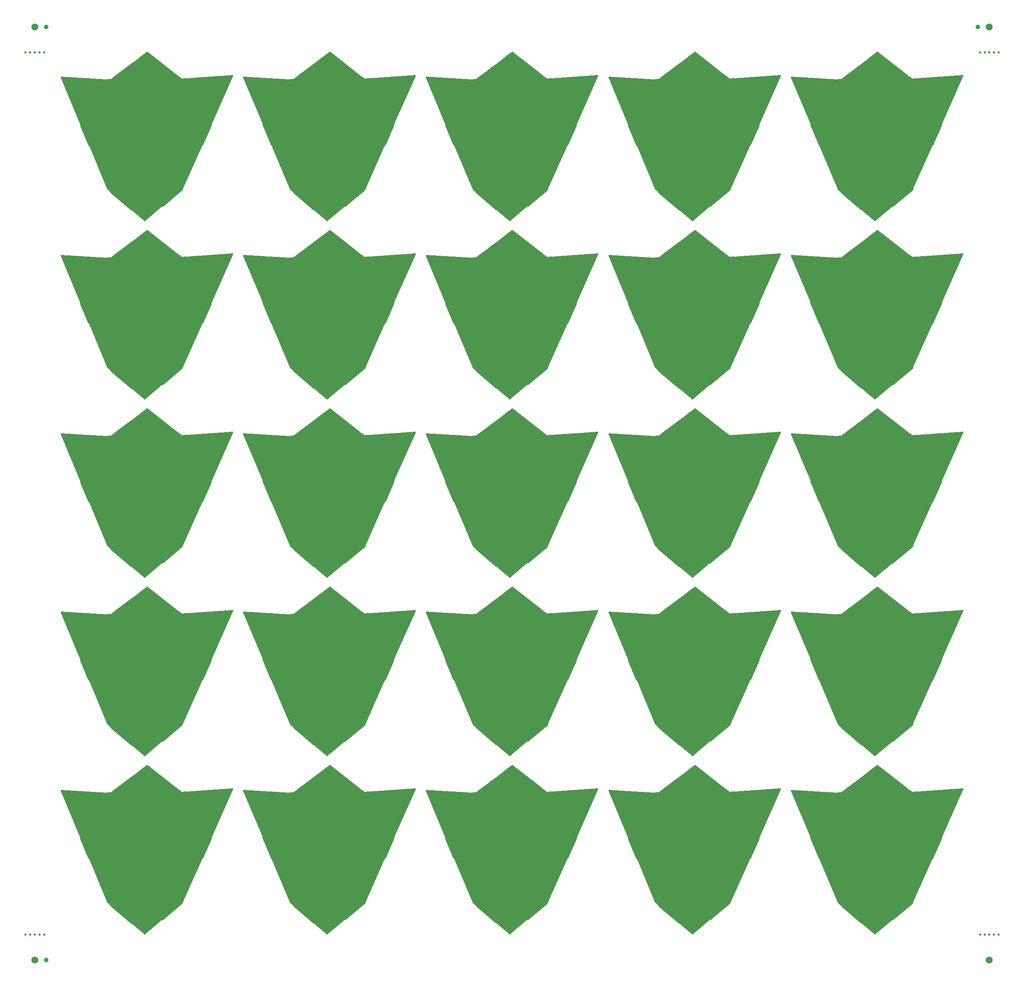
<source format=gbr>
%TF.GenerationSoftware,KiCad,Pcbnew,9.0.2*%
%TF.CreationDate,2025-06-25T16:30:57-05:00*%
%TF.ProjectId,panel,70616e65-6c2e-46b6-9963-61645f706362,rev?*%
%TF.SameCoordinates,Original*%
%TF.FileFunction,Soldermask,Top*%
%TF.FilePolarity,Negative*%
%FSLAX46Y46*%
G04 Gerber Fmt 4.6, Leading zero omitted, Abs format (unit mm)*
G04 Created by KiCad (PCBNEW 9.0.2) date 2025-06-25 16:30:57*
%MOMM*%
%LPD*%
G01*
G04 APERTURE LIST*
%ADD10C,0.010000*%
%ADD11C,0.500000*%
%ADD12C,1.000000*%
%ADD13C,1.500000*%
G04 APERTURE END LIST*
D10*
%TO.C,G\u002A\u002A\u002A*%
X154596617Y-71178633D02*
X155228706Y-71671426D01*
X155843648Y-72150801D01*
X156438047Y-72614115D01*
X157008509Y-73058722D01*
X157551638Y-73481978D01*
X158064039Y-73881239D01*
X158542319Y-74253861D01*
X158983081Y-74597198D01*
X159382931Y-74908607D01*
X159738474Y-75185444D01*
X160046315Y-75425063D01*
X160303059Y-75624820D01*
X160505310Y-75782072D01*
X160649675Y-75894173D01*
X160732758Y-75958480D01*
X160751952Y-75973149D01*
X160854942Y-76048862D01*
X157369043Y-82287910D01*
X156992353Y-82961907D01*
X156626474Y-83616166D01*
X156273567Y-84246840D01*
X155935795Y-84850080D01*
X155615321Y-85422035D01*
X155314306Y-85958859D01*
X155034912Y-86456702D01*
X154779302Y-86911715D01*
X154549638Y-87320050D01*
X154348082Y-87677857D01*
X154176796Y-87981289D01*
X154037943Y-88226495D01*
X153933685Y-88409628D01*
X153866184Y-88526839D01*
X153837601Y-88574278D01*
X153837053Y-88574952D01*
X153804727Y-88582348D01*
X153720667Y-88589321D01*
X153582300Y-88595904D01*
X153387053Y-88602129D01*
X153132354Y-88608031D01*
X152815630Y-88613643D01*
X152434307Y-88618997D01*
X151985814Y-88624127D01*
X151467577Y-88629065D01*
X150877023Y-88633846D01*
X150211580Y-88638503D01*
X149468675Y-88643068D01*
X148645735Y-88647574D01*
X147927796Y-88651161D01*
X142064629Y-88679376D01*
X138847296Y-82495465D01*
X138495743Y-81819535D01*
X138154924Y-81163807D01*
X137826882Y-80532230D01*
X137513659Y-79928751D01*
X137217295Y-79357319D01*
X136939834Y-78821881D01*
X136683316Y-78326386D01*
X136449783Y-77874782D01*
X136241277Y-77471017D01*
X136059841Y-77119038D01*
X135907515Y-76822795D01*
X135786341Y-76586236D01*
X135698361Y-76413307D01*
X135645618Y-76307958D01*
X135629963Y-76274180D01*
X135657394Y-76248831D01*
X135740125Y-76181912D01*
X135878811Y-76072924D01*
X136074109Y-75921368D01*
X136326673Y-75726746D01*
X136637160Y-75488559D01*
X137006225Y-75206309D01*
X137434524Y-74879497D01*
X137922713Y-74507624D01*
X138471446Y-74090193D01*
X139081381Y-73626704D01*
X139753172Y-73116659D01*
X140487475Y-72559560D01*
X141284947Y-71954907D01*
X142146242Y-71302202D01*
X143072016Y-70600947D01*
X144062925Y-69850643D01*
X145119625Y-69050792D01*
X146242772Y-68200895D01*
X147188284Y-67485582D01*
X148544272Y-66459828D01*
X154596617Y-71178633D01*
G36*
X154596617Y-71178633D02*
G01*
X155228706Y-71671426D01*
X155843648Y-72150801D01*
X156438047Y-72614115D01*
X157008509Y-73058722D01*
X157551638Y-73481978D01*
X158064039Y-73881239D01*
X158542319Y-74253861D01*
X158983081Y-74597198D01*
X159382931Y-74908607D01*
X159738474Y-75185444D01*
X160046315Y-75425063D01*
X160303059Y-75624820D01*
X160505310Y-75782072D01*
X160649675Y-75894173D01*
X160732758Y-75958480D01*
X160751952Y-75973149D01*
X160854942Y-76048862D01*
X157369043Y-82287910D01*
X156992353Y-82961907D01*
X156626474Y-83616166D01*
X156273567Y-84246840D01*
X155935795Y-84850080D01*
X155615321Y-85422035D01*
X155314306Y-85958859D01*
X155034912Y-86456702D01*
X154779302Y-86911715D01*
X154549638Y-87320050D01*
X154348082Y-87677857D01*
X154176796Y-87981289D01*
X154037943Y-88226495D01*
X153933685Y-88409628D01*
X153866184Y-88526839D01*
X153837601Y-88574278D01*
X153837053Y-88574952D01*
X153804727Y-88582348D01*
X153720667Y-88589321D01*
X153582300Y-88595904D01*
X153387053Y-88602129D01*
X153132354Y-88608031D01*
X152815630Y-88613643D01*
X152434307Y-88618997D01*
X151985814Y-88624127D01*
X151467577Y-88629065D01*
X150877023Y-88633846D01*
X150211580Y-88638503D01*
X149468675Y-88643068D01*
X148645735Y-88647574D01*
X147927796Y-88651161D01*
X142064629Y-88679376D01*
X138847296Y-82495465D01*
X138495743Y-81819535D01*
X138154924Y-81163807D01*
X137826882Y-80532230D01*
X137513659Y-79928751D01*
X137217295Y-79357319D01*
X136939834Y-78821881D01*
X136683316Y-78326386D01*
X136449783Y-77874782D01*
X136241277Y-77471017D01*
X136059841Y-77119038D01*
X135907515Y-76822795D01*
X135786341Y-76586236D01*
X135698361Y-76413307D01*
X135645618Y-76307958D01*
X135629963Y-76274180D01*
X135657394Y-76248831D01*
X135740125Y-76181912D01*
X135878811Y-76072924D01*
X136074109Y-75921368D01*
X136326673Y-75726746D01*
X136637160Y-75488559D01*
X137006225Y-75206309D01*
X137434524Y-74879497D01*
X137922713Y-74507624D01*
X138471446Y-74090193D01*
X139081381Y-73626704D01*
X139753172Y-73116659D01*
X140487475Y-72559560D01*
X141284947Y-71954907D01*
X142146242Y-71302202D01*
X143072016Y-70600947D01*
X144062925Y-69850643D01*
X145119625Y-69050792D01*
X146242772Y-68200895D01*
X147188284Y-67485582D01*
X148544272Y-66459828D01*
X154596617Y-71178633D01*
G37*
X233613841Y-71178633D02*
X234245930Y-71671426D01*
X234860872Y-72150801D01*
X235455271Y-72614115D01*
X236025733Y-73058722D01*
X236568862Y-73481978D01*
X237081263Y-73881239D01*
X237559543Y-74253861D01*
X238000305Y-74597198D01*
X238400155Y-74908607D01*
X238755698Y-75185444D01*
X239063539Y-75425063D01*
X239320283Y-75624820D01*
X239522534Y-75782072D01*
X239666899Y-75894173D01*
X239749982Y-75958480D01*
X239769176Y-75973149D01*
X239872166Y-76048862D01*
X236386267Y-82287910D01*
X236009577Y-82961907D01*
X235643698Y-83616166D01*
X235290791Y-84246840D01*
X234953019Y-84850080D01*
X234632545Y-85422035D01*
X234331530Y-85958859D01*
X234052136Y-86456702D01*
X233796526Y-86911715D01*
X233566862Y-87320050D01*
X233365306Y-87677857D01*
X233194020Y-87981289D01*
X233055167Y-88226495D01*
X232950909Y-88409628D01*
X232883408Y-88526839D01*
X232854825Y-88574278D01*
X232854277Y-88574952D01*
X232821951Y-88582348D01*
X232737891Y-88589321D01*
X232599524Y-88595904D01*
X232404277Y-88602129D01*
X232149578Y-88608031D01*
X231832854Y-88613643D01*
X231451531Y-88618997D01*
X231003038Y-88624127D01*
X230484801Y-88629065D01*
X229894247Y-88633846D01*
X229228804Y-88638503D01*
X228485899Y-88643068D01*
X227662959Y-88647574D01*
X226945020Y-88651161D01*
X221081853Y-88679376D01*
X217864520Y-82495465D01*
X217512967Y-81819535D01*
X217172148Y-81163807D01*
X216844106Y-80532230D01*
X216530883Y-79928751D01*
X216234519Y-79357319D01*
X215957058Y-78821881D01*
X215700540Y-78326386D01*
X215467007Y-77874782D01*
X215258501Y-77471017D01*
X215077065Y-77119038D01*
X214924739Y-76822795D01*
X214803565Y-76586236D01*
X214715585Y-76413307D01*
X214662842Y-76307958D01*
X214647187Y-76274180D01*
X214674618Y-76248831D01*
X214757349Y-76181912D01*
X214896035Y-76072924D01*
X215091333Y-75921368D01*
X215343897Y-75726746D01*
X215654384Y-75488559D01*
X216023449Y-75206309D01*
X216451748Y-74879497D01*
X216939937Y-74507624D01*
X217488670Y-74090193D01*
X218098605Y-73626704D01*
X218770396Y-73116659D01*
X219504699Y-72559560D01*
X220302171Y-71954907D01*
X221163466Y-71302202D01*
X222089240Y-70600947D01*
X223080149Y-69850643D01*
X224136849Y-69050792D01*
X225259996Y-68200895D01*
X226205508Y-67485582D01*
X227561496Y-66459828D01*
X233613841Y-71178633D01*
G36*
X233613841Y-71178633D02*
G01*
X234245930Y-71671426D01*
X234860872Y-72150801D01*
X235455271Y-72614115D01*
X236025733Y-73058722D01*
X236568862Y-73481978D01*
X237081263Y-73881239D01*
X237559543Y-74253861D01*
X238000305Y-74597198D01*
X238400155Y-74908607D01*
X238755698Y-75185444D01*
X239063539Y-75425063D01*
X239320283Y-75624820D01*
X239522534Y-75782072D01*
X239666899Y-75894173D01*
X239749982Y-75958480D01*
X239769176Y-75973149D01*
X239872166Y-76048862D01*
X236386267Y-82287910D01*
X236009577Y-82961907D01*
X235643698Y-83616166D01*
X235290791Y-84246840D01*
X234953019Y-84850080D01*
X234632545Y-85422035D01*
X234331530Y-85958859D01*
X234052136Y-86456702D01*
X233796526Y-86911715D01*
X233566862Y-87320050D01*
X233365306Y-87677857D01*
X233194020Y-87981289D01*
X233055167Y-88226495D01*
X232950909Y-88409628D01*
X232883408Y-88526839D01*
X232854825Y-88574278D01*
X232854277Y-88574952D01*
X232821951Y-88582348D01*
X232737891Y-88589321D01*
X232599524Y-88595904D01*
X232404277Y-88602129D01*
X232149578Y-88608031D01*
X231832854Y-88613643D01*
X231451531Y-88618997D01*
X231003038Y-88624127D01*
X230484801Y-88629065D01*
X229894247Y-88633846D01*
X229228804Y-88638503D01*
X228485899Y-88643068D01*
X227662959Y-88647574D01*
X226945020Y-88651161D01*
X221081853Y-88679376D01*
X217864520Y-82495465D01*
X217512967Y-81819535D01*
X217172148Y-81163807D01*
X216844106Y-80532230D01*
X216530883Y-79928751D01*
X216234519Y-79357319D01*
X215957058Y-78821881D01*
X215700540Y-78326386D01*
X215467007Y-77874782D01*
X215258501Y-77471017D01*
X215077065Y-77119038D01*
X214924739Y-76822795D01*
X214803565Y-76586236D01*
X214715585Y-76413307D01*
X214662842Y-76307958D01*
X214647187Y-76274180D01*
X214674618Y-76248831D01*
X214757349Y-76181912D01*
X214896035Y-76072924D01*
X215091333Y-75921368D01*
X215343897Y-75726746D01*
X215654384Y-75488559D01*
X216023449Y-75206309D01*
X216451748Y-74879497D01*
X216939937Y-74507624D01*
X217488670Y-74090193D01*
X218098605Y-73626704D01*
X218770396Y-73116659D01*
X219504699Y-72559560D01*
X220302171Y-71954907D01*
X221163466Y-71302202D01*
X222089240Y-70600947D01*
X223080149Y-69850643D01*
X224136849Y-69050792D01*
X225259996Y-68200895D01*
X226205508Y-67485582D01*
X227561496Y-66459828D01*
X233613841Y-71178633D01*
G37*
X194105229Y-71178633D02*
X194737318Y-71671426D01*
X195352260Y-72150801D01*
X195946659Y-72614115D01*
X196517121Y-73058722D01*
X197060250Y-73481978D01*
X197572651Y-73881239D01*
X198050931Y-74253861D01*
X198491693Y-74597198D01*
X198891543Y-74908607D01*
X199247086Y-75185444D01*
X199554927Y-75425063D01*
X199811671Y-75624820D01*
X200013922Y-75782072D01*
X200158287Y-75894173D01*
X200241370Y-75958480D01*
X200260564Y-75973149D01*
X200363554Y-76048862D01*
X196877655Y-82287910D01*
X196500965Y-82961907D01*
X196135086Y-83616166D01*
X195782179Y-84246840D01*
X195444407Y-84850080D01*
X195123933Y-85422035D01*
X194822918Y-85958859D01*
X194543524Y-86456702D01*
X194287914Y-86911715D01*
X194058250Y-87320050D01*
X193856694Y-87677857D01*
X193685408Y-87981289D01*
X193546555Y-88226495D01*
X193442297Y-88409628D01*
X193374796Y-88526839D01*
X193346213Y-88574278D01*
X193345665Y-88574952D01*
X193313339Y-88582348D01*
X193229279Y-88589321D01*
X193090912Y-88595904D01*
X192895665Y-88602129D01*
X192640966Y-88608031D01*
X192324242Y-88613643D01*
X191942919Y-88618997D01*
X191494426Y-88624127D01*
X190976189Y-88629065D01*
X190385635Y-88633846D01*
X189720192Y-88638503D01*
X188977287Y-88643068D01*
X188154347Y-88647574D01*
X187436408Y-88651161D01*
X181573241Y-88679376D01*
X178355908Y-82495465D01*
X178004355Y-81819535D01*
X177663536Y-81163807D01*
X177335494Y-80532230D01*
X177022271Y-79928751D01*
X176725907Y-79357319D01*
X176448446Y-78821881D01*
X176191928Y-78326386D01*
X175958395Y-77874782D01*
X175749889Y-77471017D01*
X175568453Y-77119038D01*
X175416127Y-76822795D01*
X175294953Y-76586236D01*
X175206973Y-76413307D01*
X175154230Y-76307958D01*
X175138575Y-76274180D01*
X175166006Y-76248831D01*
X175248737Y-76181912D01*
X175387423Y-76072924D01*
X175582721Y-75921368D01*
X175835285Y-75726746D01*
X176145772Y-75488559D01*
X176514837Y-75206309D01*
X176943136Y-74879497D01*
X177431325Y-74507624D01*
X177980058Y-74090193D01*
X178589993Y-73626704D01*
X179261784Y-73116659D01*
X179996087Y-72559560D01*
X180793559Y-71954907D01*
X181654854Y-71302202D01*
X182580628Y-70600947D01*
X183571537Y-69850643D01*
X184628237Y-69050792D01*
X185751384Y-68200895D01*
X186696896Y-67485582D01*
X188052884Y-66459828D01*
X194105229Y-71178633D01*
G36*
X194105229Y-71178633D02*
G01*
X194737318Y-71671426D01*
X195352260Y-72150801D01*
X195946659Y-72614115D01*
X196517121Y-73058722D01*
X197060250Y-73481978D01*
X197572651Y-73881239D01*
X198050931Y-74253861D01*
X198491693Y-74597198D01*
X198891543Y-74908607D01*
X199247086Y-75185444D01*
X199554927Y-75425063D01*
X199811671Y-75624820D01*
X200013922Y-75782072D01*
X200158287Y-75894173D01*
X200241370Y-75958480D01*
X200260564Y-75973149D01*
X200363554Y-76048862D01*
X196877655Y-82287910D01*
X196500965Y-82961907D01*
X196135086Y-83616166D01*
X195782179Y-84246840D01*
X195444407Y-84850080D01*
X195123933Y-85422035D01*
X194822918Y-85958859D01*
X194543524Y-86456702D01*
X194287914Y-86911715D01*
X194058250Y-87320050D01*
X193856694Y-87677857D01*
X193685408Y-87981289D01*
X193546555Y-88226495D01*
X193442297Y-88409628D01*
X193374796Y-88526839D01*
X193346213Y-88574278D01*
X193345665Y-88574952D01*
X193313339Y-88582348D01*
X193229279Y-88589321D01*
X193090912Y-88595904D01*
X192895665Y-88602129D01*
X192640966Y-88608031D01*
X192324242Y-88613643D01*
X191942919Y-88618997D01*
X191494426Y-88624127D01*
X190976189Y-88629065D01*
X190385635Y-88633846D01*
X189720192Y-88638503D01*
X188977287Y-88643068D01*
X188154347Y-88647574D01*
X187436408Y-88651161D01*
X181573241Y-88679376D01*
X178355908Y-82495465D01*
X178004355Y-81819535D01*
X177663536Y-81163807D01*
X177335494Y-80532230D01*
X177022271Y-79928751D01*
X176725907Y-79357319D01*
X176448446Y-78821881D01*
X176191928Y-78326386D01*
X175958395Y-77874782D01*
X175749889Y-77471017D01*
X175568453Y-77119038D01*
X175416127Y-76822795D01*
X175294953Y-76586236D01*
X175206973Y-76413307D01*
X175154230Y-76307958D01*
X175138575Y-76274180D01*
X175166006Y-76248831D01*
X175248737Y-76181912D01*
X175387423Y-76072924D01*
X175582721Y-75921368D01*
X175835285Y-75726746D01*
X176145772Y-75488559D01*
X176514837Y-75206309D01*
X176943136Y-74879497D01*
X177431325Y-74507624D01*
X177980058Y-74090193D01*
X178589993Y-73626704D01*
X179261784Y-73116659D01*
X179996087Y-72559560D01*
X180793559Y-71954907D01*
X181654854Y-71302202D01*
X182580628Y-70600947D01*
X183571537Y-69850643D01*
X184628237Y-69050792D01*
X185751384Y-68200895D01*
X186696896Y-67485582D01*
X188052884Y-66459828D01*
X194105229Y-71178633D01*
G37*
X154596617Y-148394043D02*
X155228706Y-148886836D01*
X155843648Y-149366211D01*
X156438047Y-149829525D01*
X157008509Y-150274132D01*
X157551638Y-150697388D01*
X158064039Y-151096649D01*
X158542319Y-151469271D01*
X158983081Y-151812608D01*
X159382931Y-152124017D01*
X159738474Y-152400854D01*
X160046315Y-152640473D01*
X160303059Y-152840230D01*
X160505310Y-152997482D01*
X160649675Y-153109583D01*
X160732758Y-153173890D01*
X160751952Y-153188559D01*
X160854942Y-153264272D01*
X157369043Y-159503320D01*
X156992353Y-160177317D01*
X156626474Y-160831576D01*
X156273567Y-161462250D01*
X155935795Y-162065490D01*
X155615321Y-162637445D01*
X155314306Y-163174269D01*
X155034912Y-163672112D01*
X154779302Y-164127125D01*
X154549638Y-164535460D01*
X154348082Y-164893267D01*
X154176796Y-165196699D01*
X154037943Y-165441905D01*
X153933685Y-165625038D01*
X153866184Y-165742249D01*
X153837601Y-165789688D01*
X153837053Y-165790362D01*
X153804727Y-165797758D01*
X153720667Y-165804731D01*
X153582300Y-165811314D01*
X153387053Y-165817539D01*
X153132354Y-165823441D01*
X152815630Y-165829053D01*
X152434307Y-165834407D01*
X151985814Y-165839537D01*
X151467577Y-165844475D01*
X150877023Y-165849256D01*
X150211580Y-165853913D01*
X149468675Y-165858478D01*
X148645735Y-165862984D01*
X147927796Y-165866571D01*
X142064629Y-165894786D01*
X138847296Y-159710875D01*
X138495743Y-159034945D01*
X138154924Y-158379217D01*
X137826882Y-157747640D01*
X137513659Y-157144161D01*
X137217295Y-156572729D01*
X136939834Y-156037291D01*
X136683316Y-155541796D01*
X136449783Y-155090192D01*
X136241277Y-154686427D01*
X136059841Y-154334448D01*
X135907515Y-154038205D01*
X135786341Y-153801646D01*
X135698361Y-153628717D01*
X135645618Y-153523368D01*
X135629963Y-153489590D01*
X135657394Y-153464241D01*
X135740125Y-153397322D01*
X135878811Y-153288334D01*
X136074109Y-153136778D01*
X136326673Y-152942156D01*
X136637160Y-152703969D01*
X137006225Y-152421719D01*
X137434524Y-152094907D01*
X137922713Y-151723034D01*
X138471446Y-151305603D01*
X139081381Y-150842114D01*
X139753172Y-150332069D01*
X140487475Y-149774970D01*
X141284947Y-149170317D01*
X142146242Y-148517612D01*
X143072016Y-147816357D01*
X144062925Y-147066053D01*
X145119625Y-146266202D01*
X146242772Y-145416305D01*
X147188284Y-144700992D01*
X148544272Y-143675238D01*
X154596617Y-148394043D01*
G36*
X154596617Y-148394043D02*
G01*
X155228706Y-148886836D01*
X155843648Y-149366211D01*
X156438047Y-149829525D01*
X157008509Y-150274132D01*
X157551638Y-150697388D01*
X158064039Y-151096649D01*
X158542319Y-151469271D01*
X158983081Y-151812608D01*
X159382931Y-152124017D01*
X159738474Y-152400854D01*
X160046315Y-152640473D01*
X160303059Y-152840230D01*
X160505310Y-152997482D01*
X160649675Y-153109583D01*
X160732758Y-153173890D01*
X160751952Y-153188559D01*
X160854942Y-153264272D01*
X157369043Y-159503320D01*
X156992353Y-160177317D01*
X156626474Y-160831576D01*
X156273567Y-161462250D01*
X155935795Y-162065490D01*
X155615321Y-162637445D01*
X155314306Y-163174269D01*
X155034912Y-163672112D01*
X154779302Y-164127125D01*
X154549638Y-164535460D01*
X154348082Y-164893267D01*
X154176796Y-165196699D01*
X154037943Y-165441905D01*
X153933685Y-165625038D01*
X153866184Y-165742249D01*
X153837601Y-165789688D01*
X153837053Y-165790362D01*
X153804727Y-165797758D01*
X153720667Y-165804731D01*
X153582300Y-165811314D01*
X153387053Y-165817539D01*
X153132354Y-165823441D01*
X152815630Y-165829053D01*
X152434307Y-165834407D01*
X151985814Y-165839537D01*
X151467577Y-165844475D01*
X150877023Y-165849256D01*
X150211580Y-165853913D01*
X149468675Y-165858478D01*
X148645735Y-165862984D01*
X147927796Y-165866571D01*
X142064629Y-165894786D01*
X138847296Y-159710875D01*
X138495743Y-159034945D01*
X138154924Y-158379217D01*
X137826882Y-157747640D01*
X137513659Y-157144161D01*
X137217295Y-156572729D01*
X136939834Y-156037291D01*
X136683316Y-155541796D01*
X136449783Y-155090192D01*
X136241277Y-154686427D01*
X136059841Y-154334448D01*
X135907515Y-154038205D01*
X135786341Y-153801646D01*
X135698361Y-153628717D01*
X135645618Y-153523368D01*
X135629963Y-153489590D01*
X135657394Y-153464241D01*
X135740125Y-153397322D01*
X135878811Y-153288334D01*
X136074109Y-153136778D01*
X136326673Y-152942156D01*
X136637160Y-152703969D01*
X137006225Y-152421719D01*
X137434524Y-152094907D01*
X137922713Y-151723034D01*
X138471446Y-151305603D01*
X139081381Y-150842114D01*
X139753172Y-150332069D01*
X140487475Y-149774970D01*
X141284947Y-149170317D01*
X142146242Y-148517612D01*
X143072016Y-147816357D01*
X144062925Y-147066053D01*
X145119625Y-146266202D01*
X146242772Y-145416305D01*
X147188284Y-144700992D01*
X148544272Y-143675238D01*
X154596617Y-148394043D01*
G37*
X75579393Y-109786338D02*
X76211482Y-110279131D01*
X76826424Y-110758506D01*
X77420823Y-111221820D01*
X77991285Y-111666427D01*
X78534414Y-112089683D01*
X79046815Y-112488944D01*
X79525095Y-112861566D01*
X79965857Y-113204903D01*
X80365707Y-113516312D01*
X80721250Y-113793149D01*
X81029091Y-114032768D01*
X81285835Y-114232525D01*
X81488086Y-114389777D01*
X81632451Y-114501878D01*
X81715534Y-114566185D01*
X81734728Y-114580854D01*
X81837718Y-114656567D01*
X78351819Y-120895615D01*
X77975129Y-121569612D01*
X77609250Y-122223871D01*
X77256343Y-122854545D01*
X76918571Y-123457785D01*
X76598097Y-124029740D01*
X76297082Y-124566564D01*
X76017688Y-125064407D01*
X75762078Y-125519420D01*
X75532414Y-125927755D01*
X75330858Y-126285562D01*
X75159572Y-126588994D01*
X75020719Y-126834200D01*
X74916461Y-127017333D01*
X74848960Y-127134544D01*
X74820377Y-127181983D01*
X74819829Y-127182657D01*
X74787503Y-127190053D01*
X74703443Y-127197026D01*
X74565076Y-127203609D01*
X74369829Y-127209834D01*
X74115130Y-127215736D01*
X73798406Y-127221348D01*
X73417083Y-127226702D01*
X72968590Y-127231832D01*
X72450353Y-127236770D01*
X71859799Y-127241551D01*
X71194356Y-127246208D01*
X70451451Y-127250773D01*
X69628511Y-127255279D01*
X68910572Y-127258866D01*
X63047405Y-127287081D01*
X59830072Y-121103170D01*
X59478519Y-120427240D01*
X59137700Y-119771512D01*
X58809658Y-119139935D01*
X58496435Y-118536456D01*
X58200071Y-117965024D01*
X57922610Y-117429586D01*
X57666092Y-116934091D01*
X57432559Y-116482487D01*
X57224053Y-116078722D01*
X57042617Y-115726743D01*
X56890291Y-115430500D01*
X56769117Y-115193941D01*
X56681137Y-115021012D01*
X56628394Y-114915663D01*
X56612739Y-114881885D01*
X56640170Y-114856536D01*
X56722901Y-114789617D01*
X56861587Y-114680629D01*
X57056885Y-114529073D01*
X57309449Y-114334451D01*
X57619936Y-114096264D01*
X57989001Y-113814014D01*
X58417300Y-113487202D01*
X58905489Y-113115329D01*
X59454222Y-112697898D01*
X60064157Y-112234409D01*
X60735948Y-111724364D01*
X61470251Y-111167265D01*
X62267723Y-110562612D01*
X63129018Y-109909907D01*
X64054792Y-109208652D01*
X65045701Y-108458348D01*
X66102401Y-107658497D01*
X67225548Y-106808600D01*
X68171060Y-106093287D01*
X69527048Y-105067533D01*
X75579393Y-109786338D01*
G36*
X75579393Y-109786338D02*
G01*
X76211482Y-110279131D01*
X76826424Y-110758506D01*
X77420823Y-111221820D01*
X77991285Y-111666427D01*
X78534414Y-112089683D01*
X79046815Y-112488944D01*
X79525095Y-112861566D01*
X79965857Y-113204903D01*
X80365707Y-113516312D01*
X80721250Y-113793149D01*
X81029091Y-114032768D01*
X81285835Y-114232525D01*
X81488086Y-114389777D01*
X81632451Y-114501878D01*
X81715534Y-114566185D01*
X81734728Y-114580854D01*
X81837718Y-114656567D01*
X78351819Y-120895615D01*
X77975129Y-121569612D01*
X77609250Y-122223871D01*
X77256343Y-122854545D01*
X76918571Y-123457785D01*
X76598097Y-124029740D01*
X76297082Y-124566564D01*
X76017688Y-125064407D01*
X75762078Y-125519420D01*
X75532414Y-125927755D01*
X75330858Y-126285562D01*
X75159572Y-126588994D01*
X75020719Y-126834200D01*
X74916461Y-127017333D01*
X74848960Y-127134544D01*
X74820377Y-127181983D01*
X74819829Y-127182657D01*
X74787503Y-127190053D01*
X74703443Y-127197026D01*
X74565076Y-127203609D01*
X74369829Y-127209834D01*
X74115130Y-127215736D01*
X73798406Y-127221348D01*
X73417083Y-127226702D01*
X72968590Y-127231832D01*
X72450353Y-127236770D01*
X71859799Y-127241551D01*
X71194356Y-127246208D01*
X70451451Y-127250773D01*
X69628511Y-127255279D01*
X68910572Y-127258866D01*
X63047405Y-127287081D01*
X59830072Y-121103170D01*
X59478519Y-120427240D01*
X59137700Y-119771512D01*
X58809658Y-119139935D01*
X58496435Y-118536456D01*
X58200071Y-117965024D01*
X57922610Y-117429586D01*
X57666092Y-116934091D01*
X57432559Y-116482487D01*
X57224053Y-116078722D01*
X57042617Y-115726743D01*
X56890291Y-115430500D01*
X56769117Y-115193941D01*
X56681137Y-115021012D01*
X56628394Y-114915663D01*
X56612739Y-114881885D01*
X56640170Y-114856536D01*
X56722901Y-114789617D01*
X56861587Y-114680629D01*
X57056885Y-114529073D01*
X57309449Y-114334451D01*
X57619936Y-114096264D01*
X57989001Y-113814014D01*
X58417300Y-113487202D01*
X58905489Y-113115329D01*
X59454222Y-112697898D01*
X60064157Y-112234409D01*
X60735948Y-111724364D01*
X61470251Y-111167265D01*
X62267723Y-110562612D01*
X63129018Y-109909907D01*
X64054792Y-109208652D01*
X65045701Y-108458348D01*
X66102401Y-107658497D01*
X67225548Y-106808600D01*
X68171060Y-106093287D01*
X69527048Y-105067533D01*
X75579393Y-109786338D01*
G37*
X75579393Y-32570928D02*
X76211482Y-33063721D01*
X76826424Y-33543096D01*
X77420823Y-34006410D01*
X77991285Y-34451017D01*
X78534414Y-34874273D01*
X79046815Y-35273534D01*
X79525095Y-35646156D01*
X79965857Y-35989493D01*
X80365707Y-36300902D01*
X80721250Y-36577739D01*
X81029091Y-36817358D01*
X81285835Y-37017115D01*
X81488086Y-37174367D01*
X81632451Y-37286468D01*
X81715534Y-37350775D01*
X81734728Y-37365444D01*
X81837718Y-37441157D01*
X78351819Y-43680205D01*
X77975129Y-44354202D01*
X77609250Y-45008461D01*
X77256343Y-45639135D01*
X76918571Y-46242375D01*
X76598097Y-46814330D01*
X76297082Y-47351154D01*
X76017688Y-47848997D01*
X75762078Y-48304010D01*
X75532414Y-48712345D01*
X75330858Y-49070152D01*
X75159572Y-49373584D01*
X75020719Y-49618790D01*
X74916461Y-49801923D01*
X74848960Y-49919134D01*
X74820377Y-49966573D01*
X74819829Y-49967247D01*
X74787503Y-49974643D01*
X74703443Y-49981616D01*
X74565076Y-49988199D01*
X74369829Y-49994424D01*
X74115130Y-50000326D01*
X73798406Y-50005938D01*
X73417083Y-50011292D01*
X72968590Y-50016422D01*
X72450353Y-50021360D01*
X71859799Y-50026141D01*
X71194356Y-50030798D01*
X70451451Y-50035363D01*
X69628511Y-50039869D01*
X68910572Y-50043456D01*
X63047405Y-50071671D01*
X59830072Y-43887760D01*
X59478519Y-43211830D01*
X59137700Y-42556102D01*
X58809658Y-41924525D01*
X58496435Y-41321046D01*
X58200071Y-40749614D01*
X57922610Y-40214176D01*
X57666092Y-39718681D01*
X57432559Y-39267077D01*
X57224053Y-38863312D01*
X57042617Y-38511333D01*
X56890291Y-38215090D01*
X56769117Y-37978531D01*
X56681137Y-37805602D01*
X56628394Y-37700253D01*
X56612739Y-37666475D01*
X56640170Y-37641126D01*
X56722901Y-37574207D01*
X56861587Y-37465219D01*
X57056885Y-37313663D01*
X57309449Y-37119041D01*
X57619936Y-36880854D01*
X57989001Y-36598604D01*
X58417300Y-36271792D01*
X58905489Y-35899919D01*
X59454222Y-35482488D01*
X60064157Y-35018999D01*
X60735948Y-34508954D01*
X61470251Y-33951855D01*
X62267723Y-33347202D01*
X63129018Y-32694497D01*
X64054792Y-31993242D01*
X65045701Y-31242938D01*
X66102401Y-30443087D01*
X67225548Y-29593190D01*
X68171060Y-28877877D01*
X69527048Y-27852123D01*
X75579393Y-32570928D01*
G36*
X75579393Y-32570928D02*
G01*
X76211482Y-33063721D01*
X76826424Y-33543096D01*
X77420823Y-34006410D01*
X77991285Y-34451017D01*
X78534414Y-34874273D01*
X79046815Y-35273534D01*
X79525095Y-35646156D01*
X79965857Y-35989493D01*
X80365707Y-36300902D01*
X80721250Y-36577739D01*
X81029091Y-36817358D01*
X81285835Y-37017115D01*
X81488086Y-37174367D01*
X81632451Y-37286468D01*
X81715534Y-37350775D01*
X81734728Y-37365444D01*
X81837718Y-37441157D01*
X78351819Y-43680205D01*
X77975129Y-44354202D01*
X77609250Y-45008461D01*
X77256343Y-45639135D01*
X76918571Y-46242375D01*
X76598097Y-46814330D01*
X76297082Y-47351154D01*
X76017688Y-47848997D01*
X75762078Y-48304010D01*
X75532414Y-48712345D01*
X75330858Y-49070152D01*
X75159572Y-49373584D01*
X75020719Y-49618790D01*
X74916461Y-49801923D01*
X74848960Y-49919134D01*
X74820377Y-49966573D01*
X74819829Y-49967247D01*
X74787503Y-49974643D01*
X74703443Y-49981616D01*
X74565076Y-49988199D01*
X74369829Y-49994424D01*
X74115130Y-50000326D01*
X73798406Y-50005938D01*
X73417083Y-50011292D01*
X72968590Y-50016422D01*
X72450353Y-50021360D01*
X71859799Y-50026141D01*
X71194356Y-50030798D01*
X70451451Y-50035363D01*
X69628511Y-50039869D01*
X68910572Y-50043456D01*
X63047405Y-50071671D01*
X59830072Y-43887760D01*
X59478519Y-43211830D01*
X59137700Y-42556102D01*
X58809658Y-41924525D01*
X58496435Y-41321046D01*
X58200071Y-40749614D01*
X57922610Y-40214176D01*
X57666092Y-39718681D01*
X57432559Y-39267077D01*
X57224053Y-38863312D01*
X57042617Y-38511333D01*
X56890291Y-38215090D01*
X56769117Y-37978531D01*
X56681137Y-37805602D01*
X56628394Y-37700253D01*
X56612739Y-37666475D01*
X56640170Y-37641126D01*
X56722901Y-37574207D01*
X56861587Y-37465219D01*
X57056885Y-37313663D01*
X57309449Y-37119041D01*
X57619936Y-36880854D01*
X57989001Y-36598604D01*
X58417300Y-36271792D01*
X58905489Y-35899919D01*
X59454222Y-35482488D01*
X60064157Y-35018999D01*
X60735948Y-34508954D01*
X61470251Y-33951855D01*
X62267723Y-33347202D01*
X63129018Y-32694497D01*
X64054792Y-31993242D01*
X65045701Y-31242938D01*
X66102401Y-30443087D01*
X67225548Y-29593190D01*
X68171060Y-28877877D01*
X69527048Y-27852123D01*
X75579393Y-32570928D01*
G37*
X233613841Y-187001748D02*
X234245930Y-187494541D01*
X234860872Y-187973916D01*
X235455271Y-188437230D01*
X236025733Y-188881837D01*
X236568862Y-189305093D01*
X237081263Y-189704354D01*
X237559543Y-190076976D01*
X238000305Y-190420313D01*
X238400155Y-190731722D01*
X238755698Y-191008559D01*
X239063539Y-191248178D01*
X239320283Y-191447935D01*
X239522534Y-191605187D01*
X239666899Y-191717288D01*
X239749982Y-191781595D01*
X239769176Y-191796264D01*
X239872166Y-191871977D01*
X236386267Y-198111025D01*
X236009577Y-198785022D01*
X235643698Y-199439281D01*
X235290791Y-200069955D01*
X234953019Y-200673195D01*
X234632545Y-201245150D01*
X234331530Y-201781974D01*
X234052136Y-202279817D01*
X233796526Y-202734830D01*
X233566862Y-203143165D01*
X233365306Y-203500972D01*
X233194020Y-203804404D01*
X233055167Y-204049610D01*
X232950909Y-204232743D01*
X232883408Y-204349954D01*
X232854825Y-204397393D01*
X232854277Y-204398067D01*
X232821951Y-204405463D01*
X232737891Y-204412436D01*
X232599524Y-204419019D01*
X232404277Y-204425244D01*
X232149578Y-204431146D01*
X231832854Y-204436758D01*
X231451531Y-204442112D01*
X231003038Y-204447242D01*
X230484801Y-204452180D01*
X229894247Y-204456961D01*
X229228804Y-204461618D01*
X228485899Y-204466183D01*
X227662959Y-204470689D01*
X226945020Y-204474276D01*
X221081853Y-204502491D01*
X217864520Y-198318580D01*
X217512967Y-197642650D01*
X217172148Y-196986922D01*
X216844106Y-196355345D01*
X216530883Y-195751866D01*
X216234519Y-195180434D01*
X215957058Y-194644996D01*
X215700540Y-194149501D01*
X215467007Y-193697897D01*
X215258501Y-193294132D01*
X215077065Y-192942153D01*
X214924739Y-192645910D01*
X214803565Y-192409351D01*
X214715585Y-192236422D01*
X214662842Y-192131073D01*
X214647187Y-192097295D01*
X214674618Y-192071946D01*
X214757349Y-192005027D01*
X214896035Y-191896039D01*
X215091333Y-191744483D01*
X215343897Y-191549861D01*
X215654384Y-191311674D01*
X216023449Y-191029424D01*
X216451748Y-190702612D01*
X216939937Y-190330739D01*
X217488670Y-189913308D01*
X218098605Y-189449819D01*
X218770396Y-188939774D01*
X219504699Y-188382675D01*
X220302171Y-187778022D01*
X221163466Y-187125317D01*
X222089240Y-186424062D01*
X223080149Y-185673758D01*
X224136849Y-184873907D01*
X225259996Y-184024010D01*
X226205508Y-183308697D01*
X227561496Y-182282943D01*
X233613841Y-187001748D01*
G36*
X233613841Y-187001748D02*
G01*
X234245930Y-187494541D01*
X234860872Y-187973916D01*
X235455271Y-188437230D01*
X236025733Y-188881837D01*
X236568862Y-189305093D01*
X237081263Y-189704354D01*
X237559543Y-190076976D01*
X238000305Y-190420313D01*
X238400155Y-190731722D01*
X238755698Y-191008559D01*
X239063539Y-191248178D01*
X239320283Y-191447935D01*
X239522534Y-191605187D01*
X239666899Y-191717288D01*
X239749982Y-191781595D01*
X239769176Y-191796264D01*
X239872166Y-191871977D01*
X236386267Y-198111025D01*
X236009577Y-198785022D01*
X235643698Y-199439281D01*
X235290791Y-200069955D01*
X234953019Y-200673195D01*
X234632545Y-201245150D01*
X234331530Y-201781974D01*
X234052136Y-202279817D01*
X233796526Y-202734830D01*
X233566862Y-203143165D01*
X233365306Y-203500972D01*
X233194020Y-203804404D01*
X233055167Y-204049610D01*
X232950909Y-204232743D01*
X232883408Y-204349954D01*
X232854825Y-204397393D01*
X232854277Y-204398067D01*
X232821951Y-204405463D01*
X232737891Y-204412436D01*
X232599524Y-204419019D01*
X232404277Y-204425244D01*
X232149578Y-204431146D01*
X231832854Y-204436758D01*
X231451531Y-204442112D01*
X231003038Y-204447242D01*
X230484801Y-204452180D01*
X229894247Y-204456961D01*
X229228804Y-204461618D01*
X228485899Y-204466183D01*
X227662959Y-204470689D01*
X226945020Y-204474276D01*
X221081853Y-204502491D01*
X217864520Y-198318580D01*
X217512967Y-197642650D01*
X217172148Y-196986922D01*
X216844106Y-196355345D01*
X216530883Y-195751866D01*
X216234519Y-195180434D01*
X215957058Y-194644996D01*
X215700540Y-194149501D01*
X215467007Y-193697897D01*
X215258501Y-193294132D01*
X215077065Y-192942153D01*
X214924739Y-192645910D01*
X214803565Y-192409351D01*
X214715585Y-192236422D01*
X214662842Y-192131073D01*
X214647187Y-192097295D01*
X214674618Y-192071946D01*
X214757349Y-192005027D01*
X214896035Y-191896039D01*
X215091333Y-191744483D01*
X215343897Y-191549861D01*
X215654384Y-191311674D01*
X216023449Y-191029424D01*
X216451748Y-190702612D01*
X216939937Y-190330739D01*
X217488670Y-189913308D01*
X218098605Y-189449819D01*
X218770396Y-188939774D01*
X219504699Y-188382675D01*
X220302171Y-187778022D01*
X221163466Y-187125317D01*
X222089240Y-186424062D01*
X223080149Y-185673758D01*
X224136849Y-184873907D01*
X225259996Y-184024010D01*
X226205508Y-183308697D01*
X227561496Y-182282943D01*
X233613841Y-187001748D01*
G37*
X194105229Y-187001748D02*
X194737318Y-187494541D01*
X195352260Y-187973916D01*
X195946659Y-188437230D01*
X196517121Y-188881837D01*
X197060250Y-189305093D01*
X197572651Y-189704354D01*
X198050931Y-190076976D01*
X198491693Y-190420313D01*
X198891543Y-190731722D01*
X199247086Y-191008559D01*
X199554927Y-191248178D01*
X199811671Y-191447935D01*
X200013922Y-191605187D01*
X200158287Y-191717288D01*
X200241370Y-191781595D01*
X200260564Y-191796264D01*
X200363554Y-191871977D01*
X196877655Y-198111025D01*
X196500965Y-198785022D01*
X196135086Y-199439281D01*
X195782179Y-200069955D01*
X195444407Y-200673195D01*
X195123933Y-201245150D01*
X194822918Y-201781974D01*
X194543524Y-202279817D01*
X194287914Y-202734830D01*
X194058250Y-203143165D01*
X193856694Y-203500972D01*
X193685408Y-203804404D01*
X193546555Y-204049610D01*
X193442297Y-204232743D01*
X193374796Y-204349954D01*
X193346213Y-204397393D01*
X193345665Y-204398067D01*
X193313339Y-204405463D01*
X193229279Y-204412436D01*
X193090912Y-204419019D01*
X192895665Y-204425244D01*
X192640966Y-204431146D01*
X192324242Y-204436758D01*
X191942919Y-204442112D01*
X191494426Y-204447242D01*
X190976189Y-204452180D01*
X190385635Y-204456961D01*
X189720192Y-204461618D01*
X188977287Y-204466183D01*
X188154347Y-204470689D01*
X187436408Y-204474276D01*
X181573241Y-204502491D01*
X178355908Y-198318580D01*
X178004355Y-197642650D01*
X177663536Y-196986922D01*
X177335494Y-196355345D01*
X177022271Y-195751866D01*
X176725907Y-195180434D01*
X176448446Y-194644996D01*
X176191928Y-194149501D01*
X175958395Y-193697897D01*
X175749889Y-193294132D01*
X175568453Y-192942153D01*
X175416127Y-192645910D01*
X175294953Y-192409351D01*
X175206973Y-192236422D01*
X175154230Y-192131073D01*
X175138575Y-192097295D01*
X175166006Y-192071946D01*
X175248737Y-192005027D01*
X175387423Y-191896039D01*
X175582721Y-191744483D01*
X175835285Y-191549861D01*
X176145772Y-191311674D01*
X176514837Y-191029424D01*
X176943136Y-190702612D01*
X177431325Y-190330739D01*
X177980058Y-189913308D01*
X178589993Y-189449819D01*
X179261784Y-188939774D01*
X179996087Y-188382675D01*
X180793559Y-187778022D01*
X181654854Y-187125317D01*
X182580628Y-186424062D01*
X183571537Y-185673758D01*
X184628237Y-184873907D01*
X185751384Y-184024010D01*
X186696896Y-183308697D01*
X188052884Y-182282943D01*
X194105229Y-187001748D01*
G36*
X194105229Y-187001748D02*
G01*
X194737318Y-187494541D01*
X195352260Y-187973916D01*
X195946659Y-188437230D01*
X196517121Y-188881837D01*
X197060250Y-189305093D01*
X197572651Y-189704354D01*
X198050931Y-190076976D01*
X198491693Y-190420313D01*
X198891543Y-190731722D01*
X199247086Y-191008559D01*
X199554927Y-191248178D01*
X199811671Y-191447935D01*
X200013922Y-191605187D01*
X200158287Y-191717288D01*
X200241370Y-191781595D01*
X200260564Y-191796264D01*
X200363554Y-191871977D01*
X196877655Y-198111025D01*
X196500965Y-198785022D01*
X196135086Y-199439281D01*
X195782179Y-200069955D01*
X195444407Y-200673195D01*
X195123933Y-201245150D01*
X194822918Y-201781974D01*
X194543524Y-202279817D01*
X194287914Y-202734830D01*
X194058250Y-203143165D01*
X193856694Y-203500972D01*
X193685408Y-203804404D01*
X193546555Y-204049610D01*
X193442297Y-204232743D01*
X193374796Y-204349954D01*
X193346213Y-204397393D01*
X193345665Y-204398067D01*
X193313339Y-204405463D01*
X193229279Y-204412436D01*
X193090912Y-204419019D01*
X192895665Y-204425244D01*
X192640966Y-204431146D01*
X192324242Y-204436758D01*
X191942919Y-204442112D01*
X191494426Y-204447242D01*
X190976189Y-204452180D01*
X190385635Y-204456961D01*
X189720192Y-204461618D01*
X188977287Y-204466183D01*
X188154347Y-204470689D01*
X187436408Y-204474276D01*
X181573241Y-204502491D01*
X178355908Y-198318580D01*
X178004355Y-197642650D01*
X177663536Y-196986922D01*
X177335494Y-196355345D01*
X177022271Y-195751866D01*
X176725907Y-195180434D01*
X176448446Y-194644996D01*
X176191928Y-194149501D01*
X175958395Y-193697897D01*
X175749889Y-193294132D01*
X175568453Y-192942153D01*
X175416127Y-192645910D01*
X175294953Y-192409351D01*
X175206973Y-192236422D01*
X175154230Y-192131073D01*
X175138575Y-192097295D01*
X175166006Y-192071946D01*
X175248737Y-192005027D01*
X175387423Y-191896039D01*
X175582721Y-191744483D01*
X175835285Y-191549861D01*
X176145772Y-191311674D01*
X176514837Y-191029424D01*
X176943136Y-190702612D01*
X177431325Y-190330739D01*
X177980058Y-189913308D01*
X178589993Y-189449819D01*
X179261784Y-188939774D01*
X179996087Y-188382675D01*
X180793559Y-187778022D01*
X181654854Y-187125317D01*
X182580628Y-186424062D01*
X183571537Y-185673758D01*
X184628237Y-184873907D01*
X185751384Y-184024010D01*
X186696896Y-183308697D01*
X188052884Y-182282943D01*
X194105229Y-187001748D01*
G37*
X233613841Y-148394043D02*
X234245930Y-148886836D01*
X234860872Y-149366211D01*
X235455271Y-149829525D01*
X236025733Y-150274132D01*
X236568862Y-150697388D01*
X237081263Y-151096649D01*
X237559543Y-151469271D01*
X238000305Y-151812608D01*
X238400155Y-152124017D01*
X238755698Y-152400854D01*
X239063539Y-152640473D01*
X239320283Y-152840230D01*
X239522534Y-152997482D01*
X239666899Y-153109583D01*
X239749982Y-153173890D01*
X239769176Y-153188559D01*
X239872166Y-153264272D01*
X236386267Y-159503320D01*
X236009577Y-160177317D01*
X235643698Y-160831576D01*
X235290791Y-161462250D01*
X234953019Y-162065490D01*
X234632545Y-162637445D01*
X234331530Y-163174269D01*
X234052136Y-163672112D01*
X233796526Y-164127125D01*
X233566862Y-164535460D01*
X233365306Y-164893267D01*
X233194020Y-165196699D01*
X233055167Y-165441905D01*
X232950909Y-165625038D01*
X232883408Y-165742249D01*
X232854825Y-165789688D01*
X232854277Y-165790362D01*
X232821951Y-165797758D01*
X232737891Y-165804731D01*
X232599524Y-165811314D01*
X232404277Y-165817539D01*
X232149578Y-165823441D01*
X231832854Y-165829053D01*
X231451531Y-165834407D01*
X231003038Y-165839537D01*
X230484801Y-165844475D01*
X229894247Y-165849256D01*
X229228804Y-165853913D01*
X228485899Y-165858478D01*
X227662959Y-165862984D01*
X226945020Y-165866571D01*
X221081853Y-165894786D01*
X217864520Y-159710875D01*
X217512967Y-159034945D01*
X217172148Y-158379217D01*
X216844106Y-157747640D01*
X216530883Y-157144161D01*
X216234519Y-156572729D01*
X215957058Y-156037291D01*
X215700540Y-155541796D01*
X215467007Y-155090192D01*
X215258501Y-154686427D01*
X215077065Y-154334448D01*
X214924739Y-154038205D01*
X214803565Y-153801646D01*
X214715585Y-153628717D01*
X214662842Y-153523368D01*
X214647187Y-153489590D01*
X214674618Y-153464241D01*
X214757349Y-153397322D01*
X214896035Y-153288334D01*
X215091333Y-153136778D01*
X215343897Y-152942156D01*
X215654384Y-152703969D01*
X216023449Y-152421719D01*
X216451748Y-152094907D01*
X216939937Y-151723034D01*
X217488670Y-151305603D01*
X218098605Y-150842114D01*
X218770396Y-150332069D01*
X219504699Y-149774970D01*
X220302171Y-149170317D01*
X221163466Y-148517612D01*
X222089240Y-147816357D01*
X223080149Y-147066053D01*
X224136849Y-146266202D01*
X225259996Y-145416305D01*
X226205508Y-144700992D01*
X227561496Y-143675238D01*
X233613841Y-148394043D01*
G36*
X233613841Y-148394043D02*
G01*
X234245930Y-148886836D01*
X234860872Y-149366211D01*
X235455271Y-149829525D01*
X236025733Y-150274132D01*
X236568862Y-150697388D01*
X237081263Y-151096649D01*
X237559543Y-151469271D01*
X238000305Y-151812608D01*
X238400155Y-152124017D01*
X238755698Y-152400854D01*
X239063539Y-152640473D01*
X239320283Y-152840230D01*
X239522534Y-152997482D01*
X239666899Y-153109583D01*
X239749982Y-153173890D01*
X239769176Y-153188559D01*
X239872166Y-153264272D01*
X236386267Y-159503320D01*
X236009577Y-160177317D01*
X235643698Y-160831576D01*
X235290791Y-161462250D01*
X234953019Y-162065490D01*
X234632545Y-162637445D01*
X234331530Y-163174269D01*
X234052136Y-163672112D01*
X233796526Y-164127125D01*
X233566862Y-164535460D01*
X233365306Y-164893267D01*
X233194020Y-165196699D01*
X233055167Y-165441905D01*
X232950909Y-165625038D01*
X232883408Y-165742249D01*
X232854825Y-165789688D01*
X232854277Y-165790362D01*
X232821951Y-165797758D01*
X232737891Y-165804731D01*
X232599524Y-165811314D01*
X232404277Y-165817539D01*
X232149578Y-165823441D01*
X231832854Y-165829053D01*
X231451531Y-165834407D01*
X231003038Y-165839537D01*
X230484801Y-165844475D01*
X229894247Y-165849256D01*
X229228804Y-165853913D01*
X228485899Y-165858478D01*
X227662959Y-165862984D01*
X226945020Y-165866571D01*
X221081853Y-165894786D01*
X217864520Y-159710875D01*
X217512967Y-159034945D01*
X217172148Y-158379217D01*
X216844106Y-157747640D01*
X216530883Y-157144161D01*
X216234519Y-156572729D01*
X215957058Y-156037291D01*
X215700540Y-155541796D01*
X215467007Y-155090192D01*
X215258501Y-154686427D01*
X215077065Y-154334448D01*
X214924739Y-154038205D01*
X214803565Y-153801646D01*
X214715585Y-153628717D01*
X214662842Y-153523368D01*
X214647187Y-153489590D01*
X214674618Y-153464241D01*
X214757349Y-153397322D01*
X214896035Y-153288334D01*
X215091333Y-153136778D01*
X215343897Y-152942156D01*
X215654384Y-152703969D01*
X216023449Y-152421719D01*
X216451748Y-152094907D01*
X216939937Y-151723034D01*
X217488670Y-151305603D01*
X218098605Y-150842114D01*
X218770396Y-150332069D01*
X219504699Y-149774970D01*
X220302171Y-149170317D01*
X221163466Y-148517612D01*
X222089240Y-147816357D01*
X223080149Y-147066053D01*
X224136849Y-146266202D01*
X225259996Y-145416305D01*
X226205508Y-144700992D01*
X227561496Y-143675238D01*
X233613841Y-148394043D01*
G37*
X154596617Y-32570928D02*
X155228706Y-33063721D01*
X155843648Y-33543096D01*
X156438047Y-34006410D01*
X157008509Y-34451017D01*
X157551638Y-34874273D01*
X158064039Y-35273534D01*
X158542319Y-35646156D01*
X158983081Y-35989493D01*
X159382931Y-36300902D01*
X159738474Y-36577739D01*
X160046315Y-36817358D01*
X160303059Y-37017115D01*
X160505310Y-37174367D01*
X160649675Y-37286468D01*
X160732758Y-37350775D01*
X160751952Y-37365444D01*
X160854942Y-37441157D01*
X157369043Y-43680205D01*
X156992353Y-44354202D01*
X156626474Y-45008461D01*
X156273567Y-45639135D01*
X155935795Y-46242375D01*
X155615321Y-46814330D01*
X155314306Y-47351154D01*
X155034912Y-47848997D01*
X154779302Y-48304010D01*
X154549638Y-48712345D01*
X154348082Y-49070152D01*
X154176796Y-49373584D01*
X154037943Y-49618790D01*
X153933685Y-49801923D01*
X153866184Y-49919134D01*
X153837601Y-49966573D01*
X153837053Y-49967247D01*
X153804727Y-49974643D01*
X153720667Y-49981616D01*
X153582300Y-49988199D01*
X153387053Y-49994424D01*
X153132354Y-50000326D01*
X152815630Y-50005938D01*
X152434307Y-50011292D01*
X151985814Y-50016422D01*
X151467577Y-50021360D01*
X150877023Y-50026141D01*
X150211580Y-50030798D01*
X149468675Y-50035363D01*
X148645735Y-50039869D01*
X147927796Y-50043456D01*
X142064629Y-50071671D01*
X138847296Y-43887760D01*
X138495743Y-43211830D01*
X138154924Y-42556102D01*
X137826882Y-41924525D01*
X137513659Y-41321046D01*
X137217295Y-40749614D01*
X136939834Y-40214176D01*
X136683316Y-39718681D01*
X136449783Y-39267077D01*
X136241277Y-38863312D01*
X136059841Y-38511333D01*
X135907515Y-38215090D01*
X135786341Y-37978531D01*
X135698361Y-37805602D01*
X135645618Y-37700253D01*
X135629963Y-37666475D01*
X135657394Y-37641126D01*
X135740125Y-37574207D01*
X135878811Y-37465219D01*
X136074109Y-37313663D01*
X136326673Y-37119041D01*
X136637160Y-36880854D01*
X137006225Y-36598604D01*
X137434524Y-36271792D01*
X137922713Y-35899919D01*
X138471446Y-35482488D01*
X139081381Y-35018999D01*
X139753172Y-34508954D01*
X140487475Y-33951855D01*
X141284947Y-33347202D01*
X142146242Y-32694497D01*
X143072016Y-31993242D01*
X144062925Y-31242938D01*
X145119625Y-30443087D01*
X146242772Y-29593190D01*
X147188284Y-28877877D01*
X148544272Y-27852123D01*
X154596617Y-32570928D01*
G36*
X154596617Y-32570928D02*
G01*
X155228706Y-33063721D01*
X155843648Y-33543096D01*
X156438047Y-34006410D01*
X157008509Y-34451017D01*
X157551638Y-34874273D01*
X158064039Y-35273534D01*
X158542319Y-35646156D01*
X158983081Y-35989493D01*
X159382931Y-36300902D01*
X159738474Y-36577739D01*
X160046315Y-36817358D01*
X160303059Y-37017115D01*
X160505310Y-37174367D01*
X160649675Y-37286468D01*
X160732758Y-37350775D01*
X160751952Y-37365444D01*
X160854942Y-37441157D01*
X157369043Y-43680205D01*
X156992353Y-44354202D01*
X156626474Y-45008461D01*
X156273567Y-45639135D01*
X155935795Y-46242375D01*
X155615321Y-46814330D01*
X155314306Y-47351154D01*
X155034912Y-47848997D01*
X154779302Y-48304010D01*
X154549638Y-48712345D01*
X154348082Y-49070152D01*
X154176796Y-49373584D01*
X154037943Y-49618790D01*
X153933685Y-49801923D01*
X153866184Y-49919134D01*
X153837601Y-49966573D01*
X153837053Y-49967247D01*
X153804727Y-49974643D01*
X153720667Y-49981616D01*
X153582300Y-49988199D01*
X153387053Y-49994424D01*
X153132354Y-50000326D01*
X152815630Y-50005938D01*
X152434307Y-50011292D01*
X151985814Y-50016422D01*
X151467577Y-50021360D01*
X150877023Y-50026141D01*
X150211580Y-50030798D01*
X149468675Y-50035363D01*
X148645735Y-50039869D01*
X147927796Y-50043456D01*
X142064629Y-50071671D01*
X138847296Y-43887760D01*
X138495743Y-43211830D01*
X138154924Y-42556102D01*
X137826882Y-41924525D01*
X137513659Y-41321046D01*
X137217295Y-40749614D01*
X136939834Y-40214176D01*
X136683316Y-39718681D01*
X136449783Y-39267077D01*
X136241277Y-38863312D01*
X136059841Y-38511333D01*
X135907515Y-38215090D01*
X135786341Y-37978531D01*
X135698361Y-37805602D01*
X135645618Y-37700253D01*
X135629963Y-37666475D01*
X135657394Y-37641126D01*
X135740125Y-37574207D01*
X135878811Y-37465219D01*
X136074109Y-37313663D01*
X136326673Y-37119041D01*
X136637160Y-36880854D01*
X137006225Y-36598604D01*
X137434524Y-36271792D01*
X137922713Y-35899919D01*
X138471446Y-35482488D01*
X139081381Y-35018999D01*
X139753172Y-34508954D01*
X140487475Y-33951855D01*
X141284947Y-33347202D01*
X142146242Y-32694497D01*
X143072016Y-31993242D01*
X144062925Y-31242938D01*
X145119625Y-30443087D01*
X146242772Y-29593190D01*
X147188284Y-28877877D01*
X148544272Y-27852123D01*
X154596617Y-32570928D01*
G37*
X194105229Y-148394043D02*
X194737318Y-148886836D01*
X195352260Y-149366211D01*
X195946659Y-149829525D01*
X196517121Y-150274132D01*
X197060250Y-150697388D01*
X197572651Y-151096649D01*
X198050931Y-151469271D01*
X198491693Y-151812608D01*
X198891543Y-152124017D01*
X199247086Y-152400854D01*
X199554927Y-152640473D01*
X199811671Y-152840230D01*
X200013922Y-152997482D01*
X200158287Y-153109583D01*
X200241370Y-153173890D01*
X200260564Y-153188559D01*
X200363554Y-153264272D01*
X196877655Y-159503320D01*
X196500965Y-160177317D01*
X196135086Y-160831576D01*
X195782179Y-161462250D01*
X195444407Y-162065490D01*
X195123933Y-162637445D01*
X194822918Y-163174269D01*
X194543524Y-163672112D01*
X194287914Y-164127125D01*
X194058250Y-164535460D01*
X193856694Y-164893267D01*
X193685408Y-165196699D01*
X193546555Y-165441905D01*
X193442297Y-165625038D01*
X193374796Y-165742249D01*
X193346213Y-165789688D01*
X193345665Y-165790362D01*
X193313339Y-165797758D01*
X193229279Y-165804731D01*
X193090912Y-165811314D01*
X192895665Y-165817539D01*
X192640966Y-165823441D01*
X192324242Y-165829053D01*
X191942919Y-165834407D01*
X191494426Y-165839537D01*
X190976189Y-165844475D01*
X190385635Y-165849256D01*
X189720192Y-165853913D01*
X188977287Y-165858478D01*
X188154347Y-165862984D01*
X187436408Y-165866571D01*
X181573241Y-165894786D01*
X178355908Y-159710875D01*
X178004355Y-159034945D01*
X177663536Y-158379217D01*
X177335494Y-157747640D01*
X177022271Y-157144161D01*
X176725907Y-156572729D01*
X176448446Y-156037291D01*
X176191928Y-155541796D01*
X175958395Y-155090192D01*
X175749889Y-154686427D01*
X175568453Y-154334448D01*
X175416127Y-154038205D01*
X175294953Y-153801646D01*
X175206973Y-153628717D01*
X175154230Y-153523368D01*
X175138575Y-153489590D01*
X175166006Y-153464241D01*
X175248737Y-153397322D01*
X175387423Y-153288334D01*
X175582721Y-153136778D01*
X175835285Y-152942156D01*
X176145772Y-152703969D01*
X176514837Y-152421719D01*
X176943136Y-152094907D01*
X177431325Y-151723034D01*
X177980058Y-151305603D01*
X178589993Y-150842114D01*
X179261784Y-150332069D01*
X179996087Y-149774970D01*
X180793559Y-149170317D01*
X181654854Y-148517612D01*
X182580628Y-147816357D01*
X183571537Y-147066053D01*
X184628237Y-146266202D01*
X185751384Y-145416305D01*
X186696896Y-144700992D01*
X188052884Y-143675238D01*
X194105229Y-148394043D01*
G36*
X194105229Y-148394043D02*
G01*
X194737318Y-148886836D01*
X195352260Y-149366211D01*
X195946659Y-149829525D01*
X196517121Y-150274132D01*
X197060250Y-150697388D01*
X197572651Y-151096649D01*
X198050931Y-151469271D01*
X198491693Y-151812608D01*
X198891543Y-152124017D01*
X199247086Y-152400854D01*
X199554927Y-152640473D01*
X199811671Y-152840230D01*
X200013922Y-152997482D01*
X200158287Y-153109583D01*
X200241370Y-153173890D01*
X200260564Y-153188559D01*
X200363554Y-153264272D01*
X196877655Y-159503320D01*
X196500965Y-160177317D01*
X196135086Y-160831576D01*
X195782179Y-161462250D01*
X195444407Y-162065490D01*
X195123933Y-162637445D01*
X194822918Y-163174269D01*
X194543524Y-163672112D01*
X194287914Y-164127125D01*
X194058250Y-164535460D01*
X193856694Y-164893267D01*
X193685408Y-165196699D01*
X193546555Y-165441905D01*
X193442297Y-165625038D01*
X193374796Y-165742249D01*
X193346213Y-165789688D01*
X193345665Y-165790362D01*
X193313339Y-165797758D01*
X193229279Y-165804731D01*
X193090912Y-165811314D01*
X192895665Y-165817539D01*
X192640966Y-165823441D01*
X192324242Y-165829053D01*
X191942919Y-165834407D01*
X191494426Y-165839537D01*
X190976189Y-165844475D01*
X190385635Y-165849256D01*
X189720192Y-165853913D01*
X188977287Y-165858478D01*
X188154347Y-165862984D01*
X187436408Y-165866571D01*
X181573241Y-165894786D01*
X178355908Y-159710875D01*
X178004355Y-159034945D01*
X177663536Y-158379217D01*
X177335494Y-157747640D01*
X177022271Y-157144161D01*
X176725907Y-156572729D01*
X176448446Y-156037291D01*
X176191928Y-155541796D01*
X175958395Y-155090192D01*
X175749889Y-154686427D01*
X175568453Y-154334448D01*
X175416127Y-154038205D01*
X175294953Y-153801646D01*
X175206973Y-153628717D01*
X175154230Y-153523368D01*
X175138575Y-153489590D01*
X175166006Y-153464241D01*
X175248737Y-153397322D01*
X175387423Y-153288334D01*
X175582721Y-153136778D01*
X175835285Y-152942156D01*
X176145772Y-152703969D01*
X176514837Y-152421719D01*
X176943136Y-152094907D01*
X177431325Y-151723034D01*
X177980058Y-151305603D01*
X178589993Y-150842114D01*
X179261784Y-150332069D01*
X179996087Y-149774970D01*
X180793559Y-149170317D01*
X181654854Y-148517612D01*
X182580628Y-147816357D01*
X183571537Y-147066053D01*
X184628237Y-146266202D01*
X185751384Y-145416305D01*
X186696896Y-144700992D01*
X188052884Y-143675238D01*
X194105229Y-148394043D01*
G37*
X154596617Y-109786338D02*
X155228706Y-110279131D01*
X155843648Y-110758506D01*
X156438047Y-111221820D01*
X157008509Y-111666427D01*
X157551638Y-112089683D01*
X158064039Y-112488944D01*
X158542319Y-112861566D01*
X158983081Y-113204903D01*
X159382931Y-113516312D01*
X159738474Y-113793149D01*
X160046315Y-114032768D01*
X160303059Y-114232525D01*
X160505310Y-114389777D01*
X160649675Y-114501878D01*
X160732758Y-114566185D01*
X160751952Y-114580854D01*
X160854942Y-114656567D01*
X157369043Y-120895615D01*
X156992353Y-121569612D01*
X156626474Y-122223871D01*
X156273567Y-122854545D01*
X155935795Y-123457785D01*
X155615321Y-124029740D01*
X155314306Y-124566564D01*
X155034912Y-125064407D01*
X154779302Y-125519420D01*
X154549638Y-125927755D01*
X154348082Y-126285562D01*
X154176796Y-126588994D01*
X154037943Y-126834200D01*
X153933685Y-127017333D01*
X153866184Y-127134544D01*
X153837601Y-127181983D01*
X153837053Y-127182657D01*
X153804727Y-127190053D01*
X153720667Y-127197026D01*
X153582300Y-127203609D01*
X153387053Y-127209834D01*
X153132354Y-127215736D01*
X152815630Y-127221348D01*
X152434307Y-127226702D01*
X151985814Y-127231832D01*
X151467577Y-127236770D01*
X150877023Y-127241551D01*
X150211580Y-127246208D01*
X149468675Y-127250773D01*
X148645735Y-127255279D01*
X147927796Y-127258866D01*
X142064629Y-127287081D01*
X138847296Y-121103170D01*
X138495743Y-120427240D01*
X138154924Y-119771512D01*
X137826882Y-119139935D01*
X137513659Y-118536456D01*
X137217295Y-117965024D01*
X136939834Y-117429586D01*
X136683316Y-116934091D01*
X136449783Y-116482487D01*
X136241277Y-116078722D01*
X136059841Y-115726743D01*
X135907515Y-115430500D01*
X135786341Y-115193941D01*
X135698361Y-115021012D01*
X135645618Y-114915663D01*
X135629963Y-114881885D01*
X135657394Y-114856536D01*
X135740125Y-114789617D01*
X135878811Y-114680629D01*
X136074109Y-114529073D01*
X136326673Y-114334451D01*
X136637160Y-114096264D01*
X137006225Y-113814014D01*
X137434524Y-113487202D01*
X137922713Y-113115329D01*
X138471446Y-112697898D01*
X139081381Y-112234409D01*
X139753172Y-111724364D01*
X140487475Y-111167265D01*
X141284947Y-110562612D01*
X142146242Y-109909907D01*
X143072016Y-109208652D01*
X144062925Y-108458348D01*
X145119625Y-107658497D01*
X146242772Y-106808600D01*
X147188284Y-106093287D01*
X148544272Y-105067533D01*
X154596617Y-109786338D01*
G36*
X154596617Y-109786338D02*
G01*
X155228706Y-110279131D01*
X155843648Y-110758506D01*
X156438047Y-111221820D01*
X157008509Y-111666427D01*
X157551638Y-112089683D01*
X158064039Y-112488944D01*
X158542319Y-112861566D01*
X158983081Y-113204903D01*
X159382931Y-113516312D01*
X159738474Y-113793149D01*
X160046315Y-114032768D01*
X160303059Y-114232525D01*
X160505310Y-114389777D01*
X160649675Y-114501878D01*
X160732758Y-114566185D01*
X160751952Y-114580854D01*
X160854942Y-114656567D01*
X157369043Y-120895615D01*
X156992353Y-121569612D01*
X156626474Y-122223871D01*
X156273567Y-122854545D01*
X155935795Y-123457785D01*
X155615321Y-124029740D01*
X155314306Y-124566564D01*
X155034912Y-125064407D01*
X154779302Y-125519420D01*
X154549638Y-125927755D01*
X154348082Y-126285562D01*
X154176796Y-126588994D01*
X154037943Y-126834200D01*
X153933685Y-127017333D01*
X153866184Y-127134544D01*
X153837601Y-127181983D01*
X153837053Y-127182657D01*
X153804727Y-127190053D01*
X153720667Y-127197026D01*
X153582300Y-127203609D01*
X153387053Y-127209834D01*
X153132354Y-127215736D01*
X152815630Y-127221348D01*
X152434307Y-127226702D01*
X151985814Y-127231832D01*
X151467577Y-127236770D01*
X150877023Y-127241551D01*
X150211580Y-127246208D01*
X149468675Y-127250773D01*
X148645735Y-127255279D01*
X147927796Y-127258866D01*
X142064629Y-127287081D01*
X138847296Y-121103170D01*
X138495743Y-120427240D01*
X138154924Y-119771512D01*
X137826882Y-119139935D01*
X137513659Y-118536456D01*
X137217295Y-117965024D01*
X136939834Y-117429586D01*
X136683316Y-116934091D01*
X136449783Y-116482487D01*
X136241277Y-116078722D01*
X136059841Y-115726743D01*
X135907515Y-115430500D01*
X135786341Y-115193941D01*
X135698361Y-115021012D01*
X135645618Y-114915663D01*
X135629963Y-114881885D01*
X135657394Y-114856536D01*
X135740125Y-114789617D01*
X135878811Y-114680629D01*
X136074109Y-114529073D01*
X136326673Y-114334451D01*
X136637160Y-114096264D01*
X137006225Y-113814014D01*
X137434524Y-113487202D01*
X137922713Y-113115329D01*
X138471446Y-112697898D01*
X139081381Y-112234409D01*
X139753172Y-111724364D01*
X140487475Y-111167265D01*
X141284947Y-110562612D01*
X142146242Y-109909907D01*
X143072016Y-109208652D01*
X144062925Y-108458348D01*
X145119625Y-107658497D01*
X146242772Y-106808600D01*
X147188284Y-106093287D01*
X148544272Y-105067533D01*
X154596617Y-109786338D01*
G37*
X194105229Y-32570928D02*
X194737318Y-33063721D01*
X195352260Y-33543096D01*
X195946659Y-34006410D01*
X196517121Y-34451017D01*
X197060250Y-34874273D01*
X197572651Y-35273534D01*
X198050931Y-35646156D01*
X198491693Y-35989493D01*
X198891543Y-36300902D01*
X199247086Y-36577739D01*
X199554927Y-36817358D01*
X199811671Y-37017115D01*
X200013922Y-37174367D01*
X200158287Y-37286468D01*
X200241370Y-37350775D01*
X200260564Y-37365444D01*
X200363554Y-37441157D01*
X196877655Y-43680205D01*
X196500965Y-44354202D01*
X196135086Y-45008461D01*
X195782179Y-45639135D01*
X195444407Y-46242375D01*
X195123933Y-46814330D01*
X194822918Y-47351154D01*
X194543524Y-47848997D01*
X194287914Y-48304010D01*
X194058250Y-48712345D01*
X193856694Y-49070152D01*
X193685408Y-49373584D01*
X193546555Y-49618790D01*
X193442297Y-49801923D01*
X193374796Y-49919134D01*
X193346213Y-49966573D01*
X193345665Y-49967247D01*
X193313339Y-49974643D01*
X193229279Y-49981616D01*
X193090912Y-49988199D01*
X192895665Y-49994424D01*
X192640966Y-50000326D01*
X192324242Y-50005938D01*
X191942919Y-50011292D01*
X191494426Y-50016422D01*
X190976189Y-50021360D01*
X190385635Y-50026141D01*
X189720192Y-50030798D01*
X188977287Y-50035363D01*
X188154347Y-50039869D01*
X187436408Y-50043456D01*
X181573241Y-50071671D01*
X178355908Y-43887760D01*
X178004355Y-43211830D01*
X177663536Y-42556102D01*
X177335494Y-41924525D01*
X177022271Y-41321046D01*
X176725907Y-40749614D01*
X176448446Y-40214176D01*
X176191928Y-39718681D01*
X175958395Y-39267077D01*
X175749889Y-38863312D01*
X175568453Y-38511333D01*
X175416127Y-38215090D01*
X175294953Y-37978531D01*
X175206973Y-37805602D01*
X175154230Y-37700253D01*
X175138575Y-37666475D01*
X175166006Y-37641126D01*
X175248737Y-37574207D01*
X175387423Y-37465219D01*
X175582721Y-37313663D01*
X175835285Y-37119041D01*
X176145772Y-36880854D01*
X176514837Y-36598604D01*
X176943136Y-36271792D01*
X177431325Y-35899919D01*
X177980058Y-35482488D01*
X178589993Y-35018999D01*
X179261784Y-34508954D01*
X179996087Y-33951855D01*
X180793559Y-33347202D01*
X181654854Y-32694497D01*
X182580628Y-31993242D01*
X183571537Y-31242938D01*
X184628237Y-30443087D01*
X185751384Y-29593190D01*
X186696896Y-28877877D01*
X188052884Y-27852123D01*
X194105229Y-32570928D01*
G36*
X194105229Y-32570928D02*
G01*
X194737318Y-33063721D01*
X195352260Y-33543096D01*
X195946659Y-34006410D01*
X196517121Y-34451017D01*
X197060250Y-34874273D01*
X197572651Y-35273534D01*
X198050931Y-35646156D01*
X198491693Y-35989493D01*
X198891543Y-36300902D01*
X199247086Y-36577739D01*
X199554927Y-36817358D01*
X199811671Y-37017115D01*
X200013922Y-37174367D01*
X200158287Y-37286468D01*
X200241370Y-37350775D01*
X200260564Y-37365444D01*
X200363554Y-37441157D01*
X196877655Y-43680205D01*
X196500965Y-44354202D01*
X196135086Y-45008461D01*
X195782179Y-45639135D01*
X195444407Y-46242375D01*
X195123933Y-46814330D01*
X194822918Y-47351154D01*
X194543524Y-47848997D01*
X194287914Y-48304010D01*
X194058250Y-48712345D01*
X193856694Y-49070152D01*
X193685408Y-49373584D01*
X193546555Y-49618790D01*
X193442297Y-49801923D01*
X193374796Y-49919134D01*
X193346213Y-49966573D01*
X193345665Y-49967247D01*
X193313339Y-49974643D01*
X193229279Y-49981616D01*
X193090912Y-49988199D01*
X192895665Y-49994424D01*
X192640966Y-50000326D01*
X192324242Y-50005938D01*
X191942919Y-50011292D01*
X191494426Y-50016422D01*
X190976189Y-50021360D01*
X190385635Y-50026141D01*
X189720192Y-50030798D01*
X188977287Y-50035363D01*
X188154347Y-50039869D01*
X187436408Y-50043456D01*
X181573241Y-50071671D01*
X178355908Y-43887760D01*
X178004355Y-43211830D01*
X177663536Y-42556102D01*
X177335494Y-41924525D01*
X177022271Y-41321046D01*
X176725907Y-40749614D01*
X176448446Y-40214176D01*
X176191928Y-39718681D01*
X175958395Y-39267077D01*
X175749889Y-38863312D01*
X175568453Y-38511333D01*
X175416127Y-38215090D01*
X175294953Y-37978531D01*
X175206973Y-37805602D01*
X175154230Y-37700253D01*
X175138575Y-37666475D01*
X175166006Y-37641126D01*
X175248737Y-37574207D01*
X175387423Y-37465219D01*
X175582721Y-37313663D01*
X175835285Y-37119041D01*
X176145772Y-36880854D01*
X176514837Y-36598604D01*
X176943136Y-36271792D01*
X177431325Y-35899919D01*
X177980058Y-35482488D01*
X178589993Y-35018999D01*
X179261784Y-34508954D01*
X179996087Y-33951855D01*
X180793559Y-33347202D01*
X181654854Y-32694497D01*
X182580628Y-31993242D01*
X183571537Y-31242938D01*
X184628237Y-30443087D01*
X185751384Y-29593190D01*
X186696896Y-28877877D01*
X188052884Y-27852123D01*
X194105229Y-32570928D01*
G37*
X115088005Y-109786338D02*
X115720094Y-110279131D01*
X116335036Y-110758506D01*
X116929435Y-111221820D01*
X117499897Y-111666427D01*
X118043026Y-112089683D01*
X118555427Y-112488944D01*
X119033707Y-112861566D01*
X119474469Y-113204903D01*
X119874319Y-113516312D01*
X120229862Y-113793149D01*
X120537703Y-114032768D01*
X120794447Y-114232525D01*
X120996698Y-114389777D01*
X121141063Y-114501878D01*
X121224146Y-114566185D01*
X121243340Y-114580854D01*
X121346330Y-114656567D01*
X117860431Y-120895615D01*
X117483741Y-121569612D01*
X117117862Y-122223871D01*
X116764955Y-122854545D01*
X116427183Y-123457785D01*
X116106709Y-124029740D01*
X115805694Y-124566564D01*
X115526300Y-125064407D01*
X115270690Y-125519420D01*
X115041026Y-125927755D01*
X114839470Y-126285562D01*
X114668184Y-126588994D01*
X114529331Y-126834200D01*
X114425073Y-127017333D01*
X114357572Y-127134544D01*
X114328989Y-127181983D01*
X114328441Y-127182657D01*
X114296115Y-127190053D01*
X114212055Y-127197026D01*
X114073688Y-127203609D01*
X113878441Y-127209834D01*
X113623742Y-127215736D01*
X113307018Y-127221348D01*
X112925695Y-127226702D01*
X112477202Y-127231832D01*
X111958965Y-127236770D01*
X111368411Y-127241551D01*
X110702968Y-127246208D01*
X109960063Y-127250773D01*
X109137123Y-127255279D01*
X108419184Y-127258866D01*
X102556017Y-127287081D01*
X99338684Y-121103170D01*
X98987131Y-120427240D01*
X98646312Y-119771512D01*
X98318270Y-119139935D01*
X98005047Y-118536456D01*
X97708683Y-117965024D01*
X97431222Y-117429586D01*
X97174704Y-116934091D01*
X96941171Y-116482487D01*
X96732665Y-116078722D01*
X96551229Y-115726743D01*
X96398903Y-115430500D01*
X96277729Y-115193941D01*
X96189749Y-115021012D01*
X96137006Y-114915663D01*
X96121351Y-114881885D01*
X96148782Y-114856536D01*
X96231513Y-114789617D01*
X96370199Y-114680629D01*
X96565497Y-114529073D01*
X96818061Y-114334451D01*
X97128548Y-114096264D01*
X97497613Y-113814014D01*
X97925912Y-113487202D01*
X98414101Y-113115329D01*
X98962834Y-112697898D01*
X99572769Y-112234409D01*
X100244560Y-111724364D01*
X100978863Y-111167265D01*
X101776335Y-110562612D01*
X102637630Y-109909907D01*
X103563404Y-109208652D01*
X104554313Y-108458348D01*
X105611013Y-107658497D01*
X106734160Y-106808600D01*
X107679672Y-106093287D01*
X109035660Y-105067533D01*
X115088005Y-109786338D01*
G36*
X115088005Y-109786338D02*
G01*
X115720094Y-110279131D01*
X116335036Y-110758506D01*
X116929435Y-111221820D01*
X117499897Y-111666427D01*
X118043026Y-112089683D01*
X118555427Y-112488944D01*
X119033707Y-112861566D01*
X119474469Y-113204903D01*
X119874319Y-113516312D01*
X120229862Y-113793149D01*
X120537703Y-114032768D01*
X120794447Y-114232525D01*
X120996698Y-114389777D01*
X121141063Y-114501878D01*
X121224146Y-114566185D01*
X121243340Y-114580854D01*
X121346330Y-114656567D01*
X117860431Y-120895615D01*
X117483741Y-121569612D01*
X117117862Y-122223871D01*
X116764955Y-122854545D01*
X116427183Y-123457785D01*
X116106709Y-124029740D01*
X115805694Y-124566564D01*
X115526300Y-125064407D01*
X115270690Y-125519420D01*
X115041026Y-125927755D01*
X114839470Y-126285562D01*
X114668184Y-126588994D01*
X114529331Y-126834200D01*
X114425073Y-127017333D01*
X114357572Y-127134544D01*
X114328989Y-127181983D01*
X114328441Y-127182657D01*
X114296115Y-127190053D01*
X114212055Y-127197026D01*
X114073688Y-127203609D01*
X113878441Y-127209834D01*
X113623742Y-127215736D01*
X113307018Y-127221348D01*
X112925695Y-127226702D01*
X112477202Y-127231832D01*
X111958965Y-127236770D01*
X111368411Y-127241551D01*
X110702968Y-127246208D01*
X109960063Y-127250773D01*
X109137123Y-127255279D01*
X108419184Y-127258866D01*
X102556017Y-127287081D01*
X99338684Y-121103170D01*
X98987131Y-120427240D01*
X98646312Y-119771512D01*
X98318270Y-119139935D01*
X98005047Y-118536456D01*
X97708683Y-117965024D01*
X97431222Y-117429586D01*
X97174704Y-116934091D01*
X96941171Y-116482487D01*
X96732665Y-116078722D01*
X96551229Y-115726743D01*
X96398903Y-115430500D01*
X96277729Y-115193941D01*
X96189749Y-115021012D01*
X96137006Y-114915663D01*
X96121351Y-114881885D01*
X96148782Y-114856536D01*
X96231513Y-114789617D01*
X96370199Y-114680629D01*
X96565497Y-114529073D01*
X96818061Y-114334451D01*
X97128548Y-114096264D01*
X97497613Y-113814014D01*
X97925912Y-113487202D01*
X98414101Y-113115329D01*
X98962834Y-112697898D01*
X99572769Y-112234409D01*
X100244560Y-111724364D01*
X100978863Y-111167265D01*
X101776335Y-110562612D01*
X102637630Y-109909907D01*
X103563404Y-109208652D01*
X104554313Y-108458348D01*
X105611013Y-107658497D01*
X106734160Y-106808600D01*
X107679672Y-106093287D01*
X109035660Y-105067533D01*
X115088005Y-109786338D01*
G37*
X115088005Y-148394043D02*
X115720094Y-148886836D01*
X116335036Y-149366211D01*
X116929435Y-149829525D01*
X117499897Y-150274132D01*
X118043026Y-150697388D01*
X118555427Y-151096649D01*
X119033707Y-151469271D01*
X119474469Y-151812608D01*
X119874319Y-152124017D01*
X120229862Y-152400854D01*
X120537703Y-152640473D01*
X120794447Y-152840230D01*
X120996698Y-152997482D01*
X121141063Y-153109583D01*
X121224146Y-153173890D01*
X121243340Y-153188559D01*
X121346330Y-153264272D01*
X117860431Y-159503320D01*
X117483741Y-160177317D01*
X117117862Y-160831576D01*
X116764955Y-161462250D01*
X116427183Y-162065490D01*
X116106709Y-162637445D01*
X115805694Y-163174269D01*
X115526300Y-163672112D01*
X115270690Y-164127125D01*
X115041026Y-164535460D01*
X114839470Y-164893267D01*
X114668184Y-165196699D01*
X114529331Y-165441905D01*
X114425073Y-165625038D01*
X114357572Y-165742249D01*
X114328989Y-165789688D01*
X114328441Y-165790362D01*
X114296115Y-165797758D01*
X114212055Y-165804731D01*
X114073688Y-165811314D01*
X113878441Y-165817539D01*
X113623742Y-165823441D01*
X113307018Y-165829053D01*
X112925695Y-165834407D01*
X112477202Y-165839537D01*
X111958965Y-165844475D01*
X111368411Y-165849256D01*
X110702968Y-165853913D01*
X109960063Y-165858478D01*
X109137123Y-165862984D01*
X108419184Y-165866571D01*
X102556017Y-165894786D01*
X99338684Y-159710875D01*
X98987131Y-159034945D01*
X98646312Y-158379217D01*
X98318270Y-157747640D01*
X98005047Y-157144161D01*
X97708683Y-156572729D01*
X97431222Y-156037291D01*
X97174704Y-155541796D01*
X96941171Y-155090192D01*
X96732665Y-154686427D01*
X96551229Y-154334448D01*
X96398903Y-154038205D01*
X96277729Y-153801646D01*
X96189749Y-153628717D01*
X96137006Y-153523368D01*
X96121351Y-153489590D01*
X96148782Y-153464241D01*
X96231513Y-153397322D01*
X96370199Y-153288334D01*
X96565497Y-153136778D01*
X96818061Y-152942156D01*
X97128548Y-152703969D01*
X97497613Y-152421719D01*
X97925912Y-152094907D01*
X98414101Y-151723034D01*
X98962834Y-151305603D01*
X99572769Y-150842114D01*
X100244560Y-150332069D01*
X100978863Y-149774970D01*
X101776335Y-149170317D01*
X102637630Y-148517612D01*
X103563404Y-147816357D01*
X104554313Y-147066053D01*
X105611013Y-146266202D01*
X106734160Y-145416305D01*
X107679672Y-144700992D01*
X109035660Y-143675238D01*
X115088005Y-148394043D01*
G36*
X115088005Y-148394043D02*
G01*
X115720094Y-148886836D01*
X116335036Y-149366211D01*
X116929435Y-149829525D01*
X117499897Y-150274132D01*
X118043026Y-150697388D01*
X118555427Y-151096649D01*
X119033707Y-151469271D01*
X119474469Y-151812608D01*
X119874319Y-152124017D01*
X120229862Y-152400854D01*
X120537703Y-152640473D01*
X120794447Y-152840230D01*
X120996698Y-152997482D01*
X121141063Y-153109583D01*
X121224146Y-153173890D01*
X121243340Y-153188559D01*
X121346330Y-153264272D01*
X117860431Y-159503320D01*
X117483741Y-160177317D01*
X117117862Y-160831576D01*
X116764955Y-161462250D01*
X116427183Y-162065490D01*
X116106709Y-162637445D01*
X115805694Y-163174269D01*
X115526300Y-163672112D01*
X115270690Y-164127125D01*
X115041026Y-164535460D01*
X114839470Y-164893267D01*
X114668184Y-165196699D01*
X114529331Y-165441905D01*
X114425073Y-165625038D01*
X114357572Y-165742249D01*
X114328989Y-165789688D01*
X114328441Y-165790362D01*
X114296115Y-165797758D01*
X114212055Y-165804731D01*
X114073688Y-165811314D01*
X113878441Y-165817539D01*
X113623742Y-165823441D01*
X113307018Y-165829053D01*
X112925695Y-165834407D01*
X112477202Y-165839537D01*
X111958965Y-165844475D01*
X111368411Y-165849256D01*
X110702968Y-165853913D01*
X109960063Y-165858478D01*
X109137123Y-165862984D01*
X108419184Y-165866571D01*
X102556017Y-165894786D01*
X99338684Y-159710875D01*
X98987131Y-159034945D01*
X98646312Y-158379217D01*
X98318270Y-157747640D01*
X98005047Y-157144161D01*
X97708683Y-156572729D01*
X97431222Y-156037291D01*
X97174704Y-155541796D01*
X96941171Y-155090192D01*
X96732665Y-154686427D01*
X96551229Y-154334448D01*
X96398903Y-154038205D01*
X96277729Y-153801646D01*
X96189749Y-153628717D01*
X96137006Y-153523368D01*
X96121351Y-153489590D01*
X96148782Y-153464241D01*
X96231513Y-153397322D01*
X96370199Y-153288334D01*
X96565497Y-153136778D01*
X96818061Y-152942156D01*
X97128548Y-152703969D01*
X97497613Y-152421719D01*
X97925912Y-152094907D01*
X98414101Y-151723034D01*
X98962834Y-151305603D01*
X99572769Y-150842114D01*
X100244560Y-150332069D01*
X100978863Y-149774970D01*
X101776335Y-149170317D01*
X102637630Y-148517612D01*
X103563404Y-147816357D01*
X104554313Y-147066053D01*
X105611013Y-146266202D01*
X106734160Y-145416305D01*
X107679672Y-144700992D01*
X109035660Y-143675238D01*
X115088005Y-148394043D01*
G37*
X115088005Y-32570928D02*
X115720094Y-33063721D01*
X116335036Y-33543096D01*
X116929435Y-34006410D01*
X117499897Y-34451017D01*
X118043026Y-34874273D01*
X118555427Y-35273534D01*
X119033707Y-35646156D01*
X119474469Y-35989493D01*
X119874319Y-36300902D01*
X120229862Y-36577739D01*
X120537703Y-36817358D01*
X120794447Y-37017115D01*
X120996698Y-37174367D01*
X121141063Y-37286468D01*
X121224146Y-37350775D01*
X121243340Y-37365444D01*
X121346330Y-37441157D01*
X117860431Y-43680205D01*
X117483741Y-44354202D01*
X117117862Y-45008461D01*
X116764955Y-45639135D01*
X116427183Y-46242375D01*
X116106709Y-46814330D01*
X115805694Y-47351154D01*
X115526300Y-47848997D01*
X115270690Y-48304010D01*
X115041026Y-48712345D01*
X114839470Y-49070152D01*
X114668184Y-49373584D01*
X114529331Y-49618790D01*
X114425073Y-49801923D01*
X114357572Y-49919134D01*
X114328989Y-49966573D01*
X114328441Y-49967247D01*
X114296115Y-49974643D01*
X114212055Y-49981616D01*
X114073688Y-49988199D01*
X113878441Y-49994424D01*
X113623742Y-50000326D01*
X113307018Y-50005938D01*
X112925695Y-50011292D01*
X112477202Y-50016422D01*
X111958965Y-50021360D01*
X111368411Y-50026141D01*
X110702968Y-50030798D01*
X109960063Y-50035363D01*
X109137123Y-50039869D01*
X108419184Y-50043456D01*
X102556017Y-50071671D01*
X99338684Y-43887760D01*
X98987131Y-43211830D01*
X98646312Y-42556102D01*
X98318270Y-41924525D01*
X98005047Y-41321046D01*
X97708683Y-40749614D01*
X97431222Y-40214176D01*
X97174704Y-39718681D01*
X96941171Y-39267077D01*
X96732665Y-38863312D01*
X96551229Y-38511333D01*
X96398903Y-38215090D01*
X96277729Y-37978531D01*
X96189749Y-37805602D01*
X96137006Y-37700253D01*
X96121351Y-37666475D01*
X96148782Y-37641126D01*
X96231513Y-37574207D01*
X96370199Y-37465219D01*
X96565497Y-37313663D01*
X96818061Y-37119041D01*
X97128548Y-36880854D01*
X97497613Y-36598604D01*
X97925912Y-36271792D01*
X98414101Y-35899919D01*
X98962834Y-35482488D01*
X99572769Y-35018999D01*
X100244560Y-34508954D01*
X100978863Y-33951855D01*
X101776335Y-33347202D01*
X102637630Y-32694497D01*
X103563404Y-31993242D01*
X104554313Y-31242938D01*
X105611013Y-30443087D01*
X106734160Y-29593190D01*
X107679672Y-28877877D01*
X109035660Y-27852123D01*
X115088005Y-32570928D01*
G36*
X115088005Y-32570928D02*
G01*
X115720094Y-33063721D01*
X116335036Y-33543096D01*
X116929435Y-34006410D01*
X117499897Y-34451017D01*
X118043026Y-34874273D01*
X118555427Y-35273534D01*
X119033707Y-35646156D01*
X119474469Y-35989493D01*
X119874319Y-36300902D01*
X120229862Y-36577739D01*
X120537703Y-36817358D01*
X120794447Y-37017115D01*
X120996698Y-37174367D01*
X121141063Y-37286468D01*
X121224146Y-37350775D01*
X121243340Y-37365444D01*
X121346330Y-37441157D01*
X117860431Y-43680205D01*
X117483741Y-44354202D01*
X117117862Y-45008461D01*
X116764955Y-45639135D01*
X116427183Y-46242375D01*
X116106709Y-46814330D01*
X115805694Y-47351154D01*
X115526300Y-47848997D01*
X115270690Y-48304010D01*
X115041026Y-48712345D01*
X114839470Y-49070152D01*
X114668184Y-49373584D01*
X114529331Y-49618790D01*
X114425073Y-49801923D01*
X114357572Y-49919134D01*
X114328989Y-49966573D01*
X114328441Y-49967247D01*
X114296115Y-49974643D01*
X114212055Y-49981616D01*
X114073688Y-49988199D01*
X113878441Y-49994424D01*
X113623742Y-50000326D01*
X113307018Y-50005938D01*
X112925695Y-50011292D01*
X112477202Y-50016422D01*
X111958965Y-50021360D01*
X111368411Y-50026141D01*
X110702968Y-50030798D01*
X109960063Y-50035363D01*
X109137123Y-50039869D01*
X108419184Y-50043456D01*
X102556017Y-50071671D01*
X99338684Y-43887760D01*
X98987131Y-43211830D01*
X98646312Y-42556102D01*
X98318270Y-41924525D01*
X98005047Y-41321046D01*
X97708683Y-40749614D01*
X97431222Y-40214176D01*
X97174704Y-39718681D01*
X96941171Y-39267077D01*
X96732665Y-38863312D01*
X96551229Y-38511333D01*
X96398903Y-38215090D01*
X96277729Y-37978531D01*
X96189749Y-37805602D01*
X96137006Y-37700253D01*
X96121351Y-37666475D01*
X96148782Y-37641126D01*
X96231513Y-37574207D01*
X96370199Y-37465219D01*
X96565497Y-37313663D01*
X96818061Y-37119041D01*
X97128548Y-36880854D01*
X97497613Y-36598604D01*
X97925912Y-36271792D01*
X98414101Y-35899919D01*
X98962834Y-35482488D01*
X99572769Y-35018999D01*
X100244560Y-34508954D01*
X100978863Y-33951855D01*
X101776335Y-33347202D01*
X102637630Y-32694497D01*
X103563404Y-31993242D01*
X104554313Y-31242938D01*
X105611013Y-30443087D01*
X106734160Y-29593190D01*
X107679672Y-28877877D01*
X109035660Y-27852123D01*
X115088005Y-32570928D01*
G37*
X233613841Y-109786338D02*
X234245930Y-110279131D01*
X234860872Y-110758506D01*
X235455271Y-111221820D01*
X236025733Y-111666427D01*
X236568862Y-112089683D01*
X237081263Y-112488944D01*
X237559543Y-112861566D01*
X238000305Y-113204903D01*
X238400155Y-113516312D01*
X238755698Y-113793149D01*
X239063539Y-114032768D01*
X239320283Y-114232525D01*
X239522534Y-114389777D01*
X239666899Y-114501878D01*
X239749982Y-114566185D01*
X239769176Y-114580854D01*
X239872166Y-114656567D01*
X236386267Y-120895615D01*
X236009577Y-121569612D01*
X235643698Y-122223871D01*
X235290791Y-122854545D01*
X234953019Y-123457785D01*
X234632545Y-124029740D01*
X234331530Y-124566564D01*
X234052136Y-125064407D01*
X233796526Y-125519420D01*
X233566862Y-125927755D01*
X233365306Y-126285562D01*
X233194020Y-126588994D01*
X233055167Y-126834200D01*
X232950909Y-127017333D01*
X232883408Y-127134544D01*
X232854825Y-127181983D01*
X232854277Y-127182657D01*
X232821951Y-127190053D01*
X232737891Y-127197026D01*
X232599524Y-127203609D01*
X232404277Y-127209834D01*
X232149578Y-127215736D01*
X231832854Y-127221348D01*
X231451531Y-127226702D01*
X231003038Y-127231832D01*
X230484801Y-127236770D01*
X229894247Y-127241551D01*
X229228804Y-127246208D01*
X228485899Y-127250773D01*
X227662959Y-127255279D01*
X226945020Y-127258866D01*
X221081853Y-127287081D01*
X217864520Y-121103170D01*
X217512967Y-120427240D01*
X217172148Y-119771512D01*
X216844106Y-119139935D01*
X216530883Y-118536456D01*
X216234519Y-117965024D01*
X215957058Y-117429586D01*
X215700540Y-116934091D01*
X215467007Y-116482487D01*
X215258501Y-116078722D01*
X215077065Y-115726743D01*
X214924739Y-115430500D01*
X214803565Y-115193941D01*
X214715585Y-115021012D01*
X214662842Y-114915663D01*
X214647187Y-114881885D01*
X214674618Y-114856536D01*
X214757349Y-114789617D01*
X214896035Y-114680629D01*
X215091333Y-114529073D01*
X215343897Y-114334451D01*
X215654384Y-114096264D01*
X216023449Y-113814014D01*
X216451748Y-113487202D01*
X216939937Y-113115329D01*
X217488670Y-112697898D01*
X218098605Y-112234409D01*
X218770396Y-111724364D01*
X219504699Y-111167265D01*
X220302171Y-110562612D01*
X221163466Y-109909907D01*
X222089240Y-109208652D01*
X223080149Y-108458348D01*
X224136849Y-107658497D01*
X225259996Y-106808600D01*
X226205508Y-106093287D01*
X227561496Y-105067533D01*
X233613841Y-109786338D01*
G36*
X233613841Y-109786338D02*
G01*
X234245930Y-110279131D01*
X234860872Y-110758506D01*
X235455271Y-111221820D01*
X236025733Y-111666427D01*
X236568862Y-112089683D01*
X237081263Y-112488944D01*
X237559543Y-112861566D01*
X238000305Y-113204903D01*
X238400155Y-113516312D01*
X238755698Y-113793149D01*
X239063539Y-114032768D01*
X239320283Y-114232525D01*
X239522534Y-114389777D01*
X239666899Y-114501878D01*
X239749982Y-114566185D01*
X239769176Y-114580854D01*
X239872166Y-114656567D01*
X236386267Y-120895615D01*
X236009577Y-121569612D01*
X235643698Y-122223871D01*
X235290791Y-122854545D01*
X234953019Y-123457785D01*
X234632545Y-124029740D01*
X234331530Y-124566564D01*
X234052136Y-125064407D01*
X233796526Y-125519420D01*
X233566862Y-125927755D01*
X233365306Y-126285562D01*
X233194020Y-126588994D01*
X233055167Y-126834200D01*
X232950909Y-127017333D01*
X232883408Y-127134544D01*
X232854825Y-127181983D01*
X232854277Y-127182657D01*
X232821951Y-127190053D01*
X232737891Y-127197026D01*
X232599524Y-127203609D01*
X232404277Y-127209834D01*
X232149578Y-127215736D01*
X231832854Y-127221348D01*
X231451531Y-127226702D01*
X231003038Y-127231832D01*
X230484801Y-127236770D01*
X229894247Y-127241551D01*
X229228804Y-127246208D01*
X228485899Y-127250773D01*
X227662959Y-127255279D01*
X226945020Y-127258866D01*
X221081853Y-127287081D01*
X217864520Y-121103170D01*
X217512967Y-120427240D01*
X217172148Y-119771512D01*
X216844106Y-119139935D01*
X216530883Y-118536456D01*
X216234519Y-117965024D01*
X215957058Y-117429586D01*
X215700540Y-116934091D01*
X215467007Y-116482487D01*
X215258501Y-116078722D01*
X215077065Y-115726743D01*
X214924739Y-115430500D01*
X214803565Y-115193941D01*
X214715585Y-115021012D01*
X214662842Y-114915663D01*
X214647187Y-114881885D01*
X214674618Y-114856536D01*
X214757349Y-114789617D01*
X214896035Y-114680629D01*
X215091333Y-114529073D01*
X215343897Y-114334451D01*
X215654384Y-114096264D01*
X216023449Y-113814014D01*
X216451748Y-113487202D01*
X216939937Y-113115329D01*
X217488670Y-112697898D01*
X218098605Y-112234409D01*
X218770396Y-111724364D01*
X219504699Y-111167265D01*
X220302171Y-110562612D01*
X221163466Y-109909907D01*
X222089240Y-109208652D01*
X223080149Y-108458348D01*
X224136849Y-107658497D01*
X225259996Y-106808600D01*
X226205508Y-106093287D01*
X227561496Y-105067533D01*
X233613841Y-109786338D01*
G37*
X115088005Y-187001748D02*
X115720094Y-187494541D01*
X116335036Y-187973916D01*
X116929435Y-188437230D01*
X117499897Y-188881837D01*
X118043026Y-189305093D01*
X118555427Y-189704354D01*
X119033707Y-190076976D01*
X119474469Y-190420313D01*
X119874319Y-190731722D01*
X120229862Y-191008559D01*
X120537703Y-191248178D01*
X120794447Y-191447935D01*
X120996698Y-191605187D01*
X121141063Y-191717288D01*
X121224146Y-191781595D01*
X121243340Y-191796264D01*
X121346330Y-191871977D01*
X117860431Y-198111025D01*
X117483741Y-198785022D01*
X117117862Y-199439281D01*
X116764955Y-200069955D01*
X116427183Y-200673195D01*
X116106709Y-201245150D01*
X115805694Y-201781974D01*
X115526300Y-202279817D01*
X115270690Y-202734830D01*
X115041026Y-203143165D01*
X114839470Y-203500972D01*
X114668184Y-203804404D01*
X114529331Y-204049610D01*
X114425073Y-204232743D01*
X114357572Y-204349954D01*
X114328989Y-204397393D01*
X114328441Y-204398067D01*
X114296115Y-204405463D01*
X114212055Y-204412436D01*
X114073688Y-204419019D01*
X113878441Y-204425244D01*
X113623742Y-204431146D01*
X113307018Y-204436758D01*
X112925695Y-204442112D01*
X112477202Y-204447242D01*
X111958965Y-204452180D01*
X111368411Y-204456961D01*
X110702968Y-204461618D01*
X109960063Y-204466183D01*
X109137123Y-204470689D01*
X108419184Y-204474276D01*
X102556017Y-204502491D01*
X99338684Y-198318580D01*
X98987131Y-197642650D01*
X98646312Y-196986922D01*
X98318270Y-196355345D01*
X98005047Y-195751866D01*
X97708683Y-195180434D01*
X97431222Y-194644996D01*
X97174704Y-194149501D01*
X96941171Y-193697897D01*
X96732665Y-193294132D01*
X96551229Y-192942153D01*
X96398903Y-192645910D01*
X96277729Y-192409351D01*
X96189749Y-192236422D01*
X96137006Y-192131073D01*
X96121351Y-192097295D01*
X96148782Y-192071946D01*
X96231513Y-192005027D01*
X96370199Y-191896039D01*
X96565497Y-191744483D01*
X96818061Y-191549861D01*
X97128548Y-191311674D01*
X97497613Y-191029424D01*
X97925912Y-190702612D01*
X98414101Y-190330739D01*
X98962834Y-189913308D01*
X99572769Y-189449819D01*
X100244560Y-188939774D01*
X100978863Y-188382675D01*
X101776335Y-187778022D01*
X102637630Y-187125317D01*
X103563404Y-186424062D01*
X104554313Y-185673758D01*
X105611013Y-184873907D01*
X106734160Y-184024010D01*
X107679672Y-183308697D01*
X109035660Y-182282943D01*
X115088005Y-187001748D01*
G36*
X115088005Y-187001748D02*
G01*
X115720094Y-187494541D01*
X116335036Y-187973916D01*
X116929435Y-188437230D01*
X117499897Y-188881837D01*
X118043026Y-189305093D01*
X118555427Y-189704354D01*
X119033707Y-190076976D01*
X119474469Y-190420313D01*
X119874319Y-190731722D01*
X120229862Y-191008559D01*
X120537703Y-191248178D01*
X120794447Y-191447935D01*
X120996698Y-191605187D01*
X121141063Y-191717288D01*
X121224146Y-191781595D01*
X121243340Y-191796264D01*
X121346330Y-191871977D01*
X117860431Y-198111025D01*
X117483741Y-198785022D01*
X117117862Y-199439281D01*
X116764955Y-200069955D01*
X116427183Y-200673195D01*
X116106709Y-201245150D01*
X115805694Y-201781974D01*
X115526300Y-202279817D01*
X115270690Y-202734830D01*
X115041026Y-203143165D01*
X114839470Y-203500972D01*
X114668184Y-203804404D01*
X114529331Y-204049610D01*
X114425073Y-204232743D01*
X114357572Y-204349954D01*
X114328989Y-204397393D01*
X114328441Y-204398067D01*
X114296115Y-204405463D01*
X114212055Y-204412436D01*
X114073688Y-204419019D01*
X113878441Y-204425244D01*
X113623742Y-204431146D01*
X113307018Y-204436758D01*
X112925695Y-204442112D01*
X112477202Y-204447242D01*
X111958965Y-204452180D01*
X111368411Y-204456961D01*
X110702968Y-204461618D01*
X109960063Y-204466183D01*
X109137123Y-204470689D01*
X108419184Y-204474276D01*
X102556017Y-204502491D01*
X99338684Y-198318580D01*
X98987131Y-197642650D01*
X98646312Y-196986922D01*
X98318270Y-196355345D01*
X98005047Y-195751866D01*
X97708683Y-195180434D01*
X97431222Y-194644996D01*
X97174704Y-194149501D01*
X96941171Y-193697897D01*
X96732665Y-193294132D01*
X96551229Y-192942153D01*
X96398903Y-192645910D01*
X96277729Y-192409351D01*
X96189749Y-192236422D01*
X96137006Y-192131073D01*
X96121351Y-192097295D01*
X96148782Y-192071946D01*
X96231513Y-192005027D01*
X96370199Y-191896039D01*
X96565497Y-191744483D01*
X96818061Y-191549861D01*
X97128548Y-191311674D01*
X97497613Y-191029424D01*
X97925912Y-190702612D01*
X98414101Y-190330739D01*
X98962834Y-189913308D01*
X99572769Y-189449819D01*
X100244560Y-188939774D01*
X100978863Y-188382675D01*
X101776335Y-187778022D01*
X102637630Y-187125317D01*
X103563404Y-186424062D01*
X104554313Y-185673758D01*
X105611013Y-184873907D01*
X106734160Y-184024010D01*
X107679672Y-183308697D01*
X109035660Y-182282943D01*
X115088005Y-187001748D01*
G37*
X233613841Y-32570928D02*
X234245930Y-33063721D01*
X234860872Y-33543096D01*
X235455271Y-34006410D01*
X236025733Y-34451017D01*
X236568862Y-34874273D01*
X237081263Y-35273534D01*
X237559543Y-35646156D01*
X238000305Y-35989493D01*
X238400155Y-36300902D01*
X238755698Y-36577739D01*
X239063539Y-36817358D01*
X239320283Y-37017115D01*
X239522534Y-37174367D01*
X239666899Y-37286468D01*
X239749982Y-37350775D01*
X239769176Y-37365444D01*
X239872166Y-37441157D01*
X236386267Y-43680205D01*
X236009577Y-44354202D01*
X235643698Y-45008461D01*
X235290791Y-45639135D01*
X234953019Y-46242375D01*
X234632545Y-46814330D01*
X234331530Y-47351154D01*
X234052136Y-47848997D01*
X233796526Y-48304010D01*
X233566862Y-48712345D01*
X233365306Y-49070152D01*
X233194020Y-49373584D01*
X233055167Y-49618790D01*
X232950909Y-49801923D01*
X232883408Y-49919134D01*
X232854825Y-49966573D01*
X232854277Y-49967247D01*
X232821951Y-49974643D01*
X232737891Y-49981616D01*
X232599524Y-49988199D01*
X232404277Y-49994424D01*
X232149578Y-50000326D01*
X231832854Y-50005938D01*
X231451531Y-50011292D01*
X231003038Y-50016422D01*
X230484801Y-50021360D01*
X229894247Y-50026141D01*
X229228804Y-50030798D01*
X228485899Y-50035363D01*
X227662959Y-50039869D01*
X226945020Y-50043456D01*
X221081853Y-50071671D01*
X217864520Y-43887760D01*
X217512967Y-43211830D01*
X217172148Y-42556102D01*
X216844106Y-41924525D01*
X216530883Y-41321046D01*
X216234519Y-40749614D01*
X215957058Y-40214176D01*
X215700540Y-39718681D01*
X215467007Y-39267077D01*
X215258501Y-38863312D01*
X215077065Y-38511333D01*
X214924739Y-38215090D01*
X214803565Y-37978531D01*
X214715585Y-37805602D01*
X214662842Y-37700253D01*
X214647187Y-37666475D01*
X214674618Y-37641126D01*
X214757349Y-37574207D01*
X214896035Y-37465219D01*
X215091333Y-37313663D01*
X215343897Y-37119041D01*
X215654384Y-36880854D01*
X216023449Y-36598604D01*
X216451748Y-36271792D01*
X216939937Y-35899919D01*
X217488670Y-35482488D01*
X218098605Y-35018999D01*
X218770396Y-34508954D01*
X219504699Y-33951855D01*
X220302171Y-33347202D01*
X221163466Y-32694497D01*
X222089240Y-31993242D01*
X223080149Y-31242938D01*
X224136849Y-30443087D01*
X225259996Y-29593190D01*
X226205508Y-28877877D01*
X227561496Y-27852123D01*
X233613841Y-32570928D01*
G36*
X233613841Y-32570928D02*
G01*
X234245930Y-33063721D01*
X234860872Y-33543096D01*
X235455271Y-34006410D01*
X236025733Y-34451017D01*
X236568862Y-34874273D01*
X237081263Y-35273534D01*
X237559543Y-35646156D01*
X238000305Y-35989493D01*
X238400155Y-36300902D01*
X238755698Y-36577739D01*
X239063539Y-36817358D01*
X239320283Y-37017115D01*
X239522534Y-37174367D01*
X239666899Y-37286468D01*
X239749982Y-37350775D01*
X239769176Y-37365444D01*
X239872166Y-37441157D01*
X236386267Y-43680205D01*
X236009577Y-44354202D01*
X235643698Y-45008461D01*
X235290791Y-45639135D01*
X234953019Y-46242375D01*
X234632545Y-46814330D01*
X234331530Y-47351154D01*
X234052136Y-47848997D01*
X233796526Y-48304010D01*
X233566862Y-48712345D01*
X233365306Y-49070152D01*
X233194020Y-49373584D01*
X233055167Y-49618790D01*
X232950909Y-49801923D01*
X232883408Y-49919134D01*
X232854825Y-49966573D01*
X232854277Y-49967247D01*
X232821951Y-49974643D01*
X232737891Y-49981616D01*
X232599524Y-49988199D01*
X232404277Y-49994424D01*
X232149578Y-50000326D01*
X231832854Y-50005938D01*
X231451531Y-50011292D01*
X231003038Y-50016422D01*
X230484801Y-50021360D01*
X229894247Y-50026141D01*
X229228804Y-50030798D01*
X228485899Y-50035363D01*
X227662959Y-50039869D01*
X226945020Y-50043456D01*
X221081853Y-50071671D01*
X217864520Y-43887760D01*
X217512967Y-43211830D01*
X217172148Y-42556102D01*
X216844106Y-41924525D01*
X216530883Y-41321046D01*
X216234519Y-40749614D01*
X215957058Y-40214176D01*
X215700540Y-39718681D01*
X215467007Y-39267077D01*
X215258501Y-38863312D01*
X215077065Y-38511333D01*
X214924739Y-38215090D01*
X214803565Y-37978531D01*
X214715585Y-37805602D01*
X214662842Y-37700253D01*
X214647187Y-37666475D01*
X214674618Y-37641126D01*
X214757349Y-37574207D01*
X214896035Y-37465219D01*
X215091333Y-37313663D01*
X215343897Y-37119041D01*
X215654384Y-36880854D01*
X216023449Y-36598604D01*
X216451748Y-36271792D01*
X216939937Y-35899919D01*
X217488670Y-35482488D01*
X218098605Y-35018999D01*
X218770396Y-34508954D01*
X219504699Y-33951855D01*
X220302171Y-33347202D01*
X221163466Y-32694497D01*
X222089240Y-31993242D01*
X223080149Y-31242938D01*
X224136849Y-30443087D01*
X225259996Y-29593190D01*
X226205508Y-28877877D01*
X227561496Y-27852123D01*
X233613841Y-32570928D01*
G37*
X194105229Y-109786338D02*
X194737318Y-110279131D01*
X195352260Y-110758506D01*
X195946659Y-111221820D01*
X196517121Y-111666427D01*
X197060250Y-112089683D01*
X197572651Y-112488944D01*
X198050931Y-112861566D01*
X198491693Y-113204903D01*
X198891543Y-113516312D01*
X199247086Y-113793149D01*
X199554927Y-114032768D01*
X199811671Y-114232525D01*
X200013922Y-114389777D01*
X200158287Y-114501878D01*
X200241370Y-114566185D01*
X200260564Y-114580854D01*
X200363554Y-114656567D01*
X196877655Y-120895615D01*
X196500965Y-121569612D01*
X196135086Y-122223871D01*
X195782179Y-122854545D01*
X195444407Y-123457785D01*
X195123933Y-124029740D01*
X194822918Y-124566564D01*
X194543524Y-125064407D01*
X194287914Y-125519420D01*
X194058250Y-125927755D01*
X193856694Y-126285562D01*
X193685408Y-126588994D01*
X193546555Y-126834200D01*
X193442297Y-127017333D01*
X193374796Y-127134544D01*
X193346213Y-127181983D01*
X193345665Y-127182657D01*
X193313339Y-127190053D01*
X193229279Y-127197026D01*
X193090912Y-127203609D01*
X192895665Y-127209834D01*
X192640966Y-127215736D01*
X192324242Y-127221348D01*
X191942919Y-127226702D01*
X191494426Y-127231832D01*
X190976189Y-127236770D01*
X190385635Y-127241551D01*
X189720192Y-127246208D01*
X188977287Y-127250773D01*
X188154347Y-127255279D01*
X187436408Y-127258866D01*
X181573241Y-127287081D01*
X178355908Y-121103170D01*
X178004355Y-120427240D01*
X177663536Y-119771512D01*
X177335494Y-119139935D01*
X177022271Y-118536456D01*
X176725907Y-117965024D01*
X176448446Y-117429586D01*
X176191928Y-116934091D01*
X175958395Y-116482487D01*
X175749889Y-116078722D01*
X175568453Y-115726743D01*
X175416127Y-115430500D01*
X175294953Y-115193941D01*
X175206973Y-115021012D01*
X175154230Y-114915663D01*
X175138575Y-114881885D01*
X175166006Y-114856536D01*
X175248737Y-114789617D01*
X175387423Y-114680629D01*
X175582721Y-114529073D01*
X175835285Y-114334451D01*
X176145772Y-114096264D01*
X176514837Y-113814014D01*
X176943136Y-113487202D01*
X177431325Y-113115329D01*
X177980058Y-112697898D01*
X178589993Y-112234409D01*
X179261784Y-111724364D01*
X179996087Y-111167265D01*
X180793559Y-110562612D01*
X181654854Y-109909907D01*
X182580628Y-109208652D01*
X183571537Y-108458348D01*
X184628237Y-107658497D01*
X185751384Y-106808600D01*
X186696896Y-106093287D01*
X188052884Y-105067533D01*
X194105229Y-109786338D01*
G36*
X194105229Y-109786338D02*
G01*
X194737318Y-110279131D01*
X195352260Y-110758506D01*
X195946659Y-111221820D01*
X196517121Y-111666427D01*
X197060250Y-112089683D01*
X197572651Y-112488944D01*
X198050931Y-112861566D01*
X198491693Y-113204903D01*
X198891543Y-113516312D01*
X199247086Y-113793149D01*
X199554927Y-114032768D01*
X199811671Y-114232525D01*
X200013922Y-114389777D01*
X200158287Y-114501878D01*
X200241370Y-114566185D01*
X200260564Y-114580854D01*
X200363554Y-114656567D01*
X196877655Y-120895615D01*
X196500965Y-121569612D01*
X196135086Y-122223871D01*
X195782179Y-122854545D01*
X195444407Y-123457785D01*
X195123933Y-124029740D01*
X194822918Y-124566564D01*
X194543524Y-125064407D01*
X194287914Y-125519420D01*
X194058250Y-125927755D01*
X193856694Y-126285562D01*
X193685408Y-126588994D01*
X193546555Y-126834200D01*
X193442297Y-127017333D01*
X193374796Y-127134544D01*
X193346213Y-127181983D01*
X193345665Y-127182657D01*
X193313339Y-127190053D01*
X193229279Y-127197026D01*
X193090912Y-127203609D01*
X192895665Y-127209834D01*
X192640966Y-127215736D01*
X192324242Y-127221348D01*
X191942919Y-127226702D01*
X191494426Y-127231832D01*
X190976189Y-127236770D01*
X190385635Y-127241551D01*
X189720192Y-127246208D01*
X188977287Y-127250773D01*
X188154347Y-127255279D01*
X187436408Y-127258866D01*
X181573241Y-127287081D01*
X178355908Y-121103170D01*
X178004355Y-120427240D01*
X177663536Y-119771512D01*
X177335494Y-119139935D01*
X177022271Y-118536456D01*
X176725907Y-117965024D01*
X176448446Y-117429586D01*
X176191928Y-116934091D01*
X175958395Y-116482487D01*
X175749889Y-116078722D01*
X175568453Y-115726743D01*
X175416127Y-115430500D01*
X175294953Y-115193941D01*
X175206973Y-115021012D01*
X175154230Y-114915663D01*
X175138575Y-114881885D01*
X175166006Y-114856536D01*
X175248737Y-114789617D01*
X175387423Y-114680629D01*
X175582721Y-114529073D01*
X175835285Y-114334451D01*
X176145772Y-114096264D01*
X176514837Y-113814014D01*
X176943136Y-113487202D01*
X177431325Y-113115329D01*
X177980058Y-112697898D01*
X178589993Y-112234409D01*
X179261784Y-111724364D01*
X179996087Y-111167265D01*
X180793559Y-110562612D01*
X181654854Y-109909907D01*
X182580628Y-109208652D01*
X183571537Y-108458348D01*
X184628237Y-107658497D01*
X185751384Y-106808600D01*
X186696896Y-106093287D01*
X188052884Y-105067533D01*
X194105229Y-109786338D01*
G37*
X75579393Y-187001748D02*
X76211482Y-187494541D01*
X76826424Y-187973916D01*
X77420823Y-188437230D01*
X77991285Y-188881837D01*
X78534414Y-189305093D01*
X79046815Y-189704354D01*
X79525095Y-190076976D01*
X79965857Y-190420313D01*
X80365707Y-190731722D01*
X80721250Y-191008559D01*
X81029091Y-191248178D01*
X81285835Y-191447935D01*
X81488086Y-191605187D01*
X81632451Y-191717288D01*
X81715534Y-191781595D01*
X81734728Y-191796264D01*
X81837718Y-191871977D01*
X78351819Y-198111025D01*
X77975129Y-198785022D01*
X77609250Y-199439281D01*
X77256343Y-200069955D01*
X76918571Y-200673195D01*
X76598097Y-201245150D01*
X76297082Y-201781974D01*
X76017688Y-202279817D01*
X75762078Y-202734830D01*
X75532414Y-203143165D01*
X75330858Y-203500972D01*
X75159572Y-203804404D01*
X75020719Y-204049610D01*
X74916461Y-204232743D01*
X74848960Y-204349954D01*
X74820377Y-204397393D01*
X74819829Y-204398067D01*
X74787503Y-204405463D01*
X74703443Y-204412436D01*
X74565076Y-204419019D01*
X74369829Y-204425244D01*
X74115130Y-204431146D01*
X73798406Y-204436758D01*
X73417083Y-204442112D01*
X72968590Y-204447242D01*
X72450353Y-204452180D01*
X71859799Y-204456961D01*
X71194356Y-204461618D01*
X70451451Y-204466183D01*
X69628511Y-204470689D01*
X68910572Y-204474276D01*
X63047405Y-204502491D01*
X59830072Y-198318580D01*
X59478519Y-197642650D01*
X59137700Y-196986922D01*
X58809658Y-196355345D01*
X58496435Y-195751866D01*
X58200071Y-195180434D01*
X57922610Y-194644996D01*
X57666092Y-194149501D01*
X57432559Y-193697897D01*
X57224053Y-193294132D01*
X57042617Y-192942153D01*
X56890291Y-192645910D01*
X56769117Y-192409351D01*
X56681137Y-192236422D01*
X56628394Y-192131073D01*
X56612739Y-192097295D01*
X56640170Y-192071946D01*
X56722901Y-192005027D01*
X56861587Y-191896039D01*
X57056885Y-191744483D01*
X57309449Y-191549861D01*
X57619936Y-191311674D01*
X57989001Y-191029424D01*
X58417300Y-190702612D01*
X58905489Y-190330739D01*
X59454222Y-189913308D01*
X60064157Y-189449819D01*
X60735948Y-188939774D01*
X61470251Y-188382675D01*
X62267723Y-187778022D01*
X63129018Y-187125317D01*
X64054792Y-186424062D01*
X65045701Y-185673758D01*
X66102401Y-184873907D01*
X67225548Y-184024010D01*
X68171060Y-183308697D01*
X69527048Y-182282943D01*
X75579393Y-187001748D01*
G36*
X75579393Y-187001748D02*
G01*
X76211482Y-187494541D01*
X76826424Y-187973916D01*
X77420823Y-188437230D01*
X77991285Y-188881837D01*
X78534414Y-189305093D01*
X79046815Y-189704354D01*
X79525095Y-190076976D01*
X79965857Y-190420313D01*
X80365707Y-190731722D01*
X80721250Y-191008559D01*
X81029091Y-191248178D01*
X81285835Y-191447935D01*
X81488086Y-191605187D01*
X81632451Y-191717288D01*
X81715534Y-191781595D01*
X81734728Y-191796264D01*
X81837718Y-191871977D01*
X78351819Y-198111025D01*
X77975129Y-198785022D01*
X77609250Y-199439281D01*
X77256343Y-200069955D01*
X76918571Y-200673195D01*
X76598097Y-201245150D01*
X76297082Y-201781974D01*
X76017688Y-202279817D01*
X75762078Y-202734830D01*
X75532414Y-203143165D01*
X75330858Y-203500972D01*
X75159572Y-203804404D01*
X75020719Y-204049610D01*
X74916461Y-204232743D01*
X74848960Y-204349954D01*
X74820377Y-204397393D01*
X74819829Y-204398067D01*
X74787503Y-204405463D01*
X74703443Y-204412436D01*
X74565076Y-204419019D01*
X74369829Y-204425244D01*
X74115130Y-204431146D01*
X73798406Y-204436758D01*
X73417083Y-204442112D01*
X72968590Y-204447242D01*
X72450353Y-204452180D01*
X71859799Y-204456961D01*
X71194356Y-204461618D01*
X70451451Y-204466183D01*
X69628511Y-204470689D01*
X68910572Y-204474276D01*
X63047405Y-204502491D01*
X59830072Y-198318580D01*
X59478519Y-197642650D01*
X59137700Y-196986922D01*
X58809658Y-196355345D01*
X58496435Y-195751866D01*
X58200071Y-195180434D01*
X57922610Y-194644996D01*
X57666092Y-194149501D01*
X57432559Y-193697897D01*
X57224053Y-193294132D01*
X57042617Y-192942153D01*
X56890291Y-192645910D01*
X56769117Y-192409351D01*
X56681137Y-192236422D01*
X56628394Y-192131073D01*
X56612739Y-192097295D01*
X56640170Y-192071946D01*
X56722901Y-192005027D01*
X56861587Y-191896039D01*
X57056885Y-191744483D01*
X57309449Y-191549861D01*
X57619936Y-191311674D01*
X57989001Y-191029424D01*
X58417300Y-190702612D01*
X58905489Y-190330739D01*
X59454222Y-189913308D01*
X60064157Y-189449819D01*
X60735948Y-188939774D01*
X61470251Y-188382675D01*
X62267723Y-187778022D01*
X63129018Y-187125317D01*
X64054792Y-186424062D01*
X65045701Y-185673758D01*
X66102401Y-184873907D01*
X67225548Y-184024010D01*
X68171060Y-183308697D01*
X69527048Y-182282943D01*
X75579393Y-187001748D01*
G37*
X75579393Y-148394043D02*
X76211482Y-148886836D01*
X76826424Y-149366211D01*
X77420823Y-149829525D01*
X77991285Y-150274132D01*
X78534414Y-150697388D01*
X79046815Y-151096649D01*
X79525095Y-151469271D01*
X79965857Y-151812608D01*
X80365707Y-152124017D01*
X80721250Y-152400854D01*
X81029091Y-152640473D01*
X81285835Y-152840230D01*
X81488086Y-152997482D01*
X81632451Y-153109583D01*
X81715534Y-153173890D01*
X81734728Y-153188559D01*
X81837718Y-153264272D01*
X78351819Y-159503320D01*
X77975129Y-160177317D01*
X77609250Y-160831576D01*
X77256343Y-161462250D01*
X76918571Y-162065490D01*
X76598097Y-162637445D01*
X76297082Y-163174269D01*
X76017688Y-163672112D01*
X75762078Y-164127125D01*
X75532414Y-164535460D01*
X75330858Y-164893267D01*
X75159572Y-165196699D01*
X75020719Y-165441905D01*
X74916461Y-165625038D01*
X74848960Y-165742249D01*
X74820377Y-165789688D01*
X74819829Y-165790362D01*
X74787503Y-165797758D01*
X74703443Y-165804731D01*
X74565076Y-165811314D01*
X74369829Y-165817539D01*
X74115130Y-165823441D01*
X73798406Y-165829053D01*
X73417083Y-165834407D01*
X72968590Y-165839537D01*
X72450353Y-165844475D01*
X71859799Y-165849256D01*
X71194356Y-165853913D01*
X70451451Y-165858478D01*
X69628511Y-165862984D01*
X68910572Y-165866571D01*
X63047405Y-165894786D01*
X59830072Y-159710875D01*
X59478519Y-159034945D01*
X59137700Y-158379217D01*
X58809658Y-157747640D01*
X58496435Y-157144161D01*
X58200071Y-156572729D01*
X57922610Y-156037291D01*
X57666092Y-155541796D01*
X57432559Y-155090192D01*
X57224053Y-154686427D01*
X57042617Y-154334448D01*
X56890291Y-154038205D01*
X56769117Y-153801646D01*
X56681137Y-153628717D01*
X56628394Y-153523368D01*
X56612739Y-153489590D01*
X56640170Y-153464241D01*
X56722901Y-153397322D01*
X56861587Y-153288334D01*
X57056885Y-153136778D01*
X57309449Y-152942156D01*
X57619936Y-152703969D01*
X57989001Y-152421719D01*
X58417300Y-152094907D01*
X58905489Y-151723034D01*
X59454222Y-151305603D01*
X60064157Y-150842114D01*
X60735948Y-150332069D01*
X61470251Y-149774970D01*
X62267723Y-149170317D01*
X63129018Y-148517612D01*
X64054792Y-147816357D01*
X65045701Y-147066053D01*
X66102401Y-146266202D01*
X67225548Y-145416305D01*
X68171060Y-144700992D01*
X69527048Y-143675238D01*
X75579393Y-148394043D01*
G36*
X75579393Y-148394043D02*
G01*
X76211482Y-148886836D01*
X76826424Y-149366211D01*
X77420823Y-149829525D01*
X77991285Y-150274132D01*
X78534414Y-150697388D01*
X79046815Y-151096649D01*
X79525095Y-151469271D01*
X79965857Y-151812608D01*
X80365707Y-152124017D01*
X80721250Y-152400854D01*
X81029091Y-152640473D01*
X81285835Y-152840230D01*
X81488086Y-152997482D01*
X81632451Y-153109583D01*
X81715534Y-153173890D01*
X81734728Y-153188559D01*
X81837718Y-153264272D01*
X78351819Y-159503320D01*
X77975129Y-160177317D01*
X77609250Y-160831576D01*
X77256343Y-161462250D01*
X76918571Y-162065490D01*
X76598097Y-162637445D01*
X76297082Y-163174269D01*
X76017688Y-163672112D01*
X75762078Y-164127125D01*
X75532414Y-164535460D01*
X75330858Y-164893267D01*
X75159572Y-165196699D01*
X75020719Y-165441905D01*
X74916461Y-165625038D01*
X74848960Y-165742249D01*
X74820377Y-165789688D01*
X74819829Y-165790362D01*
X74787503Y-165797758D01*
X74703443Y-165804731D01*
X74565076Y-165811314D01*
X74369829Y-165817539D01*
X74115130Y-165823441D01*
X73798406Y-165829053D01*
X73417083Y-165834407D01*
X72968590Y-165839537D01*
X72450353Y-165844475D01*
X71859799Y-165849256D01*
X71194356Y-165853913D01*
X70451451Y-165858478D01*
X69628511Y-165862984D01*
X68910572Y-165866571D01*
X63047405Y-165894786D01*
X59830072Y-159710875D01*
X59478519Y-159034945D01*
X59137700Y-158379217D01*
X58809658Y-157747640D01*
X58496435Y-157144161D01*
X58200071Y-156572729D01*
X57922610Y-156037291D01*
X57666092Y-155541796D01*
X57432559Y-155090192D01*
X57224053Y-154686427D01*
X57042617Y-154334448D01*
X56890291Y-154038205D01*
X56769117Y-153801646D01*
X56681137Y-153628717D01*
X56628394Y-153523368D01*
X56612739Y-153489590D01*
X56640170Y-153464241D01*
X56722901Y-153397322D01*
X56861587Y-153288334D01*
X57056885Y-153136778D01*
X57309449Y-152942156D01*
X57619936Y-152703969D01*
X57989001Y-152421719D01*
X58417300Y-152094907D01*
X58905489Y-151723034D01*
X59454222Y-151305603D01*
X60064157Y-150842114D01*
X60735948Y-150332069D01*
X61470251Y-149774970D01*
X62267723Y-149170317D01*
X63129018Y-148517612D01*
X64054792Y-147816357D01*
X65045701Y-147066053D01*
X66102401Y-146266202D01*
X67225548Y-145416305D01*
X68171060Y-144700992D01*
X69527048Y-143675238D01*
X75579393Y-148394043D01*
G37*
X154596617Y-187001748D02*
X155228706Y-187494541D01*
X155843648Y-187973916D01*
X156438047Y-188437230D01*
X157008509Y-188881837D01*
X157551638Y-189305093D01*
X158064039Y-189704354D01*
X158542319Y-190076976D01*
X158983081Y-190420313D01*
X159382931Y-190731722D01*
X159738474Y-191008559D01*
X160046315Y-191248178D01*
X160303059Y-191447935D01*
X160505310Y-191605187D01*
X160649675Y-191717288D01*
X160732758Y-191781595D01*
X160751952Y-191796264D01*
X160854942Y-191871977D01*
X157369043Y-198111025D01*
X156992353Y-198785022D01*
X156626474Y-199439281D01*
X156273567Y-200069955D01*
X155935795Y-200673195D01*
X155615321Y-201245150D01*
X155314306Y-201781974D01*
X155034912Y-202279817D01*
X154779302Y-202734830D01*
X154549638Y-203143165D01*
X154348082Y-203500972D01*
X154176796Y-203804404D01*
X154037943Y-204049610D01*
X153933685Y-204232743D01*
X153866184Y-204349954D01*
X153837601Y-204397393D01*
X153837053Y-204398067D01*
X153804727Y-204405463D01*
X153720667Y-204412436D01*
X153582300Y-204419019D01*
X153387053Y-204425244D01*
X153132354Y-204431146D01*
X152815630Y-204436758D01*
X152434307Y-204442112D01*
X151985814Y-204447242D01*
X151467577Y-204452180D01*
X150877023Y-204456961D01*
X150211580Y-204461618D01*
X149468675Y-204466183D01*
X148645735Y-204470689D01*
X147927796Y-204474276D01*
X142064629Y-204502491D01*
X138847296Y-198318580D01*
X138495743Y-197642650D01*
X138154924Y-196986922D01*
X137826882Y-196355345D01*
X137513659Y-195751866D01*
X137217295Y-195180434D01*
X136939834Y-194644996D01*
X136683316Y-194149501D01*
X136449783Y-193697897D01*
X136241277Y-193294132D01*
X136059841Y-192942153D01*
X135907515Y-192645910D01*
X135786341Y-192409351D01*
X135698361Y-192236422D01*
X135645618Y-192131073D01*
X135629963Y-192097295D01*
X135657394Y-192071946D01*
X135740125Y-192005027D01*
X135878811Y-191896039D01*
X136074109Y-191744483D01*
X136326673Y-191549861D01*
X136637160Y-191311674D01*
X137006225Y-191029424D01*
X137434524Y-190702612D01*
X137922713Y-190330739D01*
X138471446Y-189913308D01*
X139081381Y-189449819D01*
X139753172Y-188939774D01*
X140487475Y-188382675D01*
X141284947Y-187778022D01*
X142146242Y-187125317D01*
X143072016Y-186424062D01*
X144062925Y-185673758D01*
X145119625Y-184873907D01*
X146242772Y-184024010D01*
X147188284Y-183308697D01*
X148544272Y-182282943D01*
X154596617Y-187001748D01*
G36*
X154596617Y-187001748D02*
G01*
X155228706Y-187494541D01*
X155843648Y-187973916D01*
X156438047Y-188437230D01*
X157008509Y-188881837D01*
X157551638Y-189305093D01*
X158064039Y-189704354D01*
X158542319Y-190076976D01*
X158983081Y-190420313D01*
X159382931Y-190731722D01*
X159738474Y-191008559D01*
X160046315Y-191248178D01*
X160303059Y-191447935D01*
X160505310Y-191605187D01*
X160649675Y-191717288D01*
X160732758Y-191781595D01*
X160751952Y-191796264D01*
X160854942Y-191871977D01*
X157369043Y-198111025D01*
X156992353Y-198785022D01*
X156626474Y-199439281D01*
X156273567Y-200069955D01*
X155935795Y-200673195D01*
X155615321Y-201245150D01*
X155314306Y-201781974D01*
X155034912Y-202279817D01*
X154779302Y-202734830D01*
X154549638Y-203143165D01*
X154348082Y-203500972D01*
X154176796Y-203804404D01*
X154037943Y-204049610D01*
X153933685Y-204232743D01*
X153866184Y-204349954D01*
X153837601Y-204397393D01*
X153837053Y-204398067D01*
X153804727Y-204405463D01*
X153720667Y-204412436D01*
X153582300Y-204419019D01*
X153387053Y-204425244D01*
X153132354Y-204431146D01*
X152815630Y-204436758D01*
X152434307Y-204442112D01*
X151985814Y-204447242D01*
X151467577Y-204452180D01*
X150877023Y-204456961D01*
X150211580Y-204461618D01*
X149468675Y-204466183D01*
X148645735Y-204470689D01*
X147927796Y-204474276D01*
X142064629Y-204502491D01*
X138847296Y-198318580D01*
X138495743Y-197642650D01*
X138154924Y-196986922D01*
X137826882Y-196355345D01*
X137513659Y-195751866D01*
X137217295Y-195180434D01*
X136939834Y-194644996D01*
X136683316Y-194149501D01*
X136449783Y-193697897D01*
X136241277Y-193294132D01*
X136059841Y-192942153D01*
X135907515Y-192645910D01*
X135786341Y-192409351D01*
X135698361Y-192236422D01*
X135645618Y-192131073D01*
X135629963Y-192097295D01*
X135657394Y-192071946D01*
X135740125Y-192005027D01*
X135878811Y-191896039D01*
X136074109Y-191744483D01*
X136326673Y-191549861D01*
X136637160Y-191311674D01*
X137006225Y-191029424D01*
X137434524Y-190702612D01*
X137922713Y-190330739D01*
X138471446Y-189913308D01*
X139081381Y-189449819D01*
X139753172Y-188939774D01*
X140487475Y-188382675D01*
X141284947Y-187778022D01*
X142146242Y-187125317D01*
X143072016Y-186424062D01*
X144062925Y-185673758D01*
X145119625Y-184873907D01*
X146242772Y-184024010D01*
X147188284Y-183308697D01*
X148544272Y-182282943D01*
X154596617Y-187001748D01*
G37*
X115088005Y-71178633D02*
X115720094Y-71671426D01*
X116335036Y-72150801D01*
X116929435Y-72614115D01*
X117499897Y-73058722D01*
X118043026Y-73481978D01*
X118555427Y-73881239D01*
X119033707Y-74253861D01*
X119474469Y-74597198D01*
X119874319Y-74908607D01*
X120229862Y-75185444D01*
X120537703Y-75425063D01*
X120794447Y-75624820D01*
X120996698Y-75782072D01*
X121141063Y-75894173D01*
X121224146Y-75958480D01*
X121243340Y-75973149D01*
X121346330Y-76048862D01*
X117860431Y-82287910D01*
X117483741Y-82961907D01*
X117117862Y-83616166D01*
X116764955Y-84246840D01*
X116427183Y-84850080D01*
X116106709Y-85422035D01*
X115805694Y-85958859D01*
X115526300Y-86456702D01*
X115270690Y-86911715D01*
X115041026Y-87320050D01*
X114839470Y-87677857D01*
X114668184Y-87981289D01*
X114529331Y-88226495D01*
X114425073Y-88409628D01*
X114357572Y-88526839D01*
X114328989Y-88574278D01*
X114328441Y-88574952D01*
X114296115Y-88582348D01*
X114212055Y-88589321D01*
X114073688Y-88595904D01*
X113878441Y-88602129D01*
X113623742Y-88608031D01*
X113307018Y-88613643D01*
X112925695Y-88618997D01*
X112477202Y-88624127D01*
X111958965Y-88629065D01*
X111368411Y-88633846D01*
X110702968Y-88638503D01*
X109960063Y-88643068D01*
X109137123Y-88647574D01*
X108419184Y-88651161D01*
X102556017Y-88679376D01*
X99338684Y-82495465D01*
X98987131Y-81819535D01*
X98646312Y-81163807D01*
X98318270Y-80532230D01*
X98005047Y-79928751D01*
X97708683Y-79357319D01*
X97431222Y-78821881D01*
X97174704Y-78326386D01*
X96941171Y-77874782D01*
X96732665Y-77471017D01*
X96551229Y-77119038D01*
X96398903Y-76822795D01*
X96277729Y-76586236D01*
X96189749Y-76413307D01*
X96137006Y-76307958D01*
X96121351Y-76274180D01*
X96148782Y-76248831D01*
X96231513Y-76181912D01*
X96370199Y-76072924D01*
X96565497Y-75921368D01*
X96818061Y-75726746D01*
X97128548Y-75488559D01*
X97497613Y-75206309D01*
X97925912Y-74879497D01*
X98414101Y-74507624D01*
X98962834Y-74090193D01*
X99572769Y-73626704D01*
X100244560Y-73116659D01*
X100978863Y-72559560D01*
X101776335Y-71954907D01*
X102637630Y-71302202D01*
X103563404Y-70600947D01*
X104554313Y-69850643D01*
X105611013Y-69050792D01*
X106734160Y-68200895D01*
X107679672Y-67485582D01*
X109035660Y-66459828D01*
X115088005Y-71178633D01*
G36*
X115088005Y-71178633D02*
G01*
X115720094Y-71671426D01*
X116335036Y-72150801D01*
X116929435Y-72614115D01*
X117499897Y-73058722D01*
X118043026Y-73481978D01*
X118555427Y-73881239D01*
X119033707Y-74253861D01*
X119474469Y-74597198D01*
X119874319Y-74908607D01*
X120229862Y-75185444D01*
X120537703Y-75425063D01*
X120794447Y-75624820D01*
X120996698Y-75782072D01*
X121141063Y-75894173D01*
X121224146Y-75958480D01*
X121243340Y-75973149D01*
X121346330Y-76048862D01*
X117860431Y-82287910D01*
X117483741Y-82961907D01*
X117117862Y-83616166D01*
X116764955Y-84246840D01*
X116427183Y-84850080D01*
X116106709Y-85422035D01*
X115805694Y-85958859D01*
X115526300Y-86456702D01*
X115270690Y-86911715D01*
X115041026Y-87320050D01*
X114839470Y-87677857D01*
X114668184Y-87981289D01*
X114529331Y-88226495D01*
X114425073Y-88409628D01*
X114357572Y-88526839D01*
X114328989Y-88574278D01*
X114328441Y-88574952D01*
X114296115Y-88582348D01*
X114212055Y-88589321D01*
X114073688Y-88595904D01*
X113878441Y-88602129D01*
X113623742Y-88608031D01*
X113307018Y-88613643D01*
X112925695Y-88618997D01*
X112477202Y-88624127D01*
X111958965Y-88629065D01*
X111368411Y-88633846D01*
X110702968Y-88638503D01*
X109960063Y-88643068D01*
X109137123Y-88647574D01*
X108419184Y-88651161D01*
X102556017Y-88679376D01*
X99338684Y-82495465D01*
X98987131Y-81819535D01*
X98646312Y-81163807D01*
X98318270Y-80532230D01*
X98005047Y-79928751D01*
X97708683Y-79357319D01*
X97431222Y-78821881D01*
X97174704Y-78326386D01*
X96941171Y-77874782D01*
X96732665Y-77471017D01*
X96551229Y-77119038D01*
X96398903Y-76822795D01*
X96277729Y-76586236D01*
X96189749Y-76413307D01*
X96137006Y-76307958D01*
X96121351Y-76274180D01*
X96148782Y-76248831D01*
X96231513Y-76181912D01*
X96370199Y-76072924D01*
X96565497Y-75921368D01*
X96818061Y-75726746D01*
X97128548Y-75488559D01*
X97497613Y-75206309D01*
X97925912Y-74879497D01*
X98414101Y-74507624D01*
X98962834Y-74090193D01*
X99572769Y-73626704D01*
X100244560Y-73116659D01*
X100978863Y-72559560D01*
X101776335Y-71954907D01*
X102637630Y-71302202D01*
X103563404Y-70600947D01*
X104554313Y-69850643D01*
X105611013Y-69050792D01*
X106734160Y-68200895D01*
X107679672Y-67485582D01*
X109035660Y-66459828D01*
X115088005Y-71178633D01*
G37*
X75579393Y-71178633D02*
X76211482Y-71671426D01*
X76826424Y-72150801D01*
X77420823Y-72614115D01*
X77991285Y-73058722D01*
X78534414Y-73481978D01*
X79046815Y-73881239D01*
X79525095Y-74253861D01*
X79965857Y-74597198D01*
X80365707Y-74908607D01*
X80721250Y-75185444D01*
X81029091Y-75425063D01*
X81285835Y-75624820D01*
X81488086Y-75782072D01*
X81632451Y-75894173D01*
X81715534Y-75958480D01*
X81734728Y-75973149D01*
X81837718Y-76048862D01*
X78351819Y-82287910D01*
X77975129Y-82961907D01*
X77609250Y-83616166D01*
X77256343Y-84246840D01*
X76918571Y-84850080D01*
X76598097Y-85422035D01*
X76297082Y-85958859D01*
X76017688Y-86456702D01*
X75762078Y-86911715D01*
X75532414Y-87320050D01*
X75330858Y-87677857D01*
X75159572Y-87981289D01*
X75020719Y-88226495D01*
X74916461Y-88409628D01*
X74848960Y-88526839D01*
X74820377Y-88574278D01*
X74819829Y-88574952D01*
X74787503Y-88582348D01*
X74703443Y-88589321D01*
X74565076Y-88595904D01*
X74369829Y-88602129D01*
X74115130Y-88608031D01*
X73798406Y-88613643D01*
X73417083Y-88618997D01*
X72968590Y-88624127D01*
X72450353Y-88629065D01*
X71859799Y-88633846D01*
X71194356Y-88638503D01*
X70451451Y-88643068D01*
X69628511Y-88647574D01*
X68910572Y-88651161D01*
X63047405Y-88679376D01*
X59830072Y-82495465D01*
X59478519Y-81819535D01*
X59137700Y-81163807D01*
X58809658Y-80532230D01*
X58496435Y-79928751D01*
X58200071Y-79357319D01*
X57922610Y-78821881D01*
X57666092Y-78326386D01*
X57432559Y-77874782D01*
X57224053Y-77471017D01*
X57042617Y-77119038D01*
X56890291Y-76822795D01*
X56769117Y-76586236D01*
X56681137Y-76413307D01*
X56628394Y-76307958D01*
X56612739Y-76274180D01*
X56640170Y-76248831D01*
X56722901Y-76181912D01*
X56861587Y-76072924D01*
X57056885Y-75921368D01*
X57309449Y-75726746D01*
X57619936Y-75488559D01*
X57989001Y-75206309D01*
X58417300Y-74879497D01*
X58905489Y-74507624D01*
X59454222Y-74090193D01*
X60064157Y-73626704D01*
X60735948Y-73116659D01*
X61470251Y-72559560D01*
X62267723Y-71954907D01*
X63129018Y-71302202D01*
X64054792Y-70600947D01*
X65045701Y-69850643D01*
X66102401Y-69050792D01*
X67225548Y-68200895D01*
X68171060Y-67485582D01*
X69527048Y-66459828D01*
X75579393Y-71178633D01*
G36*
X75579393Y-71178633D02*
G01*
X76211482Y-71671426D01*
X76826424Y-72150801D01*
X77420823Y-72614115D01*
X77991285Y-73058722D01*
X78534414Y-73481978D01*
X79046815Y-73881239D01*
X79525095Y-74253861D01*
X79965857Y-74597198D01*
X80365707Y-74908607D01*
X80721250Y-75185444D01*
X81029091Y-75425063D01*
X81285835Y-75624820D01*
X81488086Y-75782072D01*
X81632451Y-75894173D01*
X81715534Y-75958480D01*
X81734728Y-75973149D01*
X81837718Y-76048862D01*
X78351819Y-82287910D01*
X77975129Y-82961907D01*
X77609250Y-83616166D01*
X77256343Y-84246840D01*
X76918571Y-84850080D01*
X76598097Y-85422035D01*
X76297082Y-85958859D01*
X76017688Y-86456702D01*
X75762078Y-86911715D01*
X75532414Y-87320050D01*
X75330858Y-87677857D01*
X75159572Y-87981289D01*
X75020719Y-88226495D01*
X74916461Y-88409628D01*
X74848960Y-88526839D01*
X74820377Y-88574278D01*
X74819829Y-88574952D01*
X74787503Y-88582348D01*
X74703443Y-88589321D01*
X74565076Y-88595904D01*
X74369829Y-88602129D01*
X74115130Y-88608031D01*
X73798406Y-88613643D01*
X73417083Y-88618997D01*
X72968590Y-88624127D01*
X72450353Y-88629065D01*
X71859799Y-88633846D01*
X71194356Y-88638503D01*
X70451451Y-88643068D01*
X69628511Y-88647574D01*
X68910572Y-88651161D01*
X63047405Y-88679376D01*
X59830072Y-82495465D01*
X59478519Y-81819535D01*
X59137700Y-81163807D01*
X58809658Y-80532230D01*
X58496435Y-79928751D01*
X58200071Y-79357319D01*
X57922610Y-78821881D01*
X57666092Y-78326386D01*
X57432559Y-77874782D01*
X57224053Y-77471017D01*
X57042617Y-77119038D01*
X56890291Y-76822795D01*
X56769117Y-76586236D01*
X56681137Y-76413307D01*
X56628394Y-76307958D01*
X56612739Y-76274180D01*
X56640170Y-76248831D01*
X56722901Y-76181912D01*
X56861587Y-76072924D01*
X57056885Y-75921368D01*
X57309449Y-75726746D01*
X57619936Y-75488559D01*
X57989001Y-75206309D01*
X58417300Y-74879497D01*
X58905489Y-74507624D01*
X59454222Y-74090193D01*
X60064157Y-73626704D01*
X60735948Y-73116659D01*
X61470251Y-72559560D01*
X62267723Y-71954907D01*
X63129018Y-71302202D01*
X64054792Y-70600947D01*
X65045701Y-69850643D01*
X66102401Y-69050792D01*
X67225548Y-68200895D01*
X68171060Y-67485582D01*
X69527048Y-66459828D01*
X75579393Y-71178633D01*
G37*
%TD*%
D11*
%TO.C,KiKit_MB_4_2*%
X74674497Y-32297616D03*
%TD*%
%TO.C,KiKit_MB_91_2*%
X56774420Y-163030438D03*
%TD*%
%TO.C,KiKit_MB_142_4*%
X195115072Y-188224820D03*
%TD*%
%TO.C,KiKit_MB_115_2*%
X214808867Y-163030438D03*
%TD*%
%TO.C,KiKit_MB_154_3*%
X250771530Y-219038525D03*
%TD*%
%TO.C,KiKit_MB_30_5*%
X231757724Y-60350379D03*
%TD*%
%TO.C,KiKit_MB_50_3*%
X200631889Y-84830522D03*
%TD*%
%TO.C,KiKit_MB_17_2*%
X143318526Y-60309764D03*
%TD*%
%TO.C,KiKit_MB_136_3*%
X154649090Y-187476628D03*
%TD*%
%TO.C,KiKit_MB_123_2*%
X62319284Y-188154482D03*
%TD*%
%TO.C,KiKit_MB_67_4*%
X95462754Y-122461452D03*
%TD*%
%TO.C,KiKit_MB_16_5*%
X156765406Y-33896636D03*
%TD*%
%TO.C,KiKit_MB_45_4*%
X143290498Y-70842727D03*
%TD*%
%TO.C,KiKit_MB_114_3*%
X194130906Y-174582222D03*
%TD*%
%TO.C,KiKit_MB_47_5*%
X140499574Y-96496305D03*
%TD*%
%TO.C,KiKit_MB_48_3*%
X154622294Y-97366812D03*
%TD*%
%TO.C,KiKit_MB_55_2*%
X214808867Y-85815028D03*
%TD*%
%TO.C,KiKit_MB_5_2*%
X64301303Y-60309764D03*
%TD*%
%TO.C,KiKit_MB_119_4*%
X220456449Y-174518769D03*
%TD*%
%TO.C,KiKit_MB_81_2*%
X180845119Y-110939072D03*
%TD*%
%TO.C,KiKit_MB_90_5*%
X231757724Y-137565789D03*
%TD*%
%TO.C,KiKit_MB_5_4*%
X62422002Y-58695654D03*
%TD*%
%TO.C,KiKit_MB_29_3*%
X221396099Y-59502709D03*
%TD*%
%TO.C,KiKit_MB_143_1*%
X183766788Y-215547638D03*
%TD*%
%TO.C,KiKit_MB_46_5*%
X156765406Y-72504340D03*
%TD*%
%TO.C,KiKit_MB_82_5*%
X196274018Y-111112045D03*
%TD*%
%TO.C,KiKit_MB_64_2*%
X74674497Y-109513025D03*
%TD*%
%TO.C,KiKit_MB_94_3*%
X75631866Y-148868923D03*
%TD*%
%TO.C,KiKit_MB_62_3*%
X82106053Y-123438227D03*
%TD*%
%TO.C,KiKit_MB_113_5*%
X180008186Y-173711715D03*
%TD*%
%TO.C,KiKit_MB_124_2*%
X74674497Y-186728435D03*
%TD*%
%TO.C,KiKit_MB_6_2*%
X76545968Y-57963471D03*
%TD*%
%TO.C,KiKit_MB_103_4*%
X134971366Y-161069157D03*
%TD*%
%TO.C,KiKit_MB_69_3*%
X102804891Y-110194752D03*
%TD*%
%TO.C,KiKit_MB_118_5*%
X235782630Y-149719750D03*
%TD*%
%TO.C,KiKit_MB_136_5*%
X156765406Y-188327455D03*
%TD*%
%TO.C,KiKit_MB_42_5*%
X113231888Y-98958084D03*
%TD*%
%TO.C,KiKit_MB_129_3*%
X102804891Y-187410162D03*
%TD*%
%TO.C,KiKit_MB_127_1*%
X96693169Y-202618784D03*
%TD*%
%TO.C,KiKit_MB_13_3*%
X135381504Y-46226683D03*
%TD*%
%TO.C,KiKit_MB_49_3*%
X174890116Y-84834387D03*
%TD*%
%TO.C,KiKit_MB_93_1*%
X61220433Y-149912071D03*
%TD*%
%TO.C,KiKit_MB_107_3*%
X142378875Y-175325824D03*
%TD*%
%TO.C,KiKit_MB_99_3*%
X102804891Y-148802457D03*
%TD*%
%TO.C,KiKit_MB_93_3*%
X63296280Y-148802457D03*
%TD*%
%TO.C,KiKit_MB_34_4*%
X76589236Y-72401705D03*
%TD*%
%TO.C,KiKit_MB_124_1*%
X73717127Y-185980242D03*
%TD*%
%TO.C,KiKit_MB_34_2*%
X74674497Y-70905320D03*
%TD*%
%TO.C,KiKit_MB_112_5*%
X196274018Y-149719750D03*
%TD*%
%TO.C,KiKit_MB_102_5*%
X113231888Y-176173494D03*
%TD*%
%TO.C,KiKit_MB_116_5*%
X239273141Y-164003052D03*
%TD*%
%TO.C,KiKit_MB_105_2*%
X141336507Y-149546777D03*
%TD*%
%TO.C,KiKit_MB_142_3*%
X194157702Y-187476628D03*
%TD*%
%TO.C,KiKit_MB_28_4*%
X234623684Y-33794001D03*
%TD*%
%TO.C,KiKit_MB_56_4*%
X239706821Y-85809082D03*
%TD*%
%TO.C,KiKit_MB_129_4*%
X103781886Y-186665842D03*
%TD*%
%TO.C,KiKit_MB_34_3*%
X75631866Y-71653513D03*
%TD*%
%TO.C,KiKit_MB_45_2*%
X141336507Y-72331367D03*
%TD*%
%TO.C,KiKit_MB_77_5*%
X140499574Y-135104010D03*
%TD*%
%TO.C,KiKit_MB_137_4*%
X141439225Y-213126474D03*
%TD*%
%TO.C,KiKit_MB_107_5*%
X140499574Y-173711715D03*
%TD*%
%TO.C,KiKit_MB_110_3*%
X200631889Y-162045932D03*
%TD*%
%TO.C,KiKit_MB_80_1*%
X201499249Y-121481107D03*
%TD*%
%TO.C,KiKit_MB_120_3*%
X233639518Y-174582222D03*
%TD*%
%TO.C,KiKit_MB_14_2*%
X161556957Y-45244258D03*
%TD*%
%TO.C,KiKit_MB_71_3*%
X102870263Y-136718119D03*
%TD*%
%TO.C,KiKit_MB_89_5*%
X219516798Y-135104010D03*
%TD*%
%TO.C,KiKit_MB_98_4*%
X121180985Y-163024492D03*
%TD*%
%TO.C,KiKit_MB_114_5*%
X192249112Y-176173494D03*
%TD*%
%TO.C,KiKit_MB_147_3*%
X221330727Y-187410162D03*
%TD*%
%TO.C,KiKit_MB_86_3*%
X240140501Y-123438227D03*
%TD*%
%TO.C,KiKit_MB_121_2*%
X56774420Y-201638143D03*
%TD*%
%TO.C,KiKit_MB_22_2*%
X193200333Y-32297616D03*
%TD*%
%TO.C,KiKit_MB_59_4*%
X220456449Y-97303359D03*
%TD*%
%TO.C,KiKit_MB_144_5*%
X192249112Y-214781199D03*
%TD*%
%TO.C,KiKit_MB_123_1*%
X61220433Y-188519776D03*
%TD*%
%TO.C,KiKit_MB_112_1*%
X192242963Y-147372537D03*
%TD*%
%TO.C,KiKit_MB_109_4*%
X174479978Y-161069157D03*
%TD*%
%TO.C,KiKit_MB_118_1*%
X231751575Y-147372537D03*
%TD*%
%TO.C,KiKit_MB_140_3*%
X200631889Y-200653637D03*
%TD*%
%TO.C,KiKit_MB_110_1*%
X201499249Y-160088812D03*
%TD*%
%TO.C,KiKit_MB_21_2*%
X180845119Y-33723663D03*
%TD*%
%TO.C,KiKit_MB_39_3*%
X102804891Y-71587047D03*
%TD*%
%TO.C,KiKit_MB_145_2*%
X214808867Y-201638143D03*
%TD*%
%TO.C,KiKit_MB_34_5*%
X77748182Y-72504340D03*
%TD*%
%TO.C,KiKit_MB_68_2*%
X122048345Y-122459667D03*
%TD*%
%TO.C,KiKit_MB_1_5*%
X55544005Y-44265402D03*
%TD*%
%TO.C,KiKit_MB_52_2*%
X193200333Y-70905320D03*
%TD*%
%TO.C,KiKit_MB_85_1*%
X215219005Y-125403374D03*
%TD*%
%TO.C,KiKit_MB_141_4*%
X182799110Y-186665842D03*
%TD*%
%TO.C,KiKit_MB_49_4*%
X174479978Y-83853747D03*
%TD*%
%TO.C,KiKit_MB_89_1*%
X223275400Y-138332228D03*
%TD*%
%TO.C,KiKit_MB_62_4*%
X81672373Y-124416787D03*
%TD*%
%TO.C,KiKit_MB_18_2*%
X155563192Y-57963471D03*
%TD*%
%TO.C,KiKit_MB_135_5*%
X144267494Y-185921523D03*
%TD*%
%TO.C,KiKit_MB_65_3*%
X63361652Y-136718119D03*
%TD*%
%TO.C,KiKit_MB_71_2*%
X103809914Y-137525174D03*
%TD*%
%TO.C,KiKit_MB_152_5*%
X46228470Y-219038525D03*
%TD*%
%TO.C,KiKit_MB_89_3*%
X221396099Y-136718119D03*
%TD*%
%TO.C,KiKit_MB_33_2*%
X62319284Y-72331367D03*
%TD*%
%TO.C,KiKit_MB_138_3*%
X154622294Y-213189927D03*
%TD*%
%TO.C,KiKit_MB_36_4*%
X74664173Y-98162448D03*
%TD*%
%TO.C,KiKit_MB_3_4*%
X64273275Y-32235023D03*
%TD*%
%TO.C,KiKit_MB_117_2*%
X220353731Y-149546777D03*
%TD*%
%TO.C,KiKit_MB_138_2*%
X155563192Y-212394291D03*
%TD*%
%TO.C,KiKit_MB_16_2*%
X153691721Y-32297616D03*
%TD*%
%TO.C,KiKit_MB_81_5*%
X183776106Y-108706113D03*
%TD*%
%TO.C,KiKit_MB_25_1*%
X215219005Y-48187964D03*
%TD*%
%TO.C,KiKit_MB_32_5*%
X81238693Y-86787642D03*
%TD*%
%TO.C,KiKit_MB_27_2*%
X220353731Y-33723663D03*
%TD*%
%TO.C,KiKit_MB_3_3*%
X63296280Y-32979343D03*
%TD*%
%TO.C,KiKit_MB_98_2*%
X122048345Y-161067372D03*
%TD*%
%TO.C,KiKit_MB_64_4*%
X76589236Y-111009410D03*
%TD*%
%TO.C,KiKit_MB_77_3*%
X142378875Y-136718119D03*
%TD*%
%TO.C,KiKit_MB_3_5*%
X65250271Y-31490704D03*
%TD*%
%TO.C,KiKit_MB_46_3*%
X154649090Y-71653513D03*
%TD*%
D12*
%TO.C,KiKit_FID_T_2*%
X249271530Y-22500000D03*
%TD*%
D11*
%TO.C,KiKit_MB_83_3*%
X181887487Y-136718119D03*
%TD*%
%TO.C,KiKit_MB_137_3*%
X142378875Y-213933529D03*
%TD*%
%TO.C,KiKit_MB_37_1*%
X96693169Y-86795669D03*
%TD*%
%TO.C,KiKit_MB_153_3*%
X250771530Y-28000000D03*
%TD*%
%TO.C,KiKit_MB_37_4*%
X95462754Y-83853747D03*
%TD*%
%TO.C,KiKit_MB_81_4*%
X182799110Y-109450432D03*
%TD*%
%TO.C,KiKit_MB_59_1*%
X223275400Y-99724523D03*
%TD*%
%TO.C,KiKit_MB_135_3*%
X142313503Y-187410162D03*
%TD*%
%TO.C,KiKit_MB_129_2*%
X101827895Y-188154482D03*
%TD*%
%TO.C,KiKit_MB_111_2*%
X180845119Y-149546777D03*
%TD*%
%TO.C,KiKit_MB_96_4*%
X74664173Y-175377858D03*
%TD*%
%TO.C,KiKit_MB_14_1*%
X161990637Y-44265698D03*
%TD*%
%TO.C,KiKit_MB_122_1*%
X82973413Y-198696517D03*
%TD*%
%TO.C,KiKit_MB_44_1*%
X161990637Y-82873402D03*
%TD*%
%TO.C,KiKit_MB_8_4*%
X121180985Y-47201377D03*
%TD*%
%TO.C,KiKit_MB_66_3*%
X75605070Y-135974517D03*
%TD*%
%TO.C,KiKit_MB_123_4*%
X64273275Y-186665842D03*
%TD*%
%TO.C,KiKit_MB_99_5*%
X104758882Y-147313818D03*
%TD*%
%TO.C,KiKit_MB_28_5*%
X235782630Y-33896636D03*
%TD*%
%TO.C,KiKit_MB_119_1*%
X223275400Y-176939933D03*
%TD*%
%TO.C,KiKit_MB_35_2*%
X64301303Y-98917469D03*
%TD*%
%TO.C,KiKit_MB_70_3*%
X115140478Y-110261218D03*
%TD*%
%TO.C,KiKit_MB_49_5*%
X174069840Y-82873106D03*
%TD*%
%TO.C,KiKit_MB_110_5*%
X199764529Y-164003052D03*
%TD*%
%TO.C,KiKit_MB_84_5*%
X192249112Y-137565789D03*
%TD*%
%TO.C,KiKit_MB_86_2*%
X240574181Y-122459667D03*
%TD*%
%TO.C,KiKit_MB_85_2*%
X214808867Y-124422733D03*
%TD*%
%TO.C,KiKit_MB_75_3*%
X142313503Y-110194752D03*
%TD*%
%TO.C,KiKit_MB_112_2*%
X193200333Y-148120730D03*
%TD*%
D13*
%TO.C,KiKit_TO_1*%
X45228470Y-22500000D03*
%TD*%
D11*
%TO.C,KiKit_MB_130_1*%
X113225739Y-185980242D03*
%TD*%
%TO.C,KiKit_MB_61_3*%
X56364281Y-123442092D03*
%TD*%
%TO.C,KiKit_MB_40_4*%
X116097848Y-72401705D03*
%TD*%
%TO.C,KiKit_MB_27_1*%
X219254880Y-34088957D03*
%TD*%
%TO.C,KiKit_MB_97_5*%
X95052616Y-160088516D03*
%TD*%
%TO.C,KiKit_MB_49_1*%
X175710393Y-86795669D03*
%TD*%
%TO.C,KiKit_MB_81_1*%
X179746268Y-111304366D03*
%TD*%
%TO.C,KiKit_MB_37_5*%
X95052616Y-82873106D03*
%TD*%
%TO.C,KiKit_MB_31_5*%
X55544005Y-82873106D03*
%TD*%
%TO.C,KiKit_MB_76_2*%
X153691721Y-109513025D03*
%TD*%
%TO.C,KiKit_MB_104_1*%
X161990637Y-160088812D03*
%TD*%
%TO.C,KiKit_MB_38_5*%
X120747305Y-86787642D03*
%TD*%
%TO.C,KiKit_MB_11_3*%
X102870263Y-59502709D03*
%TD*%
%TO.C,KiKit_MB_97_4*%
X95462754Y-161069157D03*
%TD*%
%TO.C,KiKit_MB_115_1*%
X215219005Y-164011079D03*
%TD*%
%TO.C,KiKit_MB_95_4*%
X62422002Y-174518769D03*
%TD*%
%TO.C,KiKit_MB_72_3*%
X115113682Y-135974517D03*
%TD*%
%TO.C,KiKit_MB_130_4*%
X116097848Y-188224820D03*
%TD*%
%TO.C,KiKit_MB_120_5*%
X231757724Y-176173494D03*
%TD*%
%TO.C,KiKit_MB_109_2*%
X175300255Y-163030438D03*
%TD*%
%TO.C,KiKit_MB_80_5*%
X199764529Y-125395347D03*
%TD*%
%TO.C,KiKit_MB_88_4*%
X234623684Y-111009410D03*
%TD*%
%TO.C,KiKit_MB_70_5*%
X117256794Y-111112045D03*
%TD*%
%TO.C,KiKit_MB_76_3*%
X154649090Y-110261218D03*
%TD*%
%TO.C,KiKit_MB_88_1*%
X231751575Y-108764832D03*
%TD*%
%TO.C,KiKit_MB_41_4*%
X101930613Y-97303359D03*
%TD*%
%TO.C,KiKit_MB_99_2*%
X101827895Y-149546777D03*
%TD*%
%TO.C,KiKit_MB_38_2*%
X122048345Y-83851962D03*
%TD*%
%TO.C,KiKit_MB_73_4*%
X134971366Y-122461452D03*
%TD*%
%TO.C,KiKit_MB_154_2*%
X249771530Y-219038525D03*
%TD*%
%TO.C,KiKit_MB_138_5*%
X152740500Y-214781199D03*
%TD*%
%TO.C,KiKit_MB_9_1*%
X100729044Y-34088957D03*
%TD*%
%TO.C,KiKit_MB_69_4*%
X103781886Y-109450432D03*
%TD*%
%TO.C,KiKit_MB_121_3*%
X56364281Y-200657502D03*
%TD*%
%TO.C,KiKit_MB_116_3*%
X240140501Y-162045932D03*
%TD*%
%TO.C,KiKit_MB_127_4*%
X95462754Y-199676862D03*
%TD*%
%TO.C,KiKit_MB_122_4*%
X81672373Y-201632197D03*
%TD*%
D12*
%TO.C,KiKit_FID_T_3*%
X47728470Y-224538525D03*
%TD*%
D11*
%TO.C,KiKit_MB_154_6*%
X253771530Y-219038525D03*
%TD*%
%TO.C,KiKit_MB_85_3*%
X214398728Y-123442092D03*
%TD*%
%TO.C,KiKit_MB_61_5*%
X55544005Y-121480811D03*
%TD*%
%TO.C,KiKit_MB_146_3*%
X240140501Y-200653637D03*
%TD*%
%TO.C,KiKit_MB_139_1*%
X175710393Y-202618784D03*
%TD*%
%TO.C,KiKit_MB_97_3*%
X95872892Y-162049797D03*
%TD*%
%TO.C,KiKit_MB_153_4*%
X251771530Y-28000000D03*
%TD*%
%TO.C,KiKit_MB_114_2*%
X195071804Y-173786586D03*
%TD*%
%TO.C,KiKit_MB_91_4*%
X55954143Y-161069157D03*
%TD*%
%TO.C,KiKit_MB_100_2*%
X114183109Y-148120730D03*
%TD*%
%TO.C,KiKit_MB_19_3*%
X174890116Y-46226683D03*
%TD*%
%TO.C,KiKit_MB_1_2*%
X56774420Y-47207323D03*
%TD*%
%TO.C,KiKit_MB_54_4*%
X193190009Y-98162448D03*
%TD*%
%TO.C,KiKit_MB_49_2*%
X175300255Y-85815028D03*
%TD*%
%TO.C,KiKit_MB_10_5*%
X117256794Y-33896636D03*
%TD*%
%TO.C,KiKit_MB_134_3*%
X161123277Y-200653637D03*
%TD*%
%TO.C,KiKit_MB_40_5*%
X117256794Y-72504340D03*
%TD*%
%TO.C,KiKit_MB_133_2*%
X135791643Y-201638143D03*
%TD*%
%TO.C,KiKit_MB_63_4*%
X64273275Y-109450432D03*
%TD*%
%TO.C,KiKit_MB_55_4*%
X213988590Y-83853747D03*
%TD*%
%TO.C,KiKit_MB_2_5*%
X81238693Y-48179937D03*
%TD*%
%TO.C,KiKit_MB_125_3*%
X63361652Y-213933529D03*
%TD*%
%TO.C,KiKit_MB_109_5*%
X174069840Y-160088516D03*
%TD*%
%TO.C,KiKit_MB_148_2*%
X232708945Y-186728435D03*
%TD*%
%TO.C,KiKit_MB_46_4*%
X155606460Y-72401705D03*
%TD*%
%TO.C,KiKit_MB_86_1*%
X241007861Y-121481107D03*
%TD*%
%TO.C,KiKit_MB_33_5*%
X65250271Y-70098408D03*
%TD*%
%TO.C,KiKit_MB_66_2*%
X76545968Y-135178881D03*
%TD*%
%TO.C,KiKit_MB_127_5*%
X95052616Y-198696221D03*
%TD*%
%TO.C,KiKit_MB_3_1*%
X61220433Y-34088957D03*
%TD*%
%TO.C,KiKit_MB_94_4*%
X76589236Y-149617115D03*
%TD*%
%TO.C,KiKit_MB_75_2*%
X141336507Y-110939072D03*
%TD*%
%TO.C,KiKit_MB_104_4*%
X160689597Y-163024492D03*
%TD*%
%TO.C,KiKit_MB_58_5*%
X235782630Y-72504340D03*
%TD*%
%TO.C,KiKit_MB_80_3*%
X200631889Y-123438227D03*
%TD*%
%TO.C,KiKit_MB_59_5*%
X219516798Y-96496305D03*
%TD*%
%TO.C,KiKit_MB_20_4*%
X200198209Y-47201377D03*
%TD*%
%TO.C,KiKit_MB_120_2*%
X234580416Y-173786586D03*
%TD*%
%TO.C,KiKit_MB_27_3*%
X221330727Y-32979343D03*
%TD*%
%TO.C,KiKit_MB_96_2*%
X76545968Y-173786586D03*
%TD*%
%TO.C,KiKit_MB_74_3*%
X161123277Y-123438227D03*
%TD*%
%TO.C,KiKit_MB_9_4*%
X103781886Y-32235023D03*
%TD*%
%TO.C,KiKit_MB_15_5*%
X144267494Y-31490704D03*
%TD*%
%TO.C,KiKit_MB_81_3*%
X181822115Y-110194752D03*
%TD*%
%TO.C,KiKit_MB_89_4*%
X220456449Y-135911064D03*
%TD*%
%TO.C,KiKit_MB_147_5*%
X223284718Y-185921523D03*
%TD*%
%TO.C,KiKit_MB_61_1*%
X57184558Y-125403374D03*
%TD*%
%TO.C,KiKit_MB_44_2*%
X161556957Y-83851962D03*
%TD*%
%TO.C,KiKit_MB_43_3*%
X135381504Y-84834387D03*
%TD*%
%TO.C,KiKit_MB_116_4*%
X239706821Y-163024492D03*
%TD*%
%TO.C,KiKit_MB_101_4*%
X101930613Y-174518769D03*
%TD*%
%TO.C,KiKit_MB_25_3*%
X214398728Y-46226683D03*
%TD*%
%TO.C,KiKit_MB_54_5*%
X192249112Y-98958084D03*
%TD*%
%TO.C,KiKit_MB_35_4*%
X62422002Y-97303359D03*
%TD*%
%TO.C,KiKit_MB_63_3*%
X63296280Y-110194752D03*
%TD*%
%TO.C,KiKit_MB_149_2*%
X222335750Y-214740584D03*
%TD*%
%TO.C,KiKit_MB_124_4*%
X76589236Y-188224820D03*
%TD*%
%TO.C,KiKit_MB_135_4*%
X143290498Y-186665842D03*
%TD*%
%TO.C,KiKit_MB_117_3*%
X221330727Y-148802457D03*
%TD*%
%TO.C,KiKit_MB_134_4*%
X160689597Y-201632197D03*
%TD*%
%TO.C,KiKit_MB_20_5*%
X199764529Y-48179937D03*
%TD*%
%TO.C,KiKit_MB_63_1*%
X61220433Y-111304366D03*
%TD*%
%TO.C,KiKit_MB_132_2*%
X116054580Y-212394291D03*
%TD*%
%TO.C,KiKit_MB_26_1*%
X241007861Y-44265698D03*
%TD*%
%TO.C,KiKit_MB_47_4*%
X141439225Y-97303359D03*
%TD*%
%TO.C,KiKit_MB_150_3*%
X233639518Y-213189927D03*
%TD*%
%TO.C,KiKit_MB_118_4*%
X234623684Y-149617115D03*
%TD*%
%TO.C,KiKit_MB_90_3*%
X233639518Y-135974517D03*
%TD*%
%TO.C,KiKit_MB_18_4*%
X153681397Y-59554743D03*
%TD*%
%TO.C,KiKit_MB_128_5*%
X120747305Y-202610757D03*
%TD*%
%TO.C,KiKit_MB_87_2*%
X220353731Y-110939072D03*
%TD*%
%TO.C,KiKit_MB_79_5*%
X174069840Y-121480811D03*
%TD*%
%TO.C,KiKit_MB_78_4*%
X153681397Y-136770153D03*
%TD*%
%TO.C,KiKit_MB_84_2*%
X195071804Y-135178881D03*
%TD*%
%TO.C,KiKit_MB_51_5*%
X183776106Y-70098408D03*
%TD*%
%TO.C,KiKit_MB_11_4*%
X101930613Y-58695654D03*
%TD*%
%TO.C,KiKit_MB_92_4*%
X81672373Y-163024492D03*
%TD*%
%TO.C,KiKit_MB_10_1*%
X113225739Y-31549423D03*
%TD*%
%TO.C,KiKit_MB_71_1*%
X104749564Y-138332228D03*
%TD*%
%TO.C,KiKit_MB_123_3*%
X63296280Y-187410162D03*
%TD*%
%TO.C,KiKit_MB_88_3*%
X233666314Y-110261218D03*
%TD*%
%TO.C,KiKit_MB_84_3*%
X194130906Y-135974517D03*
%TD*%
%TO.C,KiKit_MB_58_3*%
X233666314Y-71653513D03*
%TD*%
%TO.C,KiKit_MB_58_1*%
X231751575Y-70157127D03*
%TD*%
%TO.C,KiKit_MB_93_5*%
X65250271Y-147313818D03*
%TD*%
%TO.C,KiKit_MB_152_3*%
X44228470Y-219038525D03*
%TD*%
%TO.C,KiKit_MB_139_2*%
X175300255Y-201638143D03*
%TD*%
%TO.C,KiKit_MB_24_4*%
X193190009Y-59554743D03*
%TD*%
%TO.C,KiKit_MB_6_5*%
X73723276Y-60350379D03*
%TD*%
%TO.C,KiKit_MB_127_3*%
X95872892Y-200657502D03*
%TD*%
%TO.C,KiKit_MB_137_1*%
X144258176Y-215547638D03*
%TD*%
%TO.C,KiKit_MB_91_3*%
X56364281Y-162049797D03*
%TD*%
%TO.C,KiKit_MB_148_5*%
X235782630Y-188327455D03*
%TD*%
%TO.C,KiKit_MB_55_3*%
X214398728Y-84834387D03*
%TD*%
%TO.C,KiKit_MB_12_4*%
X114172785Y-59554743D03*
%TD*%
%TO.C,KiKit_MB_27_5*%
X223284718Y-31490704D03*
%TD*%
%TO.C,KiKit_MB_100_4*%
X116097848Y-149617115D03*
%TD*%
%TO.C,KiKit_MB_144_3*%
X194130906Y-213189927D03*
%TD*%
%TO.C,KiKit_MB_108_2*%
X155563192Y-173786586D03*
%TD*%
%TO.C,KiKit_MB_41_1*%
X104749564Y-99724523D03*
%TD*%
%TO.C,KiKit_MB_102_3*%
X115113682Y-174582222D03*
%TD*%
%TO.C,KiKit_MB_13_5*%
X134561228Y-44265402D03*
%TD*%
%TO.C,KiKit_MB_103_1*%
X136201781Y-164011079D03*
%TD*%
%TO.C,KiKit_MB_96_3*%
X75605070Y-174582222D03*
%TD*%
%TO.C,KiKit_MB_126_4*%
X74664173Y-213985563D03*
%TD*%
%TO.C,KiKit_MB_42_2*%
X116054580Y-96571176D03*
%TD*%
%TO.C,KiKit_MB_24_5*%
X192249112Y-60350379D03*
%TD*%
%TO.C,KiKit_MB_92_2*%
X82539733Y-161067372D03*
%TD*%
%TO.C,KiKit_MB_2_2*%
X82539733Y-45244258D03*
%TD*%
%TO.C,KiKit_MB_45_5*%
X144267494Y-70098408D03*
%TD*%
%TO.C,KiKit_MB_48_2*%
X155563192Y-96571176D03*
%TD*%
%TO.C,KiKit_MB_99_4*%
X103781886Y-148058137D03*
%TD*%
%TO.C,KiKit_MB_5_5*%
X61482351Y-57888600D03*
%TD*%
%TO.C,KiKit_MB_135_1*%
X140237656Y-188519776D03*
%TD*%
%TO.C,KiKit_MB_124_3*%
X75631866Y-187476628D03*
%TD*%
%TO.C,KiKit_MB_152_6*%
X47228470Y-219038525D03*
%TD*%
%TO.C,KiKit_MB_53_2*%
X182827138Y-98917469D03*
%TD*%
%TO.C,KiKit_MB_106_3*%
X154649090Y-148868923D03*
%TD*%
%TO.C,KiKit_MB_98_3*%
X121614665Y-162045932D03*
%TD*%
%TO.C,KiKit_MB_14_4*%
X160689597Y-47201377D03*
%TD*%
%TO.C,KiKit_MB_132_4*%
X114172785Y-213985563D03*
%TD*%
%TO.C,KiKit_MB_100_3*%
X115140478Y-148868923D03*
%TD*%
%TO.C,KiKit_MB_60_2*%
X234580416Y-96571176D03*
%TD*%
%TO.C,KiKit_MB_15_4*%
X143290498Y-32235023D03*
%TD*%
%TO.C,KiKit_MB_92_1*%
X82973413Y-160088812D03*
%TD*%
%TO.C,KiKit_MB_56_3*%
X240140501Y-84830522D03*
%TD*%
%TO.C,KiKit_MB_103_5*%
X134561228Y-160088516D03*
%TD*%
%TO.C,KiKit_MB_18_3*%
X154622294Y-58759107D03*
%TD*%
%TO.C,KiKit_MB_129_5*%
X104758882Y-185921523D03*
%TD*%
%TO.C,KiKit_MB_96_5*%
X73723276Y-176173494D03*
%TD*%
%TO.C,KiKit_MB_87_5*%
X223284718Y-108706113D03*
%TD*%
%TO.C,KiKit_MB_146_1*%
X241007861Y-198696517D03*
%TD*%
%TO.C,KiKit_MB_145_3*%
X214398728Y-200657502D03*
%TD*%
%TO.C,KiKit_MB_11_5*%
X100990962Y-57888600D03*
%TD*%
%TO.C,KiKit_MB_66_4*%
X74664173Y-136770153D03*
%TD*%
%TO.C,KiKit_MB_83_2*%
X182827138Y-137525174D03*
%TD*%
%TO.C,KiKit_MB_131_5*%
X100990962Y-212319420D03*
%TD*%
%TO.C,KiKit_MB_38_4*%
X121180985Y-85809082D03*
%TD*%
%TO.C,KiKit_MB_4_5*%
X77748182Y-33896636D03*
%TD*%
%TO.C,KiKit_MB_124_5*%
X77748182Y-188327455D03*
%TD*%
%TO.C,KiKit_MB_77_2*%
X143318526Y-137525174D03*
%TD*%
%TO.C,KiKit_MB_46_1*%
X152734351Y-70157127D03*
%TD*%
%TO.C,KiKit_MB_141_3*%
X181822115Y-187410162D03*
%TD*%
%TO.C,KiKit_MB_55_1*%
X215219005Y-86795669D03*
%TD*%
%TO.C,KiKit_MB_31_3*%
X56364281Y-84834387D03*
%TD*%
%TO.C,KiKit_MB_123_5*%
X65250271Y-185921523D03*
%TD*%
%TO.C,KiKit_MB_75_4*%
X143290498Y-109450432D03*
%TD*%
%TO.C,KiKit_MB_11_1*%
X104749564Y-61116818D03*
%TD*%
%TO.C,KiKit_MB_112_3*%
X194157702Y-148868923D03*
%TD*%
%TO.C,KiKit_MB_39_4*%
X103781886Y-70842727D03*
%TD*%
%TO.C,KiKit_MB_144_2*%
X195071804Y-212394291D03*
%TD*%
%TO.C,KiKit_MB_115_5*%
X213578452Y-160088516D03*
%TD*%
%TO.C,KiKit_MB_39_5*%
X104758882Y-70098408D03*
%TD*%
%TO.C,KiKit_MB_2_4*%
X81672373Y-47201377D03*
%TD*%
%TO.C,KiKit_MB_6_3*%
X75605070Y-58759107D03*
%TD*%
%TO.C,KiKit_MB_51_3*%
X181822115Y-71587047D03*
%TD*%
%TO.C,KiKit_MB_118_2*%
X232708945Y-148120730D03*
%TD*%
%TO.C,KiKit_MB_20_2*%
X201065569Y-45244258D03*
%TD*%
%TO.C,KiKit_MB_35_1*%
X65240953Y-99724523D03*
%TD*%
%TO.C,KiKit_MB_32_2*%
X82539733Y-83851962D03*
%TD*%
%TO.C,KiKit_MB_35_3*%
X63361652Y-98110414D03*
%TD*%
%TO.C,KiKit_MB_117_1*%
X219254880Y-149912071D03*
%TD*%
%TO.C,KiKit_MB_36_3*%
X75605070Y-97366812D03*
%TD*%
%TO.C,KiKit_MB_1_1*%
X57184558Y-48187964D03*
%TD*%
%TO.C,KiKit_MB_132_5*%
X113231888Y-214781199D03*
%TD*%
%TO.C,KiKit_MB_62_1*%
X82973413Y-121481107D03*
%TD*%
%TO.C,KiKit_MB_89_2*%
X222335750Y-137525174D03*
%TD*%
%TO.C,KiKit_MB_53_3*%
X181887487Y-98110414D03*
%TD*%
%TO.C,KiKit_MB_146_5*%
X239273141Y-202610757D03*
%TD*%
%TO.C,KiKit_MB_77_4*%
X141439225Y-135911064D03*
%TD*%
%TO.C,KiKit_MB_153_6*%
X253771530Y-28000000D03*
%TD*%
%TO.C,KiKit_MB_41_5*%
X100990962Y-96496305D03*
%TD*%
%TO.C,KiKit_MB_39_2*%
X101827895Y-72331367D03*
%TD*%
%TO.C,KiKit_MB_28_3*%
X233666314Y-33045809D03*
%TD*%
%TO.C,KiKit_MB_141_2*%
X180845119Y-188154482D03*
%TD*%
%TO.C,KiKit_MB_29_1*%
X223275400Y-61116818D03*
%TD*%
%TO.C,KiKit_MB_145_5*%
X213578452Y-198696221D03*
%TD*%
%TO.C,KiKit_MB_17_5*%
X140499574Y-57888600D03*
%TD*%
%TO.C,KiKit_MB_21_3*%
X181822115Y-32979343D03*
%TD*%
%TO.C,KiKit_MB_67_5*%
X95052616Y-121480811D03*
%TD*%
%TO.C,KiKit_MB_122_5*%
X81238693Y-202610757D03*
%TD*%
%TO.C,KiKit_MB_74_5*%
X160255917Y-125395347D03*
%TD*%
%TO.C,KiKit_MB_68_1*%
X122482025Y-121481107D03*
%TD*%
%TO.C,KiKit_MB_70_2*%
X114183109Y-109513025D03*
%TD*%
%TO.C,KiKit_MB_134_1*%
X161990637Y-198696517D03*
%TD*%
%TO.C,KiKit_MB_23_1*%
X183766788Y-61116818D03*
%TD*%
%TO.C,KiKit_MB_4_1*%
X73717127Y-31549423D03*
%TD*%
%TO.C,KiKit_MB_133_3*%
X135381504Y-200657502D03*
%TD*%
%TO.C,KiKit_MB_70_4*%
X116097848Y-111009410D03*
%TD*%
%TO.C,KiKit_MB_52_5*%
X196274018Y-72504340D03*
%TD*%
%TO.C,KiKit_MB_36_5*%
X73723276Y-98958084D03*
%TD*%
%TO.C,KiKit_MB_154_4*%
X251771530Y-219038525D03*
%TD*%
%TO.C,KiKit_MB_15_2*%
X141336507Y-33723663D03*
%TD*%
%TO.C,KiKit_MB_97_2*%
X96283031Y-163030438D03*
%TD*%
%TO.C,KiKit_MB_84_4*%
X193190009Y-136770153D03*
%TD*%
%TO.C,KiKit_MB_68_5*%
X120747305Y-125395347D03*
%TD*%
%TO.C,KiKit_MB_90_2*%
X234580416Y-135178881D03*
%TD*%
%TO.C,KiKit_MB_128_3*%
X121614665Y-200653637D03*
%TD*%
%TO.C,KiKit_MB_140_5*%
X199764529Y-202610757D03*
%TD*%
%TO.C,KiKit_MB_53_4*%
X180947837Y-97303359D03*
%TD*%
%TO.C,KiKit_MB_31_1*%
X57184558Y-86795669D03*
%TD*%
%TO.C,KiKit_MB_79_1*%
X175710393Y-125403374D03*
%TD*%
%TO.C,KiKit_MB_125_1*%
X65240953Y-215547638D03*
%TD*%
%TO.C,KiKit_MB_13_1*%
X136201781Y-48187964D03*
%TD*%
%TO.C,KiKit_MB_111_4*%
X182799110Y-148058137D03*
%TD*%
%TO.C,KiKit_MB_110_4*%
X200198209Y-163024492D03*
%TD*%
%TO.C,KiKit_MB_23_3*%
X181887487Y-59502709D03*
%TD*%
%TO.C,KiKit_MB_43_4*%
X134971366Y-83853747D03*
%TD*%
%TO.C,KiKit_MB_131_3*%
X102870263Y-213933529D03*
%TD*%
%TO.C,KiKit_MB_91_5*%
X55544005Y-160088516D03*
%TD*%
%TO.C,KiKit_MB_7_1*%
X96693169Y-48187964D03*
%TD*%
%TO.C,KiKit_MB_79_3*%
X174890116Y-123442092D03*
%TD*%
%TO.C,KiKit_MB_135_2*%
X141336507Y-188154482D03*
%TD*%
%TO.C,KiKit_MB_106_1*%
X152734351Y-147372537D03*
%TD*%
%TO.C,KiKit_MB_66_5*%
X73723276Y-137565789D03*
%TD*%
%TO.C,KiKit_MB_52_1*%
X192242963Y-70157127D03*
%TD*%
%TO.C,KiKit_MB_108_3*%
X154622294Y-174582222D03*
%TD*%
%TO.C,KiKit_MB_9_5*%
X104758882Y-31490704D03*
%TD*%
%TO.C,KiKit_MB_45_1*%
X140237656Y-72696661D03*
%TD*%
%TO.C,KiKit_MB_43_1*%
X136201781Y-86795669D03*
%TD*%
%TO.C,KiKit_MB_122_3*%
X82106053Y-200653637D03*
%TD*%
%TO.C,KiKit_MB_56_5*%
X239273141Y-86787642D03*
%TD*%
D13*
%TO.C,KiKit_TO_4*%
X251771530Y-224538525D03*
%TD*%
D11*
%TO.C,KiKit_MB_30_3*%
X233639518Y-58759107D03*
%TD*%
%TO.C,KiKit_MB_9_2*%
X101827895Y-33723663D03*
%TD*%
%TO.C,KiKit_MB_151_5*%
X46228470Y-28000000D03*
%TD*%
%TO.C,KiKit_MB_100_1*%
X113225739Y-147372537D03*
%TD*%
%TO.C,KiKit_MB_67_3*%
X95872892Y-123442092D03*
%TD*%
%TO.C,KiKit_MB_125_5*%
X61482351Y-212319420D03*
%TD*%
%TO.C,KiKit_MB_140_2*%
X201065569Y-199675077D03*
%TD*%
%TO.C,KiKit_MB_33_4*%
X64273275Y-70842727D03*
%TD*%
%TO.C,KiKit_MB_31_2*%
X56774420Y-85815028D03*
%TD*%
%TO.C,KiKit_MB_48_5*%
X152740500Y-98958084D03*
%TD*%
%TO.C,KiKit_MB_88_5*%
X235782630Y-111112045D03*
%TD*%
%TO.C,KiKit_MB_93_2*%
X62319284Y-149546777D03*
%TD*%
%TO.C,KiKit_MB_98_1*%
X122482025Y-160088812D03*
%TD*%
%TO.C,KiKit_MB_65_2*%
X64301303Y-137525174D03*
%TD*%
%TO.C,KiKit_MB_109_1*%
X175710393Y-164011079D03*
%TD*%
%TO.C,KiKit_MB_51_2*%
X180845119Y-72331367D03*
%TD*%
%TO.C,KiKit_MB_10_3*%
X115140478Y-33045809D03*
%TD*%
%TO.C,KiKit_MB_76_1*%
X152734351Y-108764832D03*
%TD*%
%TO.C,KiKit_MB_43_5*%
X134561228Y-82873106D03*
%TD*%
%TO.C,KiKit_MB_139_5*%
X174069840Y-198696221D03*
%TD*%
%TO.C,KiKit_MB_21_4*%
X182799110Y-32235023D03*
%TD*%
%TO.C,KiKit_MB_19_1*%
X175710393Y-48187964D03*
%TD*%
%TO.C,KiKit_MB_133_4*%
X134971366Y-199676862D03*
%TD*%
%TO.C,KiKit_MB_76_4*%
X155606460Y-111009410D03*
%TD*%
%TO.C,KiKit_MB_78_5*%
X152740500Y-137565789D03*
%TD*%
%TO.C,KiKit_MB_151_4*%
X45228470Y-28000000D03*
%TD*%
%TO.C,KiKit_MB_142_5*%
X196274018Y-188327455D03*
%TD*%
%TO.C,KiKit_MB_68_3*%
X121614665Y-123438227D03*
%TD*%
%TO.C,KiKit_MB_150_4*%
X232698621Y-213985563D03*
%TD*%
%TO.C,KiKit_MB_105_1*%
X140237656Y-149912071D03*
%TD*%
%TO.C,KiKit_MB_97_1*%
X96693169Y-164011079D03*
%TD*%
%TO.C,KiKit_MB_38_1*%
X122482025Y-82873402D03*
%TD*%
%TO.C,KiKit_MB_65_5*%
X61482351Y-135104010D03*
%TD*%
%TO.C,KiKit_MB_140_1*%
X201499249Y-198696517D03*
%TD*%
%TO.C,KiKit_MB_95_3*%
X63361652Y-175325824D03*
%TD*%
%TO.C,KiKit_MB_40_3*%
X115140478Y-71653513D03*
%TD*%
%TO.C,KiKit_MB_57_5*%
X223284718Y-70098408D03*
%TD*%
%TO.C,KiKit_MB_42_3*%
X115113682Y-97366812D03*
%TD*%
%TO.C,KiKit_MB_53_1*%
X183766788Y-99724523D03*
%TD*%
%TO.C,KiKit_MB_106_2*%
X153691721Y-148120730D03*
%TD*%
%TO.C,KiKit_MB_68_4*%
X121180985Y-124416787D03*
%TD*%
%TO.C,KiKit_MB_142_1*%
X192242963Y-185980242D03*
%TD*%
%TO.C,KiKit_MB_118_3*%
X233666314Y-148868923D03*
%TD*%
%TO.C,KiKit_MB_16_1*%
X152734351Y-31549423D03*
%TD*%
%TO.C,KiKit_MB_82_2*%
X193200333Y-109513025D03*
%TD*%
%TO.C,KiKit_MB_133_1*%
X136201781Y-202618784D03*
%TD*%
%TO.C,KiKit_MB_113_2*%
X182827138Y-176132879D03*
%TD*%
%TO.C,KiKit_MB_131_2*%
X103809914Y-214740584D03*
%TD*%
%TO.C,KiKit_MB_145_1*%
X215219005Y-202618784D03*
%TD*%
%TO.C,KiKit_MB_46_2*%
X153691721Y-70905320D03*
%TD*%
%TO.C,KiKit_MB_22_4*%
X195115072Y-33794001D03*
%TD*%
%TO.C,KiKit_MB_125_4*%
X62422002Y-213126474D03*
%TD*%
%TO.C,KiKit_MB_77_1*%
X144258176Y-138332228D03*
%TD*%
%TO.C,KiKit_MB_64_5*%
X77748182Y-111112045D03*
%TD*%
%TO.C,KiKit_MB_59_3*%
X221396099Y-98110414D03*
%TD*%
%TO.C,KiKit_MB_127_2*%
X96283031Y-201638143D03*
%TD*%
%TO.C,KiKit_MB_133_5*%
X134561228Y-198696221D03*
%TD*%
%TO.C,KiKit_MB_131_1*%
X104749564Y-215547638D03*
%TD*%
%TO.C,KiKit_MB_115_4*%
X213988590Y-161069157D03*
%TD*%
%TO.C,KiKit_MB_111_1*%
X179746268Y-149912071D03*
%TD*%
%TO.C,KiKit_MB_130_2*%
X114183109Y-186728435D03*
%TD*%
%TO.C,KiKit_MB_13_4*%
X134971366Y-45246043D03*
%TD*%
%TO.C,KiKit_MB_22_5*%
X196274018Y-33896636D03*
%TD*%
%TO.C,KiKit_MB_137_5*%
X140499574Y-212319420D03*
%TD*%
%TO.C,KiKit_MB_115_3*%
X214398728Y-162049797D03*
%TD*%
%TO.C,KiKit_MB_149_4*%
X220456449Y-213126474D03*
%TD*%
%TO.C,KiKit_MB_65_4*%
X62422002Y-135911064D03*
%TD*%
%TO.C,KiKit_MB_37_3*%
X95872892Y-84834387D03*
%TD*%
%TO.C,KiKit_MB_120_4*%
X232698621Y-175377858D03*
%TD*%
%TO.C,KiKit_MB_4_4*%
X76589236Y-33794001D03*
%TD*%
%TO.C,KiKit_MB_146_2*%
X240574181Y-199675077D03*
%TD*%
%TO.C,KiKit_MB_15_3*%
X142313503Y-32979343D03*
%TD*%
%TO.C,KiKit_MB_98_5*%
X120747305Y-164003052D03*
%TD*%
%TO.C,KiKit_MB_87_1*%
X219254880Y-111304366D03*
%TD*%
%TO.C,KiKit_MB_139_4*%
X174479978Y-199676862D03*
%TD*%
%TO.C,KiKit_MB_141_5*%
X183776106Y-185921523D03*
%TD*%
%TO.C,KiKit_MB_136_4*%
X155606460Y-188224820D03*
%TD*%
%TO.C,KiKit_MB_19_4*%
X174479978Y-45246043D03*
%TD*%
%TO.C,KiKit_MB_40_1*%
X113225739Y-70157127D03*
%TD*%
%TO.C,KiKit_MB_57_3*%
X221330727Y-71587047D03*
%TD*%
%TO.C,KiKit_MB_41_2*%
X103809914Y-98917469D03*
%TD*%
%TO.C,KiKit_MB_7_4*%
X95462754Y-45246043D03*
%TD*%
%TO.C,KiKit_MB_113_3*%
X181887487Y-175325824D03*
%TD*%
%TO.C,KiKit_MB_113_1*%
X183766788Y-176939933D03*
%TD*%
%TO.C,KiKit_MB_83_5*%
X180008186Y-135104010D03*
%TD*%
%TO.C,KiKit_MB_23_4*%
X180947837Y-58695654D03*
%TD*%
%TO.C,KiKit_MB_103_3*%
X135381504Y-162049797D03*
%TD*%
%TO.C,KiKit_MB_141_1*%
X179746268Y-188519776D03*
%TD*%
%TO.C,KiKit_MB_91_1*%
X57184558Y-164011079D03*
%TD*%
%TO.C,KiKit_MB_116_1*%
X241007861Y-160088812D03*
%TD*%
%TO.C,KiKit_MB_150_5*%
X231757724Y-214781199D03*
%TD*%
D13*
%TO.C,KiKit_TO_3*%
X45228470Y-224538525D03*
%TD*%
D11*
%TO.C,KiKit_MB_125_2*%
X64301303Y-214740584D03*
%TD*%
%TO.C,KiKit_MB_34_1*%
X73717127Y-70157127D03*
%TD*%
%TO.C,KiKit_MB_23_5*%
X180008186Y-57888600D03*
%TD*%
%TO.C,KiKit_MB_47_3*%
X142378875Y-98110414D03*
%TD*%
%TO.C,KiKit_MB_85_4*%
X213988590Y-122461452D03*
%TD*%
%TO.C,KiKit_MB_7_2*%
X96283031Y-47207323D03*
%TD*%
%TO.C,KiKit_MB_76_5*%
X156765406Y-111112045D03*
%TD*%
%TO.C,KiKit_MB_60_5*%
X231757724Y-98958084D03*
%TD*%
%TO.C,KiKit_MB_104_2*%
X161556957Y-161067372D03*
%TD*%
%TO.C,KiKit_MB_57_4*%
X222307722Y-70842727D03*
%TD*%
%TO.C,KiKit_MB_101_1*%
X104749564Y-176939933D03*
%TD*%
%TO.C,KiKit_MB_73_1*%
X136201781Y-125403374D03*
%TD*%
%TO.C,KiKit_MB_8_5*%
X120747305Y-48179937D03*
%TD*%
%TO.C,KiKit_MB_60_3*%
X233639518Y-97366812D03*
%TD*%
%TO.C,KiKit_MB_51_4*%
X182799110Y-70842727D03*
%TD*%
%TO.C,KiKit_MB_82_1*%
X192242963Y-108764832D03*
%TD*%
%TO.C,KiKit_MB_32_3*%
X82106053Y-84830522D03*
%TD*%
%TO.C,KiKit_MB_108_5*%
X152740500Y-176173494D03*
%TD*%
%TO.C,KiKit_MB_39_1*%
X100729044Y-72696661D03*
%TD*%
%TO.C,KiKit_MB_153_5*%
X252771530Y-28000000D03*
%TD*%
%TO.C,KiKit_MB_85_5*%
X213578452Y-121480811D03*
%TD*%
%TO.C,KiKit_MB_12_5*%
X113231888Y-60350379D03*
%TD*%
%TO.C,KiKit_MB_153_2*%
X249771530Y-28000000D03*
%TD*%
%TO.C,KiKit_MB_53_5*%
X180008186Y-96496305D03*
%TD*%
%TO.C,KiKit_MB_130_3*%
X115140478Y-187476628D03*
%TD*%
%TO.C,KiKit_MB_121_4*%
X55954143Y-199676862D03*
%TD*%
%TO.C,KiKit_MB_16_4*%
X155606460Y-33794001D03*
%TD*%
%TO.C,KiKit_MB_55_5*%
X213578452Y-82873106D03*
%TD*%
%TO.C,KiKit_MB_67_1*%
X96693169Y-125403374D03*
%TD*%
%TO.C,KiKit_MB_150_2*%
X234580416Y-212394291D03*
%TD*%
%TO.C,KiKit_MB_128_2*%
X122048345Y-199675077D03*
%TD*%
%TO.C,KiKit_MB_152_4*%
X45228470Y-219038525D03*
%TD*%
%TO.C,KiKit_MB_22_3*%
X194157702Y-33045809D03*
%TD*%
%TO.C,KiKit_MB_7_3*%
X95872892Y-46226683D03*
%TD*%
%TO.C,KiKit_MB_23_2*%
X182827138Y-60309764D03*
%TD*%
%TO.C,KiKit_MB_2_1*%
X82973413Y-44265698D03*
%TD*%
%TO.C,KiKit_MB_40_2*%
X114183109Y-70905320D03*
%TD*%
%TO.C,KiKit_MB_20_1*%
X201499249Y-44265698D03*
%TD*%
%TO.C,KiKit_MB_142_2*%
X193200333Y-186728435D03*
%TD*%
%TO.C,KiKit_MB_14_3*%
X161123277Y-46222818D03*
%TD*%
%TO.C,KiKit_MB_60_4*%
X232698621Y-98162448D03*
%TD*%
%TO.C,KiKit_MB_33_3*%
X63296280Y-71587047D03*
%TD*%
%TO.C,KiKit_MB_117_5*%
X223284718Y-147313818D03*
%TD*%
%TO.C,KiKit_MB_15_1*%
X140237656Y-34088957D03*
%TD*%
%TO.C,KiKit_MB_59_2*%
X222335750Y-98917469D03*
%TD*%
%TO.C,KiKit_MB_57_2*%
X220353731Y-72331367D03*
%TD*%
%TO.C,KiKit_MB_101_5*%
X100990962Y-173711715D03*
%TD*%
%TO.C,KiKit_MB_87_3*%
X221330727Y-110194752D03*
%TD*%
%TO.C,KiKit_MB_69_5*%
X104758882Y-108706113D03*
%TD*%
%TO.C,KiKit_MB_1_3*%
X56364281Y-46226683D03*
%TD*%
%TO.C,KiKit_MB_8_1*%
X122482025Y-44265698D03*
%TD*%
%TO.C,KiKit_MB_72_4*%
X114172785Y-136770153D03*
%TD*%
%TO.C,KiKit_MB_64_3*%
X75631866Y-110261218D03*
%TD*%
%TO.C,KiKit_MB_82_4*%
X195115072Y-111009410D03*
%TD*%
%TO.C,KiKit_MB_149_5*%
X219516798Y-212319420D03*
%TD*%
%TO.C,KiKit_MB_72_2*%
X116054580Y-135178881D03*
%TD*%
%TO.C,KiKit_MB_29_5*%
X219516798Y-57888600D03*
%TD*%
%TO.C,KiKit_MB_134_5*%
X160255917Y-202610757D03*
%TD*%
%TO.C,KiKit_MB_147_1*%
X219254880Y-188519776D03*
%TD*%
%TO.C,KiKit_MB_151_2*%
X43228470Y-28000000D03*
%TD*%
%TO.C,KiKit_MB_52_4*%
X195115072Y-72401705D03*
%TD*%
%TO.C,KiKit_MB_116_2*%
X240574181Y-161067372D03*
%TD*%
%TO.C,KiKit_MB_88_2*%
X232708945Y-109513025D03*
%TD*%
%TO.C,KiKit_MB_94_5*%
X77748182Y-149719750D03*
%TD*%
%TO.C,KiKit_MB_31_4*%
X55954143Y-83853747D03*
%TD*%
%TO.C,KiKit_MB_28_1*%
X231751575Y-31549423D03*
%TD*%
%TO.C,KiKit_MB_26_4*%
X239706821Y-47201377D03*
%TD*%
%TO.C,KiKit_MB_121_1*%
X57184558Y-202618784D03*
%TD*%
%TO.C,KiKit_MB_138_4*%
X153681397Y-213985563D03*
%TD*%
%TO.C,KiKit_MB_62_2*%
X82539733Y-122459667D03*
%TD*%
%TO.C,KiKit_MB_126_2*%
X76545968Y-212394291D03*
%TD*%
%TO.C,KiKit_MB_92_5*%
X81238693Y-164003052D03*
%TD*%
%TO.C,KiKit_MB_139_3*%
X174890116Y-200657502D03*
%TD*%
%TO.C,KiKit_MB_5_1*%
X65240953Y-61116818D03*
%TD*%
%TO.C,KiKit_MB_42_4*%
X114172785Y-98162448D03*
%TD*%
%TO.C,KiKit_MB_61_4*%
X55954143Y-122461452D03*
%TD*%
%TO.C,KiKit_MB_103_2*%
X135791643Y-163030438D03*
%TD*%
%TO.C,KiKit_MB_1_4*%
X55954143Y-45246043D03*
%TD*%
%TO.C,KiKit_MB_6_4*%
X74664173Y-59554743D03*
%TD*%
%TO.C,KiKit_MB_140_4*%
X200198209Y-201632197D03*
%TD*%
%TO.C,KiKit_MB_122_2*%
X82539733Y-199675077D03*
%TD*%
%TO.C,KiKit_MB_74_4*%
X160689597Y-124416787D03*
%TD*%
%TO.C,KiKit_MB_95_5*%
X61482351Y-173711715D03*
%TD*%
%TO.C,KiKit_MB_109_3*%
X174890116Y-162049797D03*
%TD*%
%TO.C,KiKit_MB_143_2*%
X182827138Y-214740584D03*
%TD*%
%TO.C,KiKit_MB_56_2*%
X240574181Y-83851962D03*
%TD*%
%TO.C,KiKit_MB_27_4*%
X222307722Y-32235023D03*
%TD*%
%TO.C,KiKit_MB_73_5*%
X134561228Y-121480811D03*
%TD*%
D12*
%TO.C,KiKit_FID_T_1*%
X47728470Y-22500000D03*
%TD*%
D11*
%TO.C,KiKit_MB_47_1*%
X144258176Y-99724523D03*
%TD*%
%TO.C,KiKit_MB_78_2*%
X155563192Y-135178881D03*
%TD*%
%TO.C,KiKit_MB_79_2*%
X175300255Y-124422733D03*
%TD*%
%TO.C,KiKit_MB_102_2*%
X116054580Y-173786586D03*
%TD*%
%TO.C,KiKit_MB_143_4*%
X180947837Y-213126474D03*
%TD*%
%TO.C,KiKit_MB_145_4*%
X213988590Y-199676862D03*
%TD*%
%TO.C,KiKit_MB_143_3*%
X181887487Y-213933529D03*
%TD*%
%TO.C,KiKit_MB_100_5*%
X117256794Y-149719750D03*
%TD*%
%TO.C,KiKit_MB_112_4*%
X195115072Y-149617115D03*
%TD*%
%TO.C,KiKit_MB_69_2*%
X101827895Y-110939072D03*
%TD*%
%TO.C,KiKit_MB_136_2*%
X153691721Y-186728435D03*
%TD*%
%TO.C,KiKit_MB_83_4*%
X180947837Y-135911064D03*
%TD*%
%TO.C,KiKit_MB_63_2*%
X62319284Y-110939072D03*
%TD*%
%TO.C,KiKit_MB_37_2*%
X96283031Y-85815028D03*
%TD*%
%TO.C,KiKit_MB_24_2*%
X195071804Y-57963471D03*
%TD*%
%TO.C,KiKit_MB_35_5*%
X61482351Y-96496305D03*
%TD*%
%TO.C,KiKit_MB_101_2*%
X103809914Y-176132879D03*
%TD*%
%TO.C,KiKit_MB_74_1*%
X161990637Y-121481107D03*
%TD*%
%TO.C,KiKit_MB_43_2*%
X135791643Y-85815028D03*
%TD*%
%TO.C,KiKit_MB_148_3*%
X233666314Y-187476628D03*
%TD*%
%TO.C,KiKit_MB_92_3*%
X82106053Y-162045932D03*
%TD*%
%TO.C,KiKit_MB_72_5*%
X113231888Y-137565789D03*
%TD*%
%TO.C,KiKit_MB_94_2*%
X74674497Y-148120730D03*
%TD*%
%TO.C,KiKit_MB_45_3*%
X142313503Y-71587047D03*
%TD*%
%TO.C,KiKit_MB_22_1*%
X192242963Y-31549423D03*
%TD*%
%TO.C,KiKit_MB_105_4*%
X143290498Y-148058137D03*
%TD*%
%TO.C,KiKit_MB_50_4*%
X200198209Y-85809082D03*
%TD*%
%TO.C,KiKit_MB_54_3*%
X194130906Y-97366812D03*
%TD*%
%TO.C,KiKit_MB_48_4*%
X153681397Y-98162448D03*
%TD*%
%TO.C,KiKit_MB_57_1*%
X219254880Y-72696661D03*
%TD*%
%TO.C,KiKit_MB_129_1*%
X100729044Y-188519776D03*
%TD*%
%TO.C,KiKit_MB_80_4*%
X200198209Y-124416787D03*
%TD*%
%TO.C,KiKit_MB_110_2*%
X201065569Y-161067372D03*
%TD*%
%TO.C,KiKit_MB_104_5*%
X160255917Y-164003052D03*
%TD*%
%TO.C,KiKit_MB_5_3*%
X63361652Y-59502709D03*
%TD*%
%TO.C,KiKit_MB_56_1*%
X241007861Y-82873402D03*
%TD*%
%TO.C,KiKit_MB_21_1*%
X179746268Y-34088957D03*
%TD*%
%TO.C,KiKit_MB_61_2*%
X56774420Y-124422733D03*
%TD*%
%TO.C,KiKit_MB_8_3*%
X121614665Y-46222818D03*
%TD*%
%TO.C,KiKit_MB_95_1*%
X65240953Y-176939933D03*
%TD*%
%TO.C,KiKit_MB_136_1*%
X152734351Y-185980242D03*
%TD*%
%TO.C,KiKit_MB_28_2*%
X232708945Y-32297616D03*
%TD*%
%TO.C,KiKit_MB_4_3*%
X75631866Y-33045809D03*
%TD*%
%TO.C,KiKit_MB_3_2*%
X62319284Y-33723663D03*
%TD*%
%TO.C,KiKit_MB_79_4*%
X174479978Y-122461452D03*
%TD*%
%TO.C,KiKit_MB_148_1*%
X231751575Y-185980242D03*
%TD*%
%TO.C,KiKit_MB_131_4*%
X101930613Y-213126474D03*
%TD*%
%TO.C,KiKit_MB_44_3*%
X161123277Y-84830522D03*
%TD*%
%TO.C,KiKit_MB_17_1*%
X144258176Y-61116818D03*
%TD*%
%TO.C,KiKit_MB_44_4*%
X160689597Y-85809082D03*
%TD*%
%TO.C,KiKit_MB_63_5*%
X65250271Y-108706113D03*
%TD*%
%TO.C,KiKit_MB_149_3*%
X221396099Y-213933529D03*
%TD*%
%TO.C,KiKit_MB_64_1*%
X73717127Y-108764832D03*
%TD*%
%TO.C,KiKit_MB_30_2*%
X234580416Y-57963471D03*
%TD*%
%TO.C,KiKit_MB_130_5*%
X117256794Y-188327455D03*
%TD*%
%TO.C,KiKit_MB_144_4*%
X193190009Y-213985563D03*
%TD*%
%TO.C,KiKit_MB_146_4*%
X239706821Y-201632197D03*
%TD*%
%TO.C,KiKit_MB_12_2*%
X116054580Y-57963471D03*
%TD*%
%TO.C,KiKit_MB_25_5*%
X213578452Y-44265402D03*
%TD*%
%TO.C,KiKit_MB_108_4*%
X153681397Y-175377858D03*
%TD*%
D13*
%TO.C,KiKit_TO_2*%
X251771530Y-22500000D03*
%TD*%
D11*
%TO.C,KiKit_MB_52_3*%
X194157702Y-71653513D03*
%TD*%
%TO.C,KiKit_MB_126_3*%
X75605070Y-213189927D03*
%TD*%
%TO.C,KiKit_MB_149_1*%
X223275400Y-215547638D03*
%TD*%
%TO.C,KiKit_MB_106_5*%
X156765406Y-149719750D03*
%TD*%
%TO.C,KiKit_MB_152_2*%
X43228470Y-219038525D03*
%TD*%
%TO.C,KiKit_MB_10_4*%
X116097848Y-33794001D03*
%TD*%
%TO.C,KiKit_MB_82_3*%
X194157702Y-110261218D03*
%TD*%
%TO.C,KiKit_MB_99_1*%
X100729044Y-149912071D03*
%TD*%
%TO.C,KiKit_MB_73_2*%
X135791643Y-124422733D03*
%TD*%
%TO.C,KiKit_MB_19_5*%
X174069840Y-44265402D03*
%TD*%
%TO.C,KiKit_MB_113_4*%
X180947837Y-174518769D03*
%TD*%
%TO.C,KiKit_MB_12_3*%
X115113682Y-58759107D03*
%TD*%
%TO.C,KiKit_MB_105_3*%
X142313503Y-148802457D03*
%TD*%
%TO.C,KiKit_MB_128_1*%
X122482025Y-198696517D03*
%TD*%
%TO.C,KiKit_MB_154_5*%
X252771530Y-219038525D03*
%TD*%
%TO.C,KiKit_MB_87_4*%
X222307722Y-109450432D03*
%TD*%
%TO.C,KiKit_MB_80_2*%
X201065569Y-122459667D03*
%TD*%
%TO.C,KiKit_MB_94_1*%
X73717127Y-147372537D03*
%TD*%
%TO.C,KiKit_MB_143_5*%
X180008186Y-212319420D03*
%TD*%
%TO.C,KiKit_MB_148_4*%
X234623684Y-188224820D03*
%TD*%
%TO.C,KiKit_MB_65_1*%
X65240953Y-138332228D03*
%TD*%
%TO.C,KiKit_MB_90_4*%
X232698621Y-136770153D03*
%TD*%
%TO.C,KiKit_MB_62_5*%
X81238693Y-125395347D03*
%TD*%
%TO.C,KiKit_MB_9_3*%
X102804891Y-32979343D03*
%TD*%
%TO.C,KiKit_MB_11_2*%
X103809914Y-60309764D03*
%TD*%
%TO.C,KiKit_MB_30_4*%
X232698621Y-59554743D03*
%TD*%
%TO.C,KiKit_MB_101_3*%
X102870263Y-175325824D03*
%TD*%
%TO.C,KiKit_MB_132_3*%
X115113682Y-213189927D03*
%TD*%
%TO.C,KiKit_MB_134_2*%
X161556957Y-199675077D03*
%TD*%
%TO.C,KiKit_MB_104_3*%
X161123277Y-162045932D03*
%TD*%
%TO.C,KiKit_MB_111_5*%
X183776106Y-147313818D03*
%TD*%
%TO.C,KiKit_MB_38_3*%
X121614665Y-84830522D03*
%TD*%
%TO.C,KiKit_MB_126_5*%
X73723276Y-214781199D03*
%TD*%
%TO.C,KiKit_MB_102_4*%
X114172785Y-175377858D03*
%TD*%
%TO.C,KiKit_MB_73_3*%
X135381504Y-123442092D03*
%TD*%
%TO.C,KiKit_MB_114_4*%
X193190009Y-175377858D03*
%TD*%
%TO.C,KiKit_MB_58_4*%
X234623684Y-72401705D03*
%TD*%
%TO.C,KiKit_MB_75_5*%
X144267494Y-108706113D03*
%TD*%
%TO.C,KiKit_MB_26_5*%
X239273141Y-48179937D03*
%TD*%
%TO.C,KiKit_MB_16_3*%
X154649090Y-33045809D03*
%TD*%
%TO.C,KiKit_MB_36_2*%
X76545968Y-96571176D03*
%TD*%
%TO.C,KiKit_MB_147_4*%
X222307722Y-186665842D03*
%TD*%
%TO.C,KiKit_MB_26_3*%
X240140501Y-46222818D03*
%TD*%
%TO.C,KiKit_MB_8_2*%
X122048345Y-45244258D03*
%TD*%
%TO.C,KiKit_MB_32_4*%
X81672373Y-85809082D03*
%TD*%
%TO.C,KiKit_MB_17_4*%
X141439225Y-58695654D03*
%TD*%
%TO.C,KiKit_MB_21_5*%
X183776106Y-31490704D03*
%TD*%
%TO.C,KiKit_MB_151_3*%
X44228470Y-28000000D03*
%TD*%
%TO.C,KiKit_MB_58_2*%
X232708945Y-70905320D03*
%TD*%
%TO.C,KiKit_MB_41_3*%
X102870263Y-98110414D03*
%TD*%
%TO.C,KiKit_MB_7_5*%
X95052616Y-44265402D03*
%TD*%
%TO.C,KiKit_MB_147_2*%
X220353731Y-188154482D03*
%TD*%
%TO.C,KiKit_MB_33_1*%
X61220433Y-72696661D03*
%TD*%
%TO.C,KiKit_MB_54_2*%
X195071804Y-96571176D03*
%TD*%
%TO.C,KiKit_MB_29_4*%
X220456449Y-58695654D03*
%TD*%
%TO.C,KiKit_MB_75_1*%
X140237656Y-111304366D03*
%TD*%
%TO.C,KiKit_MB_19_2*%
X175300255Y-47207323D03*
%TD*%
%TO.C,KiKit_MB_117_4*%
X222307722Y-148058137D03*
%TD*%
%TO.C,KiKit_MB_128_4*%
X121180985Y-201632197D03*
%TD*%
%TO.C,KiKit_MB_107_1*%
X144258176Y-176939933D03*
%TD*%
%TO.C,KiKit_MB_105_5*%
X144267494Y-147313818D03*
%TD*%
%TO.C,KiKit_MB_78_3*%
X154622294Y-135974517D03*
%TD*%
%TO.C,KiKit_MB_86_4*%
X239706821Y-124416787D03*
%TD*%
%TO.C,KiKit_MB_70_1*%
X113225739Y-108764832D03*
%TD*%
%TO.C,KiKit_MB_24_3*%
X194130906Y-58759107D03*
%TD*%
%TO.C,KiKit_MB_25_2*%
X214808867Y-47207323D03*
%TD*%
%TO.C,KiKit_MB_2_3*%
X82106053Y-46222818D03*
%TD*%
%TO.C,KiKit_MB_107_4*%
X141439225Y-174518769D03*
%TD*%
%TO.C,KiKit_MB_119_5*%
X219516798Y-173711715D03*
%TD*%
%TO.C,KiKit_MB_50_2*%
X201065569Y-83851962D03*
%TD*%
%TO.C,KiKit_MB_67_2*%
X96283031Y-124422733D03*
%TD*%
%TO.C,KiKit_MB_111_3*%
X181822115Y-148802457D03*
%TD*%
%TO.C,KiKit_MB_18_5*%
X152740500Y-60350379D03*
%TD*%
%TO.C,KiKit_MB_51_1*%
X179746268Y-72696661D03*
%TD*%
%TO.C,KiKit_MB_50_1*%
X201499249Y-82873402D03*
%TD*%
%TO.C,KiKit_MB_151_6*%
X47228470Y-28000000D03*
%TD*%
%TO.C,KiKit_MB_10_2*%
X114183109Y-32297616D03*
%TD*%
%TO.C,KiKit_MB_50_5*%
X199764529Y-86787642D03*
%TD*%
%TO.C,KiKit_MB_26_2*%
X240574181Y-45244258D03*
%TD*%
%TO.C,KiKit_MB_86_5*%
X239273141Y-125395347D03*
%TD*%
%TO.C,KiKit_MB_20_3*%
X200631889Y-46222818D03*
%TD*%
%TO.C,KiKit_MB_29_2*%
X222335750Y-60309764D03*
%TD*%
%TO.C,KiKit_MB_47_2*%
X143318526Y-98917469D03*
%TD*%
%TO.C,KiKit_MB_119_2*%
X222335750Y-176132879D03*
%TD*%
%TO.C,KiKit_MB_93_4*%
X64273275Y-148058137D03*
%TD*%
%TO.C,KiKit_MB_106_4*%
X155606460Y-149617115D03*
%TD*%
%TO.C,KiKit_MB_74_2*%
X161556957Y-122459667D03*
%TD*%
%TO.C,KiKit_MB_95_2*%
X64301303Y-176132879D03*
%TD*%
%TO.C,KiKit_MB_137_2*%
X143318526Y-214740584D03*
%TD*%
%TO.C,KiKit_MB_83_1*%
X183766788Y-138332228D03*
%TD*%
%TO.C,KiKit_MB_13_2*%
X135791643Y-47207323D03*
%TD*%
%TO.C,KiKit_MB_119_3*%
X221396099Y-175325824D03*
%TD*%
%TO.C,KiKit_MB_17_3*%
X142378875Y-59502709D03*
%TD*%
%TO.C,KiKit_MB_14_5*%
X160255917Y-48179937D03*
%TD*%
%TO.C,KiKit_MB_121_5*%
X55544005Y-198696221D03*
%TD*%
%TO.C,KiKit_MB_71_4*%
X101930613Y-135911064D03*
%TD*%
%TO.C,KiKit_MB_32_1*%
X82973413Y-82873402D03*
%TD*%
%TO.C,KiKit_MB_107_2*%
X143318526Y-176132879D03*
%TD*%
%TO.C,KiKit_MB_69_1*%
X100729044Y-111304366D03*
%TD*%
%TO.C,KiKit_MB_71_5*%
X100990962Y-135104010D03*
%TD*%
%TO.C,KiKit_MB_44_5*%
X160255917Y-86787642D03*
%TD*%
%TO.C,KiKit_MB_25_4*%
X213988590Y-45246043D03*
%TD*%
G36*
X127606919Y-110128238D02*
G01*
X127656621Y-110177345D01*
X127671884Y-110245527D01*
X127661515Y-110287668D01*
X123084415Y-120615483D01*
X123065421Y-120661389D01*
X123048760Y-120708098D01*
X123048740Y-120708160D01*
X123034418Y-120755652D01*
X123022460Y-120803845D01*
X123022457Y-120803856D01*
X123012914Y-120852553D01*
X123012914Y-120852555D01*
X123005801Y-120901667D01*
X123005799Y-120901686D01*
X123001134Y-120951098D01*
X122998928Y-121000712D01*
X122999189Y-121050316D01*
X122999190Y-121050353D01*
X123001918Y-121099916D01*
X123003101Y-121111180D01*
X122993189Y-121174272D01*
X121228447Y-125165701D01*
X121189973Y-125214355D01*
X121160056Y-125237046D01*
X121160017Y-125237077D01*
X121123233Y-125267870D01*
X121087923Y-125300440D01*
X121054242Y-125334646D01*
X121022227Y-125370449D01*
X120991991Y-125407722D01*
X120963564Y-125446427D01*
X120937035Y-125486445D01*
X120912451Y-125527707D01*
X120889904Y-125570051D01*
X120889882Y-125570096D01*
X120869395Y-125613477D01*
X116828499Y-134731395D01*
X116808639Y-134779561D01*
X116808629Y-134779587D01*
X116791325Y-134828670D01*
X116791319Y-134828687D01*
X116776592Y-134878623D01*
X116776589Y-134878633D01*
X116764475Y-134929306D01*
X116755025Y-134980507D01*
X116748363Y-135031306D01*
X116720128Y-135095216D01*
X116705400Y-135109937D01*
X112648696Y-138534224D01*
X112587584Y-138561333D01*
X112587658Y-138561796D01*
X112587688Y-138561956D01*
X112587684Y-138561956D01*
X112587690Y-138561994D01*
X112586182Y-138562234D01*
X112537646Y-138571225D01*
X112489632Y-138582598D01*
X112489613Y-138582603D01*
X112442220Y-138596333D01*
X112395564Y-138612386D01*
X112349736Y-138630734D01*
X112304863Y-138651325D01*
X112261098Y-138674088D01*
X112261090Y-138674093D01*
X112218495Y-138698993D01*
X112177173Y-138725974D01*
X112137239Y-138754957D01*
X112137218Y-138754973D01*
X112098747Y-138785908D01*
X108587724Y-141754878D01*
X108523823Y-141783135D01*
X108454789Y-141772358D01*
X108426864Y-141754260D01*
X105889850Y-139575251D01*
X105851495Y-139543924D01*
X105851478Y-139543911D01*
X105811654Y-139514553D01*
X105811649Y-139514549D01*
X105770380Y-139487174D01*
X105727806Y-139461878D01*
X105684021Y-139438717D01*
X105639175Y-139417770D01*
X105639162Y-139417764D01*
X105593309Y-139399056D01*
X105546605Y-139382649D01*
X105546591Y-139382645D01*
X105507277Y-139370987D01*
X105462171Y-139346541D01*
X101205869Y-135724726D01*
X101170124Y-135673832D01*
X101167664Y-135667273D01*
X101148771Y-135623403D01*
X101127781Y-135580446D01*
X101127781Y-135580445D01*
X101104773Y-135538565D01*
X101079782Y-135497821D01*
X101052876Y-135458325D01*
X101024128Y-135420184D01*
X101024114Y-135420166D01*
X100993559Y-135383424D01*
X100993558Y-135383423D01*
X100961302Y-135348207D01*
X100961267Y-135348171D01*
X100927353Y-135314527D01*
X100891856Y-135282533D01*
X100471451Y-134921451D01*
X100437846Y-134875229D01*
X96572333Y-125632792D01*
X96552386Y-125588199D01*
X96552374Y-125588172D01*
X96530250Y-125544569D01*
X96506044Y-125502142D01*
X96506025Y-125502110D01*
X96479738Y-125460868D01*
X96479735Y-125460864D01*
X96451492Y-125420997D01*
X96421303Y-125382522D01*
X96389283Y-125345589D01*
X96355486Y-125310256D01*
X96319995Y-125276614D01*
X96319993Y-125276613D01*
X96301149Y-125260426D01*
X96267537Y-125214180D01*
X94566133Y-121143255D01*
X94556856Y-121086632D01*
X94558278Y-121066651D01*
X94558280Y-121066604D01*
X94559352Y-121017548D01*
X94558009Y-120968405D01*
X94554258Y-120919468D01*
X94554256Y-120919447D01*
X94548099Y-120870717D01*
X94548094Y-120870687D01*
X94539556Y-120822355D01*
X94528642Y-120774450D01*
X94515391Y-120727161D01*
X94499830Y-120680571D01*
X94499825Y-120680558D01*
X94482001Y-120634811D01*
X90313756Y-110668544D01*
X90306049Y-110599101D01*
X90337110Y-110536515D01*
X90397076Y-110500657D01*
X90435455Y-110496914D01*
X100182143Y-111071762D01*
X100231425Y-111073448D01*
X100280753Y-111072701D01*
X100280765Y-111072700D01*
X100329997Y-111069518D01*
X100378997Y-111063911D01*
X100427685Y-111055888D01*
X100427689Y-111055887D01*
X100475878Y-111045479D01*
X100475884Y-111045477D01*
X100523549Y-111032691D01*
X100570466Y-111017585D01*
X100570495Y-111017575D01*
X100585575Y-111011884D01*
X100636844Y-111004121D01*
X101185739Y-111037294D01*
X101251469Y-111060987D01*
X101293955Y-111116455D01*
X101299709Y-111186087D01*
X101266903Y-111247776D01*
X101254035Y-111259221D01*
X96460017Y-114960294D01*
X102716409Y-127014070D01*
X114161274Y-126929232D01*
X120992183Y-114736656D01*
X120992183Y-114736653D01*
X116355153Y-111101377D01*
X116314538Y-111044524D01*
X116311108Y-110974739D01*
X116345952Y-110914177D01*
X116408006Y-110882067D01*
X116422001Y-110880168D01*
X117358772Y-110806998D01*
X117409152Y-110813499D01*
X117436686Y-110823072D01*
X117436706Y-110823079D01*
X117483138Y-110836740D01*
X117483179Y-110836751D01*
X117530205Y-110848145D01*
X117530221Y-110848148D01*
X117577726Y-110857244D01*
X117577783Y-110857254D01*
X117625690Y-110864041D01*
X117625722Y-110864044D01*
X117673932Y-110868504D01*
X117673943Y-110868505D01*
X117722307Y-110870623D01*
X117770735Y-110870396D01*
X117819100Y-110867821D01*
X127538558Y-110113797D01*
X127606919Y-110128238D01*
G37*
G36*
X206624143Y-110128238D02*
G01*
X206673845Y-110177345D01*
X206689108Y-110245527D01*
X206678739Y-110287668D01*
X202101639Y-120615483D01*
X202082645Y-120661389D01*
X202065984Y-120708098D01*
X202065964Y-120708160D01*
X202051642Y-120755652D01*
X202039684Y-120803845D01*
X202039681Y-120803856D01*
X202030138Y-120852553D01*
X202030138Y-120852555D01*
X202023025Y-120901667D01*
X202023023Y-120901686D01*
X202018358Y-120951098D01*
X202016152Y-121000712D01*
X202016413Y-121050316D01*
X202016414Y-121050353D01*
X202019142Y-121099916D01*
X202020325Y-121111180D01*
X202010413Y-121174272D01*
X200245671Y-125165701D01*
X200207197Y-125214355D01*
X200177280Y-125237046D01*
X200177241Y-125237077D01*
X200140457Y-125267870D01*
X200105147Y-125300440D01*
X200071466Y-125334646D01*
X200039451Y-125370449D01*
X200009215Y-125407722D01*
X199980788Y-125446427D01*
X199954259Y-125486445D01*
X199929675Y-125527707D01*
X199907128Y-125570051D01*
X199907106Y-125570096D01*
X199886619Y-125613477D01*
X195845723Y-134731395D01*
X195825863Y-134779561D01*
X195825853Y-134779587D01*
X195808549Y-134828670D01*
X195808543Y-134828687D01*
X195793816Y-134878623D01*
X195793813Y-134878633D01*
X195781699Y-134929306D01*
X195772249Y-134980507D01*
X195765587Y-135031306D01*
X195737352Y-135095216D01*
X195722624Y-135109937D01*
X191665920Y-138534224D01*
X191604808Y-138561333D01*
X191604882Y-138561796D01*
X191604912Y-138561956D01*
X191604908Y-138561956D01*
X191604914Y-138561994D01*
X191603406Y-138562234D01*
X191554870Y-138571225D01*
X191506856Y-138582598D01*
X191506837Y-138582603D01*
X191459444Y-138596333D01*
X191412788Y-138612386D01*
X191366960Y-138630734D01*
X191322087Y-138651325D01*
X191278322Y-138674088D01*
X191278314Y-138674093D01*
X191235719Y-138698993D01*
X191194397Y-138725974D01*
X191154463Y-138754957D01*
X191154442Y-138754973D01*
X191115971Y-138785908D01*
X187604948Y-141754878D01*
X187541047Y-141783135D01*
X187472013Y-141772358D01*
X187444088Y-141754260D01*
X184907074Y-139575251D01*
X184868719Y-139543924D01*
X184868702Y-139543911D01*
X184828878Y-139514553D01*
X184828873Y-139514549D01*
X184787604Y-139487174D01*
X184745030Y-139461878D01*
X184701245Y-139438717D01*
X184656399Y-139417770D01*
X184656386Y-139417764D01*
X184610533Y-139399056D01*
X184563829Y-139382649D01*
X184563815Y-139382645D01*
X184524501Y-139370987D01*
X184479395Y-139346541D01*
X180223093Y-135724726D01*
X180187348Y-135673832D01*
X180184888Y-135667273D01*
X180165995Y-135623403D01*
X180145005Y-135580446D01*
X180145005Y-135580445D01*
X180121997Y-135538565D01*
X180097006Y-135497821D01*
X180070100Y-135458325D01*
X180041352Y-135420184D01*
X180041338Y-135420166D01*
X180010783Y-135383424D01*
X180010782Y-135383423D01*
X179978526Y-135348207D01*
X179978491Y-135348171D01*
X179944577Y-135314527D01*
X179909080Y-135282533D01*
X179488675Y-134921451D01*
X179455070Y-134875229D01*
X175589557Y-125632792D01*
X175569610Y-125588199D01*
X175569598Y-125588172D01*
X175547474Y-125544569D01*
X175523268Y-125502142D01*
X175523249Y-125502110D01*
X175496962Y-125460868D01*
X175496959Y-125460864D01*
X175468716Y-125420997D01*
X175438527Y-125382522D01*
X175406507Y-125345589D01*
X175372710Y-125310256D01*
X175337219Y-125276614D01*
X175337217Y-125276613D01*
X175318373Y-125260426D01*
X175284761Y-125214180D01*
X173583357Y-121143255D01*
X173574080Y-121086632D01*
X173575502Y-121066651D01*
X173575504Y-121066604D01*
X173576576Y-121017548D01*
X173575233Y-120968405D01*
X173571482Y-120919468D01*
X173571480Y-120919447D01*
X173565323Y-120870717D01*
X173565318Y-120870687D01*
X173556780Y-120822355D01*
X173545866Y-120774450D01*
X173532615Y-120727161D01*
X173517054Y-120680571D01*
X173517049Y-120680558D01*
X173499225Y-120634811D01*
X169330980Y-110668544D01*
X169323273Y-110599101D01*
X169354334Y-110536515D01*
X169414300Y-110500657D01*
X169452679Y-110496914D01*
X179199367Y-111071762D01*
X179248649Y-111073448D01*
X179297977Y-111072701D01*
X179297989Y-111072700D01*
X179347221Y-111069518D01*
X179396221Y-111063911D01*
X179444909Y-111055888D01*
X179444913Y-111055887D01*
X179493102Y-111045479D01*
X179493108Y-111045477D01*
X179540773Y-111032691D01*
X179587690Y-111017585D01*
X179587719Y-111017575D01*
X179602799Y-111011884D01*
X179654068Y-111004121D01*
X180202963Y-111037294D01*
X180268693Y-111060987D01*
X180311179Y-111116455D01*
X180316933Y-111186087D01*
X180284127Y-111247776D01*
X180271259Y-111259221D01*
X175477241Y-114960294D01*
X181733633Y-127014070D01*
X193178498Y-126929232D01*
X200009407Y-114736656D01*
X200009407Y-114736653D01*
X195372377Y-111101377D01*
X195331762Y-111044524D01*
X195328332Y-110974739D01*
X195363176Y-110914177D01*
X195425230Y-110882067D01*
X195439225Y-110880168D01*
X196375996Y-110806998D01*
X196426376Y-110813499D01*
X196453910Y-110823072D01*
X196453930Y-110823079D01*
X196500362Y-110836740D01*
X196500403Y-110836751D01*
X196547429Y-110848145D01*
X196547445Y-110848148D01*
X196594950Y-110857244D01*
X196595007Y-110857254D01*
X196642914Y-110864041D01*
X196642946Y-110864044D01*
X196691156Y-110868504D01*
X196691167Y-110868505D01*
X196739531Y-110870623D01*
X196787959Y-110870396D01*
X196836324Y-110867821D01*
X206555782Y-110113797D01*
X206624143Y-110128238D01*
G37*
G36*
X88098307Y-148735943D02*
G01*
X88148009Y-148785050D01*
X88163272Y-148853232D01*
X88152903Y-148895373D01*
X83575803Y-159223188D01*
X83556809Y-159269094D01*
X83540148Y-159315803D01*
X83540128Y-159315865D01*
X83525806Y-159363357D01*
X83513848Y-159411550D01*
X83513845Y-159411561D01*
X83504302Y-159460258D01*
X83504302Y-159460260D01*
X83497189Y-159509372D01*
X83497187Y-159509391D01*
X83492522Y-159558803D01*
X83490316Y-159608417D01*
X83490577Y-159658021D01*
X83490578Y-159658058D01*
X83493306Y-159707621D01*
X83494489Y-159718885D01*
X83484577Y-159781977D01*
X81719835Y-163773406D01*
X81681361Y-163822060D01*
X81651444Y-163844751D01*
X81651405Y-163844782D01*
X81614621Y-163875575D01*
X81579311Y-163908145D01*
X81545630Y-163942351D01*
X81513615Y-163978154D01*
X81483379Y-164015427D01*
X81454952Y-164054132D01*
X81428423Y-164094150D01*
X81403839Y-164135412D01*
X81381292Y-164177756D01*
X81381270Y-164177801D01*
X81360783Y-164221182D01*
X77319887Y-173339100D01*
X77300027Y-173387266D01*
X77300017Y-173387292D01*
X77282713Y-173436375D01*
X77282707Y-173436392D01*
X77267980Y-173486328D01*
X77267977Y-173486338D01*
X77255863Y-173537011D01*
X77246413Y-173588212D01*
X77239751Y-173639011D01*
X77211516Y-173702921D01*
X77196788Y-173717642D01*
X73140084Y-177141929D01*
X73078972Y-177169038D01*
X73079046Y-177169501D01*
X73079076Y-177169661D01*
X73079072Y-177169661D01*
X73079078Y-177169699D01*
X73077570Y-177169939D01*
X73029034Y-177178930D01*
X72981020Y-177190303D01*
X72981001Y-177190308D01*
X72933608Y-177204038D01*
X72886952Y-177220091D01*
X72841124Y-177238439D01*
X72796251Y-177259030D01*
X72752486Y-177281793D01*
X72752478Y-177281798D01*
X72709883Y-177306698D01*
X72668561Y-177333679D01*
X72628627Y-177362662D01*
X72628606Y-177362678D01*
X72590135Y-177393613D01*
X69079112Y-180362583D01*
X69015211Y-180390840D01*
X68946177Y-180380063D01*
X68918252Y-180361965D01*
X66381238Y-178182956D01*
X66342883Y-178151629D01*
X66342866Y-178151616D01*
X66303042Y-178122258D01*
X66303037Y-178122254D01*
X66261768Y-178094879D01*
X66219194Y-178069583D01*
X66175409Y-178046422D01*
X66130563Y-178025475D01*
X66130550Y-178025469D01*
X66084697Y-178006761D01*
X66037993Y-177990354D01*
X66037979Y-177990350D01*
X65998665Y-177978692D01*
X65953559Y-177954246D01*
X61697257Y-174332431D01*
X61661512Y-174281537D01*
X61659052Y-174274978D01*
X61640159Y-174231108D01*
X61619169Y-174188151D01*
X61619169Y-174188150D01*
X61596161Y-174146270D01*
X61571170Y-174105526D01*
X61544264Y-174066030D01*
X61515516Y-174027889D01*
X61515502Y-174027871D01*
X61484947Y-173991129D01*
X61484946Y-173991128D01*
X61452690Y-173955912D01*
X61452655Y-173955876D01*
X61418741Y-173922232D01*
X61383244Y-173890238D01*
X60962839Y-173529156D01*
X60929234Y-173482934D01*
X57063721Y-164240497D01*
X57043774Y-164195904D01*
X57043762Y-164195877D01*
X57021638Y-164152274D01*
X56997432Y-164109847D01*
X56997413Y-164109815D01*
X56971126Y-164068573D01*
X56971123Y-164068569D01*
X56942880Y-164028702D01*
X56912691Y-163990227D01*
X56880671Y-163953294D01*
X56846874Y-163917961D01*
X56811383Y-163884319D01*
X56811381Y-163884318D01*
X56792537Y-163868131D01*
X56758925Y-163821885D01*
X55057521Y-159750960D01*
X55048244Y-159694337D01*
X55049666Y-159674356D01*
X55049668Y-159674309D01*
X55050740Y-159625253D01*
X55049397Y-159576110D01*
X55045646Y-159527173D01*
X55045644Y-159527152D01*
X55039487Y-159478422D01*
X55039482Y-159478392D01*
X55030944Y-159430060D01*
X55020030Y-159382155D01*
X55006779Y-159334866D01*
X54991218Y-159288276D01*
X54991213Y-159288263D01*
X54973389Y-159242516D01*
X50805144Y-149276249D01*
X50797437Y-149206806D01*
X50828498Y-149144220D01*
X50888464Y-149108362D01*
X50926843Y-149104619D01*
X60673531Y-149679467D01*
X60722813Y-149681153D01*
X60772141Y-149680406D01*
X60772153Y-149680405D01*
X60821385Y-149677223D01*
X60870385Y-149671616D01*
X60919073Y-149663593D01*
X60919077Y-149663592D01*
X60967266Y-149653184D01*
X60967272Y-149653182D01*
X61014937Y-149640396D01*
X61061854Y-149625290D01*
X61061883Y-149625280D01*
X61076963Y-149619589D01*
X61128232Y-149611826D01*
X61677127Y-149644999D01*
X61742857Y-149668692D01*
X61785343Y-149724160D01*
X61791097Y-149793792D01*
X61758291Y-149855481D01*
X61745423Y-149866926D01*
X56951405Y-153567999D01*
X63207797Y-165621775D01*
X74652662Y-165536937D01*
X81483571Y-153344361D01*
X81483571Y-153344358D01*
X76846541Y-149709082D01*
X76805926Y-149652229D01*
X76802496Y-149582444D01*
X76837340Y-149521882D01*
X76899394Y-149489772D01*
X76913389Y-149487873D01*
X77850160Y-149414703D01*
X77900540Y-149421204D01*
X77928074Y-149430777D01*
X77928094Y-149430784D01*
X77974526Y-149444445D01*
X77974567Y-149444456D01*
X78021593Y-149455850D01*
X78021609Y-149455853D01*
X78069114Y-149464949D01*
X78069171Y-149464959D01*
X78117078Y-149471746D01*
X78117110Y-149471749D01*
X78165320Y-149476209D01*
X78165331Y-149476210D01*
X78213695Y-149478328D01*
X78262123Y-149478101D01*
X78310488Y-149475526D01*
X88029946Y-148721502D01*
X88098307Y-148735943D01*
G37*
G36*
X167115531Y-110128238D02*
G01*
X167165233Y-110177345D01*
X167180496Y-110245527D01*
X167170127Y-110287668D01*
X162593027Y-120615483D01*
X162574033Y-120661389D01*
X162557372Y-120708098D01*
X162557352Y-120708160D01*
X162543030Y-120755652D01*
X162531072Y-120803845D01*
X162531069Y-120803856D01*
X162521526Y-120852553D01*
X162521526Y-120852555D01*
X162514413Y-120901667D01*
X162514411Y-120901686D01*
X162509746Y-120951098D01*
X162507540Y-121000712D01*
X162507801Y-121050316D01*
X162507802Y-121050353D01*
X162510530Y-121099916D01*
X162511713Y-121111180D01*
X162501801Y-121174272D01*
X160737059Y-125165701D01*
X160698585Y-125214355D01*
X160668668Y-125237046D01*
X160668629Y-125237077D01*
X160631845Y-125267870D01*
X160596535Y-125300440D01*
X160562854Y-125334646D01*
X160530839Y-125370449D01*
X160500603Y-125407722D01*
X160472176Y-125446427D01*
X160445647Y-125486445D01*
X160421063Y-125527707D01*
X160398516Y-125570051D01*
X160398494Y-125570096D01*
X160378007Y-125613477D01*
X156337111Y-134731395D01*
X156317251Y-134779561D01*
X156317241Y-134779587D01*
X156299937Y-134828670D01*
X156299931Y-134828687D01*
X156285204Y-134878623D01*
X156285201Y-134878633D01*
X156273087Y-134929306D01*
X156263637Y-134980507D01*
X156256975Y-135031306D01*
X156228740Y-135095216D01*
X156214012Y-135109937D01*
X152157308Y-138534224D01*
X152096196Y-138561333D01*
X152096270Y-138561796D01*
X152096300Y-138561956D01*
X152096296Y-138561956D01*
X152096302Y-138561994D01*
X152094794Y-138562234D01*
X152046258Y-138571225D01*
X151998244Y-138582598D01*
X151998225Y-138582603D01*
X151950832Y-138596333D01*
X151904176Y-138612386D01*
X151858348Y-138630734D01*
X151813475Y-138651325D01*
X151769710Y-138674088D01*
X151769702Y-138674093D01*
X151727107Y-138698993D01*
X151685785Y-138725974D01*
X151645851Y-138754957D01*
X151645830Y-138754973D01*
X151607359Y-138785908D01*
X148096336Y-141754878D01*
X148032435Y-141783135D01*
X147963401Y-141772358D01*
X147935476Y-141754260D01*
X145398462Y-139575251D01*
X145360107Y-139543924D01*
X145360090Y-139543911D01*
X145320266Y-139514553D01*
X145320261Y-139514549D01*
X145278992Y-139487174D01*
X145236418Y-139461878D01*
X145192633Y-139438717D01*
X145147787Y-139417770D01*
X145147774Y-139417764D01*
X145101921Y-139399056D01*
X145055217Y-139382649D01*
X145055203Y-139382645D01*
X145015889Y-139370987D01*
X144970783Y-139346541D01*
X140714481Y-135724726D01*
X140678736Y-135673832D01*
X140676276Y-135667273D01*
X140657383Y-135623403D01*
X140636393Y-135580446D01*
X140636393Y-135580445D01*
X140613385Y-135538565D01*
X140588394Y-135497821D01*
X140561488Y-135458325D01*
X140532740Y-135420184D01*
X140532726Y-135420166D01*
X140502171Y-135383424D01*
X140502170Y-135383423D01*
X140469914Y-135348207D01*
X140469879Y-135348171D01*
X140435965Y-135314527D01*
X140400468Y-135282533D01*
X139980063Y-134921451D01*
X139946458Y-134875229D01*
X136080945Y-125632792D01*
X136060998Y-125588199D01*
X136060986Y-125588172D01*
X136038862Y-125544569D01*
X136014656Y-125502142D01*
X136014637Y-125502110D01*
X135988350Y-125460868D01*
X135988347Y-125460864D01*
X135960104Y-125420997D01*
X135929915Y-125382522D01*
X135897895Y-125345589D01*
X135864098Y-125310256D01*
X135828607Y-125276614D01*
X135828605Y-125276613D01*
X135809761Y-125260426D01*
X135776149Y-125214180D01*
X134074745Y-121143255D01*
X134065468Y-121086632D01*
X134066890Y-121066651D01*
X134066892Y-121066604D01*
X134067964Y-121017548D01*
X134066621Y-120968405D01*
X134062870Y-120919468D01*
X134062868Y-120919447D01*
X134056711Y-120870717D01*
X134056706Y-120870687D01*
X134048168Y-120822355D01*
X134037254Y-120774450D01*
X134024003Y-120727161D01*
X134008442Y-120680571D01*
X134008437Y-120680558D01*
X133990613Y-120634811D01*
X129822368Y-110668544D01*
X129814661Y-110599101D01*
X129845722Y-110536515D01*
X129905688Y-110500657D01*
X129944067Y-110496914D01*
X139690755Y-111071762D01*
X139740037Y-111073448D01*
X139789365Y-111072701D01*
X139789377Y-111072700D01*
X139838609Y-111069518D01*
X139887609Y-111063911D01*
X139936297Y-111055888D01*
X139936301Y-111055887D01*
X139984490Y-111045479D01*
X139984496Y-111045477D01*
X140032161Y-111032691D01*
X140079078Y-111017585D01*
X140079107Y-111017575D01*
X140094187Y-111011884D01*
X140145456Y-111004121D01*
X140694351Y-111037294D01*
X140760081Y-111060987D01*
X140802567Y-111116455D01*
X140808321Y-111186087D01*
X140775515Y-111247776D01*
X140762647Y-111259221D01*
X135968629Y-114960294D01*
X142225021Y-127014070D01*
X153669886Y-126929232D01*
X160500795Y-114736656D01*
X160500795Y-114736653D01*
X155863765Y-111101377D01*
X155823150Y-111044524D01*
X155819720Y-110974739D01*
X155854564Y-110914177D01*
X155916618Y-110882067D01*
X155930613Y-110880168D01*
X156867384Y-110806998D01*
X156917764Y-110813499D01*
X156945298Y-110823072D01*
X156945318Y-110823079D01*
X156991750Y-110836740D01*
X156991791Y-110836751D01*
X157038817Y-110848145D01*
X157038833Y-110848148D01*
X157086338Y-110857244D01*
X157086395Y-110857254D01*
X157134302Y-110864041D01*
X157134334Y-110864044D01*
X157182544Y-110868504D01*
X157182555Y-110868505D01*
X157230919Y-110870623D01*
X157279347Y-110870396D01*
X157327712Y-110867821D01*
X167047170Y-110113797D01*
X167115531Y-110128238D01*
G37*
G36*
X206624143Y-148735943D02*
G01*
X206673845Y-148785050D01*
X206689108Y-148853232D01*
X206678739Y-148895373D01*
X202101639Y-159223188D01*
X202082645Y-159269094D01*
X202065984Y-159315803D01*
X202065964Y-159315865D01*
X202051642Y-159363357D01*
X202039684Y-159411550D01*
X202039681Y-159411561D01*
X202030138Y-159460258D01*
X202030138Y-159460260D01*
X202023025Y-159509372D01*
X202023023Y-159509391D01*
X202018358Y-159558803D01*
X202016152Y-159608417D01*
X202016413Y-159658021D01*
X202016414Y-159658058D01*
X202019142Y-159707621D01*
X202020325Y-159718885D01*
X202010413Y-159781977D01*
X200245671Y-163773406D01*
X200207197Y-163822060D01*
X200177280Y-163844751D01*
X200177241Y-163844782D01*
X200140457Y-163875575D01*
X200105147Y-163908145D01*
X200071466Y-163942351D01*
X200039451Y-163978154D01*
X200009215Y-164015427D01*
X199980788Y-164054132D01*
X199954259Y-164094150D01*
X199929675Y-164135412D01*
X199907128Y-164177756D01*
X199907106Y-164177801D01*
X199886619Y-164221182D01*
X195845723Y-173339100D01*
X195825863Y-173387266D01*
X195825853Y-173387292D01*
X195808549Y-173436375D01*
X195808543Y-173436392D01*
X195793816Y-173486328D01*
X195793813Y-173486338D01*
X195781699Y-173537011D01*
X195772249Y-173588212D01*
X195765587Y-173639011D01*
X195737352Y-173702921D01*
X195722624Y-173717642D01*
X191665920Y-177141929D01*
X191604808Y-177169038D01*
X191604882Y-177169501D01*
X191604912Y-177169661D01*
X191604908Y-177169661D01*
X191604914Y-177169699D01*
X191603406Y-177169939D01*
X191554870Y-177178930D01*
X191506856Y-177190303D01*
X191506837Y-177190308D01*
X191459444Y-177204038D01*
X191412788Y-177220091D01*
X191366960Y-177238439D01*
X191322087Y-177259030D01*
X191278322Y-177281793D01*
X191278314Y-177281798D01*
X191235719Y-177306698D01*
X191194397Y-177333679D01*
X191154463Y-177362662D01*
X191154442Y-177362678D01*
X191115971Y-177393613D01*
X187604948Y-180362583D01*
X187541047Y-180390840D01*
X187472013Y-180380063D01*
X187444088Y-180361965D01*
X184907074Y-178182956D01*
X184868719Y-178151629D01*
X184868702Y-178151616D01*
X184828878Y-178122258D01*
X184828873Y-178122254D01*
X184787604Y-178094879D01*
X184745030Y-178069583D01*
X184701245Y-178046422D01*
X184656399Y-178025475D01*
X184656386Y-178025469D01*
X184610533Y-178006761D01*
X184563829Y-177990354D01*
X184563815Y-177990350D01*
X184524501Y-177978692D01*
X184479395Y-177954246D01*
X180223093Y-174332431D01*
X180187348Y-174281537D01*
X180184888Y-174274978D01*
X180165995Y-174231108D01*
X180145005Y-174188151D01*
X180145005Y-174188150D01*
X180121997Y-174146270D01*
X180097006Y-174105526D01*
X180070100Y-174066030D01*
X180041352Y-174027889D01*
X180041338Y-174027871D01*
X180010783Y-173991129D01*
X180010782Y-173991128D01*
X179978526Y-173955912D01*
X179978491Y-173955876D01*
X179944577Y-173922232D01*
X179909080Y-173890238D01*
X179488674Y-173529155D01*
X179455069Y-173482933D01*
X175589557Y-164240497D01*
X175569610Y-164195904D01*
X175569598Y-164195877D01*
X175547474Y-164152274D01*
X175523268Y-164109847D01*
X175523249Y-164109815D01*
X175496962Y-164068573D01*
X175496959Y-164068569D01*
X175468716Y-164028702D01*
X175438527Y-163990227D01*
X175406507Y-163953294D01*
X175372710Y-163917961D01*
X175337219Y-163884319D01*
X175337217Y-163884318D01*
X175318373Y-163868131D01*
X175284761Y-163821885D01*
X173583357Y-159750960D01*
X173574080Y-159694337D01*
X173575502Y-159674356D01*
X173575504Y-159674309D01*
X173576576Y-159625253D01*
X173575233Y-159576110D01*
X173571482Y-159527173D01*
X173571480Y-159527152D01*
X173565323Y-159478422D01*
X173565318Y-159478392D01*
X173556780Y-159430060D01*
X173545866Y-159382155D01*
X173532615Y-159334866D01*
X173517054Y-159288276D01*
X173517049Y-159288263D01*
X173499225Y-159242516D01*
X169330980Y-149276249D01*
X169323273Y-149206806D01*
X169354334Y-149144220D01*
X169414300Y-149108362D01*
X169452679Y-149104619D01*
X179199367Y-149679467D01*
X179248649Y-149681153D01*
X179297977Y-149680406D01*
X179297989Y-149680405D01*
X179347221Y-149677223D01*
X179396221Y-149671616D01*
X179444909Y-149663593D01*
X179444913Y-149663592D01*
X179493102Y-149653184D01*
X179493108Y-149653182D01*
X179540773Y-149640396D01*
X179587690Y-149625290D01*
X179587719Y-149625280D01*
X179602799Y-149619589D01*
X179654068Y-149611826D01*
X180202963Y-149644999D01*
X180268693Y-149668692D01*
X180311179Y-149724160D01*
X180316933Y-149793792D01*
X180284127Y-149855481D01*
X180271259Y-149866926D01*
X175477241Y-153567999D01*
X181733633Y-165621775D01*
X193178498Y-165536937D01*
X200009407Y-153344361D01*
X200009407Y-153344358D01*
X195372377Y-149709082D01*
X195331762Y-149652229D01*
X195328332Y-149582444D01*
X195363176Y-149521882D01*
X195425230Y-149489772D01*
X195439225Y-149487873D01*
X196375996Y-149414703D01*
X196426376Y-149421204D01*
X196453910Y-149430777D01*
X196453930Y-149430784D01*
X196500362Y-149444445D01*
X196500403Y-149444456D01*
X196547429Y-149455850D01*
X196547445Y-149455853D01*
X196594950Y-149464949D01*
X196595007Y-149464959D01*
X196642914Y-149471746D01*
X196642946Y-149471749D01*
X196691156Y-149476209D01*
X196691167Y-149476210D01*
X196739531Y-149478328D01*
X196787959Y-149478101D01*
X196836324Y-149475526D01*
X206555782Y-148721502D01*
X206624143Y-148735943D01*
G37*
G36*
X167115531Y-148735943D02*
G01*
X167165233Y-148785050D01*
X167180496Y-148853232D01*
X167170127Y-148895373D01*
X162593027Y-159223188D01*
X162574033Y-159269094D01*
X162557372Y-159315803D01*
X162557352Y-159315865D01*
X162543030Y-159363357D01*
X162531072Y-159411550D01*
X162531069Y-159411561D01*
X162521526Y-159460258D01*
X162521526Y-159460260D01*
X162514413Y-159509372D01*
X162514411Y-159509391D01*
X162509746Y-159558803D01*
X162507540Y-159608417D01*
X162507801Y-159658021D01*
X162507802Y-159658058D01*
X162510530Y-159707621D01*
X162511713Y-159718885D01*
X162501801Y-159781977D01*
X160737059Y-163773406D01*
X160698585Y-163822060D01*
X160668668Y-163844751D01*
X160668629Y-163844782D01*
X160631845Y-163875575D01*
X160596535Y-163908145D01*
X160562854Y-163942351D01*
X160530839Y-163978154D01*
X160500603Y-164015427D01*
X160472176Y-164054132D01*
X160445647Y-164094150D01*
X160421063Y-164135412D01*
X160398516Y-164177756D01*
X160398494Y-164177801D01*
X160378007Y-164221182D01*
X156337111Y-173339100D01*
X156317251Y-173387266D01*
X156317241Y-173387292D01*
X156299937Y-173436375D01*
X156299931Y-173436392D01*
X156285204Y-173486328D01*
X156285201Y-173486338D01*
X156273087Y-173537011D01*
X156263637Y-173588212D01*
X156256975Y-173639011D01*
X156228740Y-173702921D01*
X156214012Y-173717642D01*
X152157308Y-177141929D01*
X152096196Y-177169038D01*
X152096270Y-177169501D01*
X152096300Y-177169661D01*
X152096296Y-177169661D01*
X152096302Y-177169699D01*
X152094794Y-177169939D01*
X152046258Y-177178930D01*
X151998244Y-177190303D01*
X151998225Y-177190308D01*
X151950832Y-177204038D01*
X151904176Y-177220091D01*
X151858348Y-177238439D01*
X151813475Y-177259030D01*
X151769710Y-177281793D01*
X151769702Y-177281798D01*
X151727107Y-177306698D01*
X151685785Y-177333679D01*
X151645851Y-177362662D01*
X151645830Y-177362678D01*
X151607359Y-177393613D01*
X148096336Y-180362583D01*
X148032435Y-180390840D01*
X147963401Y-180380063D01*
X147935476Y-180361965D01*
X145398462Y-178182956D01*
X145360107Y-178151629D01*
X145360090Y-178151616D01*
X145320266Y-178122258D01*
X145320261Y-178122254D01*
X145278992Y-178094879D01*
X145236418Y-178069583D01*
X145192633Y-178046422D01*
X145147787Y-178025475D01*
X145147774Y-178025469D01*
X145101921Y-178006761D01*
X145055217Y-177990354D01*
X145055203Y-177990350D01*
X145015889Y-177978692D01*
X144970783Y-177954246D01*
X140714481Y-174332431D01*
X140678736Y-174281537D01*
X140676276Y-174274978D01*
X140657383Y-174231108D01*
X140636393Y-174188151D01*
X140636393Y-174188150D01*
X140613385Y-174146270D01*
X140588394Y-174105526D01*
X140561488Y-174066030D01*
X140532740Y-174027889D01*
X140532726Y-174027871D01*
X140502171Y-173991129D01*
X140502170Y-173991128D01*
X140469914Y-173955912D01*
X140469879Y-173955876D01*
X140435965Y-173922232D01*
X140400468Y-173890238D01*
X139980063Y-173529156D01*
X139946458Y-173482934D01*
X136080945Y-164240497D01*
X136060998Y-164195904D01*
X136060986Y-164195877D01*
X136038862Y-164152274D01*
X136014656Y-164109847D01*
X136014637Y-164109815D01*
X135988350Y-164068573D01*
X135988347Y-164068569D01*
X135960104Y-164028702D01*
X135929915Y-163990227D01*
X135897895Y-163953294D01*
X135864098Y-163917961D01*
X135828607Y-163884319D01*
X135828605Y-163884318D01*
X135809761Y-163868131D01*
X135776149Y-163821885D01*
X134074745Y-159750960D01*
X134065468Y-159694337D01*
X134066890Y-159674356D01*
X134066892Y-159674309D01*
X134067964Y-159625253D01*
X134066621Y-159576110D01*
X134062870Y-159527173D01*
X134062868Y-159527152D01*
X134056711Y-159478422D01*
X134056706Y-159478392D01*
X134048168Y-159430060D01*
X134037254Y-159382155D01*
X134024003Y-159334866D01*
X134008442Y-159288276D01*
X134008437Y-159288263D01*
X133990613Y-159242516D01*
X129822368Y-149276249D01*
X129814661Y-149206806D01*
X129845722Y-149144220D01*
X129905688Y-149108362D01*
X129944067Y-149104619D01*
X139690755Y-149679467D01*
X139740037Y-149681153D01*
X139789365Y-149680406D01*
X139789377Y-149680405D01*
X139838609Y-149677223D01*
X139887609Y-149671616D01*
X139936297Y-149663593D01*
X139936301Y-149663592D01*
X139984490Y-149653184D01*
X139984496Y-149653182D01*
X140032161Y-149640396D01*
X140079078Y-149625290D01*
X140079107Y-149625280D01*
X140094187Y-149619589D01*
X140145456Y-149611826D01*
X140694351Y-149644999D01*
X140760081Y-149668692D01*
X140802567Y-149724160D01*
X140808321Y-149793792D01*
X140775515Y-149855481D01*
X140762647Y-149866926D01*
X135968629Y-153567999D01*
X142225021Y-165621775D01*
X153669886Y-165536937D01*
X160500795Y-153344361D01*
X160500795Y-153344358D01*
X155863765Y-149709082D01*
X155823150Y-149652229D01*
X155819720Y-149582444D01*
X155854564Y-149521882D01*
X155916618Y-149489772D01*
X155930613Y-149487873D01*
X156867384Y-149414703D01*
X156917764Y-149421204D01*
X156945298Y-149430777D01*
X156945318Y-149430784D01*
X156991750Y-149444445D01*
X156991791Y-149444456D01*
X157038817Y-149455850D01*
X157038833Y-149455853D01*
X157086338Y-149464949D01*
X157086395Y-149464959D01*
X157134302Y-149471746D01*
X157134334Y-149471749D01*
X157182544Y-149476209D01*
X157182555Y-149476210D01*
X157230919Y-149478328D01*
X157279347Y-149478101D01*
X157327712Y-149475526D01*
X167047170Y-148721502D01*
X167115531Y-148735943D01*
G37*
G36*
X206624143Y-32912828D02*
G01*
X206673845Y-32961935D01*
X206689108Y-33030117D01*
X206678739Y-33072258D01*
X202101639Y-43400073D01*
X202082645Y-43445979D01*
X202065984Y-43492688D01*
X202065964Y-43492750D01*
X202051642Y-43540242D01*
X202039684Y-43588435D01*
X202039681Y-43588446D01*
X202030138Y-43637143D01*
X202030138Y-43637145D01*
X202023025Y-43686257D01*
X202023023Y-43686276D01*
X202018358Y-43735688D01*
X202016152Y-43785302D01*
X202016413Y-43834906D01*
X202016414Y-43834943D01*
X202019142Y-43884506D01*
X202020325Y-43895770D01*
X202010413Y-43958862D01*
X200245671Y-47950291D01*
X200207197Y-47998945D01*
X200177280Y-48021636D01*
X200177241Y-48021667D01*
X200140457Y-48052460D01*
X200105147Y-48085030D01*
X200071466Y-48119236D01*
X200039451Y-48155039D01*
X200009215Y-48192312D01*
X199980788Y-48231017D01*
X199954259Y-48271035D01*
X199929675Y-48312297D01*
X199907128Y-48354641D01*
X199907106Y-48354686D01*
X199886619Y-48398067D01*
X195845723Y-57515985D01*
X195825863Y-57564151D01*
X195825853Y-57564177D01*
X195808549Y-57613260D01*
X195808543Y-57613277D01*
X195793816Y-57663213D01*
X195793813Y-57663223D01*
X195781699Y-57713896D01*
X195772249Y-57765097D01*
X195765587Y-57815896D01*
X195737352Y-57879806D01*
X195722624Y-57894527D01*
X191665920Y-61318814D01*
X191604808Y-61345923D01*
X191604882Y-61346386D01*
X191604912Y-61346546D01*
X191604908Y-61346546D01*
X191604914Y-61346584D01*
X191603406Y-61346824D01*
X191554870Y-61355815D01*
X191506856Y-61367188D01*
X191506837Y-61367193D01*
X191459444Y-61380923D01*
X191412788Y-61396976D01*
X191366960Y-61415324D01*
X191322087Y-61435915D01*
X191278322Y-61458678D01*
X191278314Y-61458683D01*
X191235719Y-61483583D01*
X191194397Y-61510564D01*
X191154463Y-61539547D01*
X191154442Y-61539563D01*
X191115971Y-61570498D01*
X187604948Y-64539468D01*
X187541047Y-64567725D01*
X187472013Y-64556948D01*
X187444088Y-64538850D01*
X184907074Y-62359841D01*
X184868719Y-62328514D01*
X184868702Y-62328501D01*
X184828878Y-62299143D01*
X184828873Y-62299139D01*
X184787604Y-62271764D01*
X184745030Y-62246468D01*
X184701245Y-62223307D01*
X184656399Y-62202360D01*
X184656386Y-62202354D01*
X184610533Y-62183646D01*
X184563829Y-62167239D01*
X184563815Y-62167235D01*
X184524501Y-62155577D01*
X184479395Y-62131131D01*
X180223093Y-58509316D01*
X180187348Y-58458422D01*
X180184888Y-58451863D01*
X180165995Y-58407993D01*
X180145005Y-58365036D01*
X180145005Y-58365035D01*
X180121997Y-58323155D01*
X180097006Y-58282411D01*
X180070100Y-58242915D01*
X180041352Y-58204774D01*
X180041338Y-58204756D01*
X180010783Y-58168014D01*
X180010782Y-58168013D01*
X179978526Y-58132797D01*
X179978491Y-58132761D01*
X179944577Y-58099117D01*
X179909080Y-58067123D01*
X179488675Y-57706041D01*
X179455070Y-57659819D01*
X175589557Y-48417382D01*
X175569610Y-48372789D01*
X175569598Y-48372762D01*
X175547474Y-48329159D01*
X175523268Y-48286732D01*
X175523249Y-48286700D01*
X175496962Y-48245458D01*
X175496959Y-48245454D01*
X175468716Y-48205587D01*
X175438527Y-48167112D01*
X175406507Y-48130179D01*
X175372710Y-48094846D01*
X175337219Y-48061204D01*
X175337217Y-48061203D01*
X175318373Y-48045016D01*
X175284761Y-47998770D01*
X173583357Y-43927845D01*
X173574080Y-43871222D01*
X173575502Y-43851241D01*
X173575504Y-43851194D01*
X173576576Y-43802138D01*
X173575233Y-43752995D01*
X173571482Y-43704058D01*
X173571480Y-43704037D01*
X173565323Y-43655307D01*
X173565318Y-43655277D01*
X173556780Y-43606945D01*
X173545866Y-43559040D01*
X173532615Y-43511751D01*
X173517054Y-43465161D01*
X173517049Y-43465148D01*
X173499225Y-43419401D01*
X169330980Y-33453134D01*
X169323273Y-33383691D01*
X169354334Y-33321105D01*
X169414300Y-33285247D01*
X169452679Y-33281504D01*
X179199367Y-33856352D01*
X179248649Y-33858038D01*
X179297977Y-33857291D01*
X179297989Y-33857290D01*
X179347221Y-33854108D01*
X179396221Y-33848501D01*
X179444909Y-33840478D01*
X179444913Y-33840477D01*
X179493102Y-33830069D01*
X179493108Y-33830067D01*
X179540773Y-33817281D01*
X179587690Y-33802175D01*
X179587719Y-33802165D01*
X179602799Y-33796474D01*
X179654068Y-33788711D01*
X180202963Y-33821884D01*
X180268693Y-33845577D01*
X180311179Y-33901045D01*
X180316933Y-33970677D01*
X180284127Y-34032366D01*
X180271259Y-34043811D01*
X175477241Y-37744884D01*
X181733633Y-49798660D01*
X193178498Y-49713822D01*
X200009407Y-37521246D01*
X200009407Y-37521243D01*
X195372377Y-33885967D01*
X195331762Y-33829114D01*
X195328332Y-33759329D01*
X195363176Y-33698767D01*
X195425230Y-33666657D01*
X195439225Y-33664758D01*
X196375996Y-33591588D01*
X196426376Y-33598089D01*
X196453910Y-33607662D01*
X196453930Y-33607669D01*
X196500362Y-33621330D01*
X196500403Y-33621341D01*
X196547429Y-33632735D01*
X196547445Y-33632738D01*
X196594950Y-33641834D01*
X196595007Y-33641844D01*
X196642914Y-33648631D01*
X196642946Y-33648634D01*
X196691156Y-33653094D01*
X196691167Y-33653095D01*
X196739531Y-33655213D01*
X196787959Y-33654986D01*
X196836324Y-33652411D01*
X206555782Y-32898387D01*
X206624143Y-32912828D01*
G37*
G36*
X167115531Y-187343648D02*
G01*
X167165233Y-187392755D01*
X167180496Y-187460937D01*
X167170127Y-187503078D01*
X162593027Y-197830893D01*
X162574033Y-197876799D01*
X162557372Y-197923508D01*
X162557352Y-197923570D01*
X162543030Y-197971062D01*
X162531072Y-198019255D01*
X162531069Y-198019266D01*
X162521526Y-198067963D01*
X162521526Y-198067965D01*
X162514413Y-198117077D01*
X162514411Y-198117096D01*
X162509746Y-198166508D01*
X162507540Y-198216122D01*
X162507801Y-198265726D01*
X162507802Y-198265763D01*
X162510530Y-198315326D01*
X162511713Y-198326590D01*
X162501801Y-198389682D01*
X160737059Y-202381111D01*
X160698585Y-202429765D01*
X160668668Y-202452456D01*
X160668629Y-202452487D01*
X160631845Y-202483280D01*
X160596535Y-202515850D01*
X160562854Y-202550056D01*
X160530839Y-202585859D01*
X160500603Y-202623132D01*
X160472176Y-202661837D01*
X160445647Y-202701855D01*
X160421063Y-202743117D01*
X160398516Y-202785461D01*
X160398494Y-202785506D01*
X160378007Y-202828887D01*
X156337111Y-211946805D01*
X156317251Y-211994971D01*
X156317241Y-211994997D01*
X156299937Y-212044080D01*
X156299931Y-212044097D01*
X156285204Y-212094033D01*
X156285201Y-212094043D01*
X156273087Y-212144716D01*
X156263637Y-212195917D01*
X156256975Y-212246716D01*
X156228740Y-212310626D01*
X156214012Y-212325347D01*
X152157308Y-215749634D01*
X152096196Y-215776743D01*
X152096270Y-215777206D01*
X152096300Y-215777366D01*
X152096296Y-215777366D01*
X152096302Y-215777404D01*
X152094794Y-215777644D01*
X152046258Y-215786635D01*
X151998244Y-215798008D01*
X151998225Y-215798013D01*
X151950832Y-215811743D01*
X151904176Y-215827796D01*
X151858348Y-215846144D01*
X151813475Y-215866735D01*
X151769710Y-215889498D01*
X151769702Y-215889503D01*
X151727107Y-215914403D01*
X151685785Y-215941384D01*
X151645851Y-215970367D01*
X151645830Y-215970383D01*
X151607359Y-216001318D01*
X148096336Y-218970288D01*
X148032435Y-218998545D01*
X147963401Y-218987768D01*
X147935476Y-218969670D01*
X145398462Y-216790661D01*
X145360107Y-216759334D01*
X145360090Y-216759321D01*
X145320266Y-216729963D01*
X145320261Y-216729959D01*
X145278992Y-216702584D01*
X145236418Y-216677288D01*
X145192633Y-216654127D01*
X145147787Y-216633180D01*
X145147774Y-216633174D01*
X145101921Y-216614466D01*
X145055217Y-216598059D01*
X145055203Y-216598055D01*
X145015889Y-216586397D01*
X144970783Y-216561951D01*
X140714481Y-212940136D01*
X140678736Y-212889242D01*
X140676276Y-212882683D01*
X140657383Y-212838813D01*
X140636393Y-212795856D01*
X140636393Y-212795855D01*
X140613385Y-212753975D01*
X140588394Y-212713231D01*
X140561488Y-212673735D01*
X140532740Y-212635594D01*
X140532726Y-212635576D01*
X140502171Y-212598834D01*
X140502170Y-212598833D01*
X140469914Y-212563617D01*
X140469879Y-212563581D01*
X140435965Y-212529937D01*
X140400468Y-212497943D01*
X139980063Y-212136861D01*
X139946458Y-212090639D01*
X136080945Y-202848202D01*
X136060998Y-202803609D01*
X136060986Y-202803582D01*
X136038862Y-202759979D01*
X136014656Y-202717552D01*
X136014637Y-202717520D01*
X135988350Y-202676278D01*
X135988347Y-202676274D01*
X135960104Y-202636407D01*
X135929915Y-202597932D01*
X135897895Y-202560999D01*
X135864098Y-202525666D01*
X135828607Y-202492024D01*
X135828605Y-202492023D01*
X135809761Y-202475836D01*
X135776149Y-202429590D01*
X134074745Y-198358665D01*
X134065468Y-198302042D01*
X134066890Y-198282061D01*
X134066892Y-198282014D01*
X134067964Y-198232958D01*
X134066621Y-198183815D01*
X134062870Y-198134878D01*
X134062868Y-198134857D01*
X134056711Y-198086127D01*
X134056706Y-198086097D01*
X134048168Y-198037765D01*
X13
... [89371 chars truncated]
</source>
